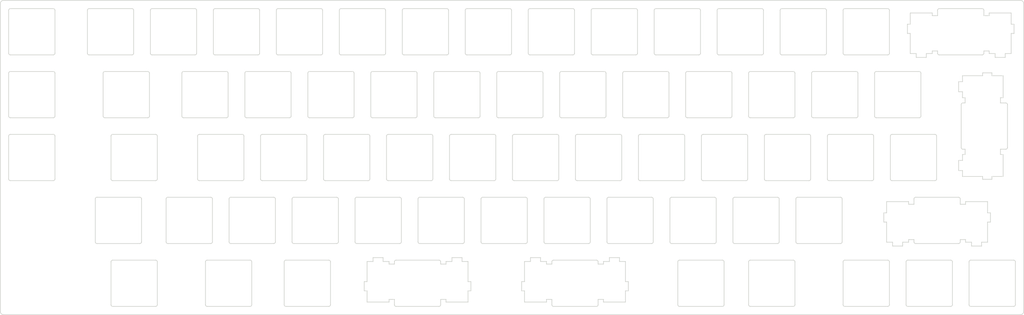
<source format=kicad_pcb>
(kicad_pcb
	(version 20240108)
	(generator "pcbnew")
	(generator_version "8.0")
	(general
		(thickness 1.6)
		(legacy_teardrops no)
	)
	(paper "A3")
	(layers
		(0 "F.Cu" signal)
		(31 "B.Cu" signal)
		(32 "B.Adhes" user "B.Adhesive")
		(33 "F.Adhes" user "F.Adhesive")
		(34 "B.Paste" user)
		(35 "F.Paste" user)
		(36 "B.SilkS" user "B.Silkscreen")
		(37 "F.SilkS" user "F.Silkscreen")
		(38 "B.Mask" user)
		(39 "F.Mask" user)
		(40 "Dwgs.User" user "User.Drawings")
		(41 "Cmts.User" user "User.Comments")
		(42 "Eco1.User" user "User.Eco1")
		(43 "Eco2.User" user "User.Eco2")
		(44 "Edge.Cuts" user)
		(45 "Margin" user)
		(46 "B.CrtYd" user "B.Courtyard")
		(47 "F.CrtYd" user "F.Courtyard")
		(48 "B.Fab" user)
		(49 "F.Fab" user)
		(50 "User.1" user)
		(51 "User.2" user)
		(52 "User.3" user)
		(53 "User.4" user)
		(54 "User.5" user)
		(55 "User.6" user)
		(56 "User.7" user)
		(57 "User.8" user)
		(58 "User.9" user)
	)
	(setup
		(stackup
			(layer "F.SilkS"
				(type "Top Silk Screen")
			)
			(layer "F.Paste"
				(type "Top Solder Paste")
			)
			(layer "F.Mask"
				(type "Top Solder Mask")
				(thickness 0.01)
			)
			(layer "F.Cu"
				(type "copper")
				(thickness 0.035)
			)
			(layer "dielectric 1"
				(type "core")
				(thickness 1.51)
				(material "FR4")
				(epsilon_r 4.5)
				(loss_tangent 0.02)
			)
			(layer "B.Cu"
				(type "copper")
				(thickness 0.035)
			)
			(layer "B.Mask"
				(type "Bottom Solder Mask")
				(thickness 0.01)
			)
			(layer "B.Paste"
				(type "Bottom Solder Paste")
			)
			(layer "B.SilkS"
				(type "Bottom Silk Screen")
			)
			(copper_finish "None")
			(dielectric_constraints no)
		)
		(pad_to_mask_clearance 0)
		(allow_soldermask_bridges_in_footprints no)
		(pcbplotparams
			(layerselection 0x0001020_7ffffffe)
			(plot_on_all_layers_selection 0x0000000_00000000)
			(disableapertmacros no)
			(usegerberextensions no)
			(usegerberattributes yes)
			(usegerberadvancedattributes yes)
			(creategerberjobfile yes)
			(dashed_line_dash_ratio 12.000000)
			(dashed_line_gap_ratio 3.000000)
			(svgprecision 4)
			(plotframeref no)
			(viasonmask no)
			(mode 1)
			(useauxorigin no)
			(hpglpennumber 1)
			(hpglpenspeed 20)
			(hpglpendiameter 15.000000)
			(pdf_front_fp_property_popups yes)
			(pdf_back_fp_property_popups yes)
			(dxfpolygonmode yes)
			(dxfimperialunits yes)
			(dxfusepcbnewfont yes)
			(psnegative no)
			(psa4output no)
			(plotreference yes)
			(plotvalue yes)
			(plotfptext yes)
			(plotinvisibletext no)
			(sketchpadsonfab no)
			(subtractmaskfromsilk no)
			(outputformat 1)
			(mirror no)
			(drillshape 0)
			(scaleselection 1)
			(outputdirectory "gerber/")
		)
	)
	(net 0 "")
	(gr_arc
		(start 228.713896 132.832735)
		(mid 228.860343 132.479182)
		(end 229.213896 132.332735)
		(stroke
			(width 0.2)
			(type default)
		)
		(layer "Edge.Cuts")
		(uuid "001db14e-b7fb-4cb1-b34e-9578f59e8884")
	)
	(gr_arc
		(start 281.601396 184.432735)
		(mid 281.247843 184.286288)
		(end 281.101396 183.932735)
		(stroke
			(width 0.2)
			(type default)
		)
		(layer "Edge.Cuts")
		(uuid "00beafc6-7287-4597-a3b4-aba45ce6cb8d")
	)
	(gr_line
		(start 327.693646 164.986735)
		(end 327.693646 166.155135)
		(stroke
			(width 0.2)
			(type default)
		)
		(layer "Edge.Cuts")
		(uuid "00d727ec-2a83-4e96-95d1-dc2269d079be")
	)
	(gr_arc
		(start 141.107646 184.432735)
		(mid 140.754125 184.286271)
		(end 140.607646 183.932735)
		(stroke
			(width 0.2)
			(type default)
		)
		(layer "Edge.Cuts")
		(uuid "00dcf659-fe4e-4af9-8ec1-5a5e9a255700")
	)
	(gr_arc
		(start 324.463896 146.332735)
		(mid 324.110343 146.186288)
		(end 323.963896 145.832735)
		(stroke
			(width 0.2)
			(type default)
		)
		(layer "Edge.Cuts")
		(uuid "01bf9e4d-1698-4004-92b7-8a13d056d98a")
	)
	(gr_arc
		(start 204.901396 113.782735)
		(mid 205.047843 113.429182)
		(end 205.401396 113.282735)
		(stroke
			(width 0.2)
			(type default)
		)
		(layer "Edge.Cuts")
		(uuid "01c36a0d-c95b-4f54-aef0-72e986c87956")
	)
	(gr_arc
		(start 181.588896 165.382735)
		(mid 181.235343 165.236288)
		(end 181.088896 164.882735)
		(stroke
			(width 0.2)
			(type default)
		)
		(layer "Edge.Cuts")
		(uuid "023c3776-18f6-4e67-8b98-0a2e398a7900")
	)
	(gr_arc
		(start 329.226396 184.432735)
		(mid 328.872843 184.286288)
		(end 328.726396 183.932735)
		(stroke
			(width 0.2)
			(type default)
		)
		(layer "Edge.Cuts")
		(uuid "027dad32-4aa8-488b-b724-70be92ae6f5b")
	)
	(gr_line
		(start 235.570146 171.616135)
		(end 237.180746 171.616135)
		(stroke
			(width 0.2)
			(type default)
		)
		(layer "Edge.Cuts")
		(uuid "028b224c-5a48-4c1c-a46c-d6c5673fb9c9")
	)
	(gr_arc
		(start 180.301396 113.282735)
		(mid 180.654949 113.429182)
		(end 180.801396 113.782735)
		(stroke
			(width 0.2)
			(type default)
		)
		(layer "Edge.Cuts")
		(uuid "02fadff8-fcba-4f86-aa8a-3570bf8b2150")
	)
	(gr_line
		(start 286.363896 146.332735)
		(end 299.363896 146.332735)
		(stroke
			(width 0.2)
			(type default)
		)
		(layer "Edge.Cuts")
		(uuid "02fbc293-bf81-4226-b04f-5a2878b7c502")
	)
	(gr_line
		(start 133.963896 132.332735)
		(end 146.963896 132.332735)
		(stroke
			(width 0.2)
			(type default)
		)
		(layer "Edge.Cuts")
		(uuid "03367081-1cf5-4bb6-baaa-19f66021258b")
	)
	(gr_line
		(start 237.180746 170.828735)
		(end 238.984146 170.828735)
		(stroke
			(width 0.2)
			(type default)
		)
		(layer "Edge.Cuts")
		(uuid "035fc986-85c3-4ae0-80c8-6e835e903ddd")
	)
	(gr_line
		(start 346.578546 121.197135)
		(end 345.791146 121.197135)
		(stroke
			(width 0.2)
			(type default)
		)
		(layer "Edge.Cuts")
		(uuid "03890ae1-af08-4e2e-91ee-d8db5abb3fc4")
	)
	(gr_line
		(start 194.407146 170.828735)
		(end 196.210546 170.828735)
		(stroke
			(width 0.2)
			(type default)
		)
		(layer "Edge.Cuts")
		(uuid "03ada0f4-c220-4905-8ef0-a9965d4db024")
	)
	(gr_line
		(start 359.395146 136.307735)
		(end 359.395146 123.307735)
		(stroke
			(width 0.2)
			(type default)
		)
		(layer "Edge.Cuts")
		(uuid "03dd19fe-e92a-46cd-8413-3a6989acc841")
	)
	(gr_line
		(start 200.638896 165.382735)
		(end 213.638896 165.382735)
		(stroke
			(width 0.2)
			(type default)
		)
		(layer "Edge.Cuts")
		(uuid "03dfd3f0-3dec-47be-9c61-0c304f35c517")
	)
	(gr_line
		(start 138.226396 94.732735)
		(end 138.226396 107.732735)
		(stroke
			(width 0.2)
			(type default)
		)
		(layer "Edge.Cuts")
		(uuid "0459dda1-5683-49f7-9a6d-113eb0f9a335")
	)
	(gr_line
		(start 281.601396 184.432735)
		(end 294.601396 184.432735)
		(stroke
			(width 0.2)
			(type default)
		)
		(layer "Edge.Cuts")
		(uuid "04a63c5a-ee05-400f-8616-131bcd1d495a")
	)
	(gr_line
		(start 102.220146 170.932735)
		(end 102.220146 183.932735)
		(stroke
			(width 0.2)
			(type default)
		)
		(layer "Edge.Cuts")
		(uuid "04bd17ec-0ff4-4bea-acee-cb2da4294a16")
	)
	(gr_line
		(start 262.551396 113.282735)
		(end 275.551396 113.282735)
		(stroke
			(width 0.2)
			(type default)
		)
		(layer "Edge.Cuts")
		(uuid "04f3c0a7-3867-48d7-9964-5d9cad71a418")
	)
	(gr_line
		(start 228.426396 94.732735)
		(end 228.426396 107.732735)
		(stroke
			(width 0.2)
			(type default)
		)
		(layer "Edge.Cuts")
		(uuid "05325c09-952a-4216-aea5-99db26f13aec")
	)
	(gr_arc
		(start 171.276396 107.732735)
		(mid 171.129949 108.086288)
		(end 170.776396 108.232735)
		(stroke
			(width 0.2)
			(type default)
		)
		(layer "Edge.Cuts")
		(uuid "0566c9ff-60d1-416d-b20c-6178cb49e4dd")
	)
	(gr_arc
		(start 116.795146 170.932735)
		(mid 116.94159 170.579164)
		(end 117.295146 170.432735)
		(stroke
			(width 0.2)
			(type default)
		)
		(layer "Edge.Cuts")
		(uuid "057e3f73-35fc-44be-a882-2697c24fb823")
	)
	(gr_arc
		(start 128.413896 145.832735)
		(mid 128.267449 146.186288)
		(end 127.913896 146.332735)
		(stroke
			(width 0.2)
			(type default)
		)
		(layer "Edge.Cuts")
		(uuid "06018ee6-5c3c-4da9-99bc-b37985e79469")
	)
	(gr_line
		(start 281.101396 113.782735)
		(end 281.101396 126.782735)
		(stroke
			(width 0.2)
			(type default)
		)
		(layer "Edge.Cuts")
		(uuid "0686bc5f-2fe2-47b0-95e0-d6748d8bd5ad")
	)
	(gr_line
		(start 266.526396 94.732735)
		(end 266.526396 107.732735)
		(stroke
			(width 0.2)
			(type default)
		)
		(layer "Edge.Cuts")
		(uuid "074581c1-9575-49ee-ac3b-3447cff6c3ff")
	)
	(gr_line
		(start 281.601396 113.282735)
		(end 294.601396 113.282735)
		(stroke
			(width 0.2)
			(type default)
		)
		(layer "Edge.Cuts")
		(uuid "0755f5bf-07b6-4bea-99eb-dd321dcf90b1")
	)
	(gr_line
		(start 358.084746 138.418336)
		(end 357.271946 138.418335)
		(stroke
			(width 0.2)
			(type default)
		)
		(layer "Edge.Cuts")
		(uuid "07985e2a-fb5c-4781-9427-1de2416d96ed")
	)
	(gr_arc
		(start 83.957646 165.382735)
		(mid 83.604125 165.236271)
		(end 83.457646 164.882735)
		(stroke
			(width 0.2)
			(type default)
		)
		(layer "Edge.Cuts")
		(uuid "080fcbab-8118-4e5f-9ab6-39b0f725236c")
	)
	(gr_line
		(start 358.084746 145.073135)
		(end 358.084746 138.418336)
		(stroke
			(width 0.2)
			(type default)
		)
		(layer "Edge.Cuts")
		(uuid "08dfcabf-b06f-49ad-9778-a6dc76a490ae")
	)
	(gr_line
		(start 187.945146 182.309535)
		(end 187.945146 183.932735)
		(stroke
			(width 0.2)
			(type default)
		)
		(layer "Edge.Cuts")
		(uuid "09539a03-d9c2-4736-bd6c-435f1e502cb6")
	)
	(gr_arc
		(start 172.063896 146.332735)
		(mid 171.710343 146.186288)
		(end 171.563896 145.832735)
		(stroke
			(width 0.2)
			(type default)
		)
		(layer "Edge.Cuts")
		(uuid "09db1513-96e4-4208-8d92-8e723ac57ba2")
	)
	(gr_line
		(start 353.373046 156.096735)
		(end 353.373046 152.693135)
		(stroke
			(width 0.2)
			(type default)
		)
		(layer "Edge.Cuts")
		(uuid "09de68af-2c4f-4638-ab2b-7519bbf8147f")
	)
	(gr_arc
		(start 180.801396 126.782735)
		(mid 180.654949 127.136288)
		(end 180.301396 127.282735)
		(stroke
			(width 0.2)
			(type default)
		)
		(layer "Edge.Cuts")
		(uuid "0a15fc58-2aa0-48aa-93cf-108a16a9a34a")
	)
	(gr_arc
		(start 261.263896 132.332735)
		(mid 261.617449 132.479182)
		(end 261.763896 132.832735)
		(stroke
			(width 0.2)
			(type default)
		)
		(layer "Edge.Cuts")
		(uuid "0a9e2836-ed6d-4706-9730-538ed94305b2")
	)
	(gr_line
		(start 276.051396 113.782735)
		(end 276.051396 126.782735)
		(stroke
			(width 0.2)
			(type default)
		)
		(layer "Edge.Cuts")
		(uuid "0aecda2a-b87b-432f-a37f-1cd84cc65235")
	)
	(gr_arc
		(start 114.913896 146.332735)
		(mid 114.560343 146.186288)
		(end 114.413896 145.832735)
		(stroke
			(width 0.2)
			(type default)
		)
		(layer "Edge.Cuts")
		(uuid "0b086d68-cfc5-4618-b175-d2f65ef16c08")
	)
	(gr_line
		(start 212.441146 179.718735)
		(end 213.304746 179.718735)
		(stroke
			(width 0.2)
			(type default)
		)
		(layer "Edge.Cuts")
		(uuid "0b434cfd-92b9-455f-b527-52f88007170c")
	)
	(gr_arc
		(start 156.988896 164.882735)
		(mid 156.842449 165.236288)
		(end 156.488896 165.382735)
		(stroke
			(width 0.2)
			(type default)
		)
		(layer "Edge.Cuts")
		(uuid "0ba912f3-3211-40c5-93f6-8a71ed1b9c32")
	)
	(gr_arc
		(start 342.226396 170.432735)
		(mid 342.579949 170.579182)
		(end 342.726396 170.932735)
		(stroke
			(width 0.2)
			(type default)
		)
		(layer "Edge.Cuts")
		(uuid "0ceacfd3-da92-426f-bcab-63353def1cdf")
	)
	(gr_line
		(start 109.651396 113.782735)
		(end 109.651396 126.782735)
		(stroke
			(width 0.2)
			(type default)
		)
		(layer "Edge.Cuts")
		(uuid "0d03af14-b29a-4b87-8d46-8e9befe1ba19")
	)
	(gr_line
		(start 154.607646 170.932735)
		(end 154.607646 183.932735)
		(stroke
			(width 0.2)
			(type default)
		)
		(layer "Edge.Cuts")
		(uuid "0d50f51b-790c-4e74-8495-07a1e97b55d5")
	)
	(gr_line
		(start 248.263896 146.332735)
		(end 261.263896 146.332735)
		(stroke
			(width 0.2)
			(type default)
		)
		(layer "Edge.Cuts")
		(uuid "0d5e6770-637f-4c20-b154-3e1d7099aa97")
	)
	(gr_arc
		(start 88.720146 184.432735)
		(mid 88.366625 184.286271)
		(end 88.220146 183.932735)
		(stroke
			(width 0.2)
			(type default)
		)
		(layer "Edge.Cuts")
		(uuid "0db06e25-37d9-4669-9a42-4b0b82e2b6a4")
	)
	(gr_line
		(start 336.640796 107.049335)
		(end 336.640796 107.836735)
		(stroke
			(width 0.2)
			(type default)
		)
		(layer "Edge.Cuts")
		(uuid "0ddef379-5a50-4731-80f8-a1d215e5b04b")
	)
	(gr_line
		(start 351.887146 114.542335)
		(end 351.887146 113.678736)
		(stroke
			(width 0.2)
			(type default)
		)
		(layer "Edge.Cuts")
		(uuid "0f3f26a6-f9bd-4ef5-89cd-3bd6f8ec7e2a")
	)
	(gr_arc
		(start 309.388896 164.882735)
		(mid 309.242449 165.236288)
		(end 308.888896 165.382735)
		(stroke
			(width 0.2)
			(type default)
		)
		(layer "Edge.Cuts")
		(uuid "103d2181-f9d7-44a3-b4f9-f3b0fad880c6")
	)
	(gr_arc
		(start 133.176396 107.732735)
		(mid 133.029949 108.086288)
		(end 132.676396 108.232735)
		(stroke
			(width 0.2)
			(type default)
		)
		(layer "Edge.Cuts")
		(uuid "104629ae-0c06-44ad-ba00-65a726f4b1ea")
	)
	(gr_line
		(start 185.851396 113.782735)
		(end 185.851396 126.782735)
		(stroke
			(width 0.2)
			(type default)
		)
		(layer "Edge.Cuts")
		(uuid "10854c07-b98d-4142-a68b-7e4186b5c7db")
	)
	(gr_arc
		(start 267.313896 146.332735)
		(mid 266.960343 146.186288)
		(end 266.813896 145.832735)
		(stroke
			(width 0.2)
			(type default)
		)
		(layer "Edge.Cuts")
		(uuid "108e4874-b9d8-4b1b-8270-8ce865cbebb5")
	)
	(gr_line
		(start 204.901396 113.782735)
		(end 204.901396 126.782735)
		(stroke
			(width 0.2)
			(type default)
		)
		(layer "Edge.Cuts")
		(uuid "108f1099-5158-48ae-ab6a-b35fab066004")
	)
	(gr_line
		(start 358.084746 121.197135)
		(end 357.271946 121.197135)
		(stroke
			(width 0.2)
			(type default)
		)
		(layer "Edge.Cuts")
		(uuid "10a834b7-18e3-4176-92ff-3cb006ee64ba")
	)
	(gr_arc
		(start 289.838896 151.382735)
		(mid 290.192449 151.529182)
		(end 290.338896 151.882735)
		(stroke
			(width 0.2)
			(type default)
		)
		(layer "Edge.Cuts")
		(uuid "10da88e1-32da-4b71-9f15-537cf553d286")
	)
	(gr_line
		(start 114.413896 132.832735)
		(end 114.413896 145.832735)
		(stroke
			(width 0.2)
			(type default)
		)
		(layer "Edge.Cuts")
		(uuid "1152e92a-638a-4f48-9802-f315b76ced43")
	)
	(gr_line
		(start 219.959546 183.122335)
		(end 219.959546 182.309535)
		(stroke
			(width 0.2)
			(type default)
		)
		(layer "Edge.Cuts")
		(uuid "118c8438-6611-47c2-a8d8-8104c12556b7")
	)
	(gr_line
		(start 224.451396 127.282735)
		(end 237.451396 127.282735)
		(stroke
			(width 0.2)
			(type default)
		)
		(layer "Edge.Cuts")
		(uuid "123fa693-02e0-445f-a70c-f62c402a5f37")
	)
	(gr_arc
		(start 157.776396 108.232735)
		(mid 157.422843 108.086288)
		(end 157.276396 107.732735)
		(stroke
			(width 0.2)
			(type default)
		)
		(layer "Edge.Cuts")
		(uuid "1265e4f1-3f92-4ff1-95ee-b8ed5a8869cc")
	)
	(gr_line
		(start 252.526396 94.732735)
		(end 252.526396 107.732735)
		(stroke
			(width 0.2)
			(type default)
		)
		(layer "Edge.Cuts")
		(uuid "12a96fa8-8518-407b-b59f-c04214fc99ef")
	)
	(gr_arc
		(start 257.288896 151.882735)
		(mid 257.435343 151.529182)
		(end 257.788896 151.382735)
		(stroke
			(width 0.2)
			(type default)
		)
		(layer "Edge.Cuts")
		(uuid "13383dd8-8826-47e8-86e6-32a884e5da56")
	)
	(gr_arc
		(start 101.720146 170.432735)
		(mid 102.073667 170.579199)
		(end 102.220146 170.932735)
		(stroke
			(width 0.2)
			(type default)
		)
		(layer "Edge.Cuts")
		(uuid "135397f0-8d7e-49d0-adaa-a7b6a94420c7")
	)
	(gr_arc
		(start 57.763896 146.332735)
		(mid 57.410343 146.186288)
		(end 57.263896 145.832735)
		(stroke
			(width 0.2)
			(type default)
		)
		(layer "Edge.Cuts")
		(uuid "13c14aa5-8097-46c5-b5e7-419820611138")
	)
	(gr_line
		(start 286.363896 132.332735)
		(end 299.363896 132.332735)
		(stroke
			(width 0.2)
			(type default)
		)
		(layer "Edge.Cuts")
		(uuid "149bd248-5e90-4822-b122-3481d24e9608")
	)
	(gr_arc
		(start 114.126396 107.732735)
		(mid 113.979949 108.086288)
		(end 113.626396 108.232735)
		(stroke
			(width 0.2)
			(type default)
		)
		(layer "Edge.Cuts")
		(uuid "14f738d3-aade-4e24-9890-f6a6e43355e3")
	)
	(gr_arc
		(start 154.107646 170.432735)
		(mid 154.461167 170.579199)
		(end 154.607646 170.932735)
		(stroke
			(width 0.2)
			(type default)
		)
		(layer "Edge.Cuts")
		(uuid "152d2c0a-f0d0-49c4-88cc-1179a5e1d536")
	)
	(gr_arc
		(start 199.851396 126.782735)
		(mid 199.704949 127.136288)
		(end 199.351396 127.282735)
		(stroke
			(width 0.2)
			(type default)
		)
		(layer "Edge.Cuts")
		(uuid "1555eb67-d289-4beb-9fc7-812ff6efba12")
	)
	(gr_arc
		(start 166.513896 145.832735)
		(mid 166.367449 146.186288)
		(end 166.013896 146.332735)
		(stroke
			(width 0.2)
			(type default)
		)
		(layer "Edge.Cuts")
		(uuid "15b8770d-6028-4add-969a-9a5bc4a23f4e")
	)
	(gr_line
		(start 124.438896 151.382735)
		(end 137.438896 151.382735)
		(stroke
			(width 0.2)
			(type default)
		)
		(layer "Edge.Cuts")
		(uuid "160926d3-777c-4dfd-9319-b1cd289e42b0")
	)
	(gr_line
		(start 321.978647 158.890735)
		(end 321.978646 156.096735)
		(stroke
			(width 0.2)
			(type default)
		)
		(layer "Edge.Cuts")
		(uuid "161ce6d1-aef7-4f25-aba7-7c11629ecfcd")
	)
	(gr_line
		(start 310.176396 94.232735)
		(end 323.176396 94.232735)
		(stroke
			(width 0.2)
			(type default)
		)
		(layer "Edge.Cuts")
		(uuid "16319442-ad0b-4a0d-93cb-439920f5edc3")
	)
	(gr_line
		(start 352.251795 107.732735)
		(end 352.252199 107.049335)
		(stroke
			(width 0.2)
			(type default)
		)
		(layer "Edge.Cuts")
		(uuid "164cf14f-b609-4a16-9acb-5d328c85b963")
	)
	(gr_arc
		(start 345.107646 164.882735)
		(mid 344.96121 165.236299)
		(end 344.607646 165.382735)
		(stroke
			(width 0.2)
			(type default)
		)
		(layer "Edge.Cuts")
		(uuid "167f63e5-d58b-4528-bea2-60f54eeb5740")
	)
	(gr_arc
		(start 238.238896 151.882735)
		(mid 238.385343 151.529182)
		(end 238.738896 151.382735)
		(stroke
			(width 0.2)
			(type default)
		)
		(layer "Edge.Cuts")
		(uuid "17161d5c-cebb-4e2c-999f-4f80a76093c5")
	)
	(gr_line
		(start 205.401396 113.282735)
		(end 218.401396 113.282735)
		(stroke
			(width 0.2)
			(type default)
		)
		(layer "Edge.Cuts")
		(uuid "1728550a-1988-4b7d-9c06-fc8e3fa25cf1")
	)
	(gr_line
		(start 329.497046 164.199335)
		(end 329.497046 164.986735)
		(stroke
			(width 0.2)
			(type default)
		)
		(layer "Edge.Cuts")
		(uuid "1729e6da-c390-4d99-b9ec-bc1111e55bef")
	)
	(gr_arc
		(start 102.220146 145.832735)
		(mid 102.073702 146.186306)
		(end 101.720146 146.332735)
		(stroke
			(width 0.2)
			(type default)
		)
		(layer "Edge.Cuts")
		(uuid "17862982-0f68-440a-9000-00edf6dde8c9")
	)
	(gr_arc
		(start 55.738896 186.957735)
		(mid 55.031789 186.664842)
		(end 54.738896 185.957735)
		(stroke
			(width 0.2)
			(type default)
		)
		(layer "Edge.Cuts")
		(uuid "17e34da1-7105-4575-a4c2-ab24e2e6abea")
	)
	(gr_arc
		(start 271.576396 94.732735)
		(mid 271.722843 94.379182)
		(end 272.076396 94.232735)
		(stroke
			(width 0.2)
			(type default)
		)
		(layer "Edge.Cuts")
		(uuid "1817cc58-139f-4c9a-87d9-ff04a7a1813b")
	)
	(gr_arc
		(start 119.176396 94.732735)
		(mid 119.322843 94.379182)
		(end 119.676396 94.232735)
		(stroke
			(width 0.2)
			(type default)
		)
		(layer "Edge.Cuts")
		(uuid "18f36835-d254-4dbf-9a36-46bfab2aa290")
	)
	(gr_line
		(start 304.913896 132.832735)
		(end 304.913896 145.832735)
		(stroke
			(width 0.2)
			(type default)
		)
		(layer "Edge.Cuts")
		(uuid "18f50e78-2e68-4905-a0e9-3626a9e9185f")
	)
	(gr_line
		(start 299.863896 132.832735)
		(end 299.863896 145.832735)
		(stroke
			(width 0.2)
			(type default)
		)
		(layer "Edge.Cuts")
		(uuid "19399524-b01d-4d67-b654-146e30fad188")
	)
	(gr_line
		(start 191.359146 170.828735)
		(end 191.359146 169.660335)
		(stroke
			(width 0.2)
			(type default)
		)
		(layer "Edge.Cuts")
		(uuid "1958b2cb-baa1-40c3-b2ae-ff784caac28e")
	)
	(gr_arc
		(start 114.413896 132.832735)
		(mid 114.560343 132.479182)
		(end 114.913896 132.332735)
		(stroke
			(width 0.2)
			(type default)
		)
		(layer "Edge.Cuts")
		(uuid "196fdc52-3c20-4424-95a7-6f66f70215d9")
	)
	(gr_line
		(start 88.720146 132.332735)
		(end 101.720146 132.332735)
		(stroke
			(width 0.2)
			(type default)
		)
		(layer "Edge.Cuts")
		(uuid "19ac340e-ee10-4597-9fd1-8e9c808cb895")
	)
	(gr_arc
		(start 176.826396 108.232735)
		(mid 176.472843 108.086288)
		(end 176.326396 107.732735)
		(stroke
			(width 0.2)
			(type default)
		)
		(layer "Edge.Cuts")
		(uuid "1b7bbd57-0bf3-4411-af7a-587133b46600")
	)
	(gr_line
		(start 165.679746 170.828735)
		(end 165.679746 176.924735)
		(stroke
			(width 0.2)
			(type default)
		)
		(layer "Edge.Cuts")
		(uuid "1b8ce59f-223d-4d4d-aaf8-a673df3bc192")
	)
	(gr_line
		(start 345.791147 138.418335)
		(end 345.791146 140.221735)
		(stroke
			(width 0.2)
			(type default)
		)
		(layer "Edge.Cuts")
		(uuid "1b9c2c24-d50e-4685-969e-0ea2641cc649")
	)
	(gr_line
		(start 267.313896 132.332735)
		(end 280.313896 132.332735)
		(stroke
			(width 0.2)
			(type default)
		)
		(layer "Edge.Cuts")
		(uuid "1ba69b3d-97a2-4084-8093-cfc4e763c2b4")
	)
	(gr_arc
		(start 242.213896 132.332735)
		(mid 242.567449 132.479182)
		(end 242.713896 132.832735)
		(stroke
			(width 0.2)
			(type default)
		)
		(layer "Edge.Cuts")
		(uuid "1d30b597-a809-42b0-99c5-0cccbc02c149")
	)
	(gr_line
		(start 261.763896 132.832735)
		(end 261.763896 145.832735)
		(stroke
			(width 0.2)
			(type default)
		)
		(layer "Edge.Cuts")
		(uuid "1d797818-b0df-4dc7-989e-8e9a0849ed20")
	)
	(gr_arc
		(start 290.338896 164.882735)
		(mid 290.192449 165.236288)
		(end 289.838896 165.382735)
		(stroke
			(width 0.2)
			(type default)
		)
		(layer "Edge.Cuts")
		(uuid "1d90ba59-e371-4300-b59b-ef615b34a5b6")
	)
	(gr_line
		(start 295.888896 165.382735)
		(end 308.888896 165.382735)
		(stroke
			(width 0.2)
			(type default)
		)
		(layer "Edge.Cuts")
		(uuid "1d9330c9-b9e8-4548-a47e-93946e19dd70")
	)
	(gr_line
		(start 348.276396 184.432735)
		(end 361.276396 184.432735)
		(stroke
			(width 0.2)
			(type default)
		)
		(layer "Edge.Cuts")
		(uuid "1db411da-672a-45ea-b5c9-5473b0669d14")
	)
	(gr_arc
		(start 88.220146 132.832735)
		(mid 88.36659 132.479164)
		(end 88.720146 132.332735)
		(stroke
			(width 0.2)
			(type default)
		)
		(layer "Edge.Cuts")
		(uuid "1e5730b3-e719-4fb1-b459-35a8dd032b9e")
	)
	(gr_line
		(start 247.763896 132.832735)
		(end 247.763896 145.832735)
		(stroke
			(width 0.2)
			(type default)
		)
		(layer "Edge.Cuts")
		(uuid "1e7a01df-e960-47a5-816e-f194e0b1a2bc")
	)
	(gr_arc
		(start 260.170146 184.432735)
		(mid 259.816625 184.286271)
		(end 259.670146 183.932735)
		(stroke
			(width 0.2)
			(type default)
		)
		(layer "Edge.Cuts")
		(uuid "1ec3697a-6211-4751-8933-41155f3b521b")
	)
	(gr_arc
		(start 359.395146 136.307735)
		(mid 359.248674 136.661263)
		(end 358.895146 136.807735)
		(stroke
			(width 0.2)
			(type default)
		)
		(layer "Edge.Cuts")
		(uuid "1f11901c-b7dc-456a-a455-887ef5de3c67")
	)
	(gr_line
		(start 57.263896 113.782735)
		(end 57.263896 126.782735)
		(stroke
			(width 0.2)
			(type default)
		)
		(layer "Edge.Cuts")
		(uuid "1f48994f-18dd-4a9a-894a-0166e5347c69")
	)
	(gr_arc
		(start 102.220146 183.932735)
		(mid 102.073702 184.286306)
		(end 101.720146 184.432735)
		(stroke
			(width 0.2)
			(type default)
		)
		(layer "Edge.Cuts")
		(uuid "1fa9fff9-1f7b-4d04-a404-b9a625fb6920")
	)
	(gr_line
		(start 351.751396 94.232735)
		(end 338.751396 94.232735)
		(stroke
			(width 0.2)
			(type default)
		)
		(layer "Edge.Cuts")
		(uuid "1fdb7f73-edd3-44b8-8625-b8e239539a5b")
	)
	(gr_line
		(start 142.988896 151.882735)
		(end 142.988896 164.882735)
		(stroke
			(width 0.2)
			(type default)
		)
		(layer "Edge.Cuts")
		(uuid "208cf9bb-ebad-4596-930e-362238b12265")
	)
	(gr_line
		(start 195.876396 94.232735)
		(end 208.876396 94.232735)
		(stroke
			(width 0.2)
			(type default)
		)
		(layer "Edge.Cuts")
		(uuid "209b8f37-0192-4368-8ce8-8a71119e478f")
	)
	(gr_line
		(start 130.795146 170.932735)
		(end 130.795146 183.932735)
		(stroke
			(width 0.2)
			(type default)
		)
		(layer "Edge.Cuts")
		(uuid "21306a10-e132-44f3-b329-57dcdd3f255c")
	)
	(gr_arc
		(start 275.551396 113.282735)
		(mid 275.904949 113.429182)
		(end 276.051396 113.782735)
		(stroke
			(width 0.2)
			(type default)
		)
		(layer "Edge.Cuts")
		(uuid "215353de-f8fb-4056-b5a1-06da804f9f21")
	)
	(gr_line
		(start 181.588896 151.382735)
		(end 194.588896 151.382735)
		(stroke
			(width 0.2)
			(type default)
		)
		(layer "Edge.Cuts")
		(uuid "21e09ea3-dc91-488d-9adf-da2713b4de99")
	)
	(gr_arc
		(start 170.776396 94.232735)
		(mid 171.129949 94.379182)
		(end 171.276396 94.732735)
		(stroke
			(width 0.2)
			(type default)
		)
		(layer "Edge.Cuts")
		(uuid "2321d97c-72cb-42b2-bff0-43e2e12745c1")
	)
	(gr_line
		(start 233.476396 94.732735)
		(end 233.476396 107.732735)
		(stroke
			(width 0.2)
			(type default)
		)
		(layer "Edge.Cuts")
		(uuid "234bcd64-096f-4030-9152-28e0ba01b757")
	)
	(gr_line
		(start 200.138896 151.882735)
		(end 200.138896 164.882735)
		(stroke
			(width 0.2)
			(type default)
		)
		(layer "Edge.Cuts")
		(uuid "2350a392-e2e7-44ac-bd89-ad8f1fd4b2e2")
	)
	(gr_line
		(start 360.516796 101.740735)
		(end 361.380396 101.740735)
		(stroke
			(width 0.2)
			(type default)
		)
		(layer "Edge.Cuts")
		(uuid "235b191b-0e18-48a4-99ea-cf97f3b7d7e2")
	)
	(gr_line
		(start 164.816146 179.718735)
		(end 165.679746 179.718735)
		(stroke
			(width 0.2)
			(type default)
		)
		(layer "Edge.Cuts")
		(uuid "23b05eab-5b1b-4037-a5cc-8a19dfbb9eb0")
	)
	(gr_line
		(start 191.113896 146.332735)
		(end 204.113896 146.332735)
		(stroke
			(width 0.2)
			(type default)
		)
		(layer "Edge.Cuts")
		(uuid "241abe95-78f7-4145-8c43-f56dd91cd3b8")
	)
	(gr_arc
		(start 314.151396 126.782735)
		(mid 314.004949 127.136288)
		(end 313.651396 127.282735)
		(stroke
			(width 0.2)
			(type default)
		)
		(layer "Edge.Cuts")
		(uuid "246a9302-1b0b-4a87-9d03-6857e0c64665")
	)
	(gr_line
		(start 329.985996 101.740735)
		(end 329.122397 101.740735)
		(stroke
			(width 0.2)
			(type default)
		)
		(layer "Edge.Cuts")
		(uuid "248cdf87-678a-41cf-bad8-9d814a803ce5")
	)
	(gr_arc
		(start 272.076396 108.232735)
		(mid 271.722843 108.086288)
		(end 271.576396 107.732735)
		(stroke
			(width 0.2)
			(type default)
		)
		(layer "Edge.Cuts")
		(uuid "24fc96f0-b7cf-48e1-8baf-7100192a1493")
	)
	(gr_arc
		(start 166.013896 132.332735)
		(mid 166.367449 132.479182)
		(end 166.513896 132.832735)
		(stroke
			(width 0.2)
			(type default)
		)
		(layer "Edge.Cuts")
		(uuid "252dd4b3-5e96-4b76-bf6e-f48fffcf5b2b")
	)
	(gr_line
		(start 346.718246 164.199336)
		(end 346.718246 164.986734)
		(stroke
			(width 0.2)
			(type default)
		)
		(layer "Edge.Cuts")
		(uuid "25733401-2580-44f9-93b0-a9b62ab2678f")
	)
	(gr_line
		(start 331.107645 164.199335)
		(end 329.497046 164.199335)
		(stroke
			(width 0.2)
			(type default)
		)
		(layer "Edge.Cuts")
		(uuid "258dbc53-f01a-40a4-ad44-e6b482f0a519")
	)
	(gr_arc
		(start 123.651396 126.782735)
		(mid 123.504949 127.136288)
		(end 123.151396 127.282735)
		(stroke
			(width 0.2)
			(type default)
		)
		(layer "Edge.Cuts")
		(uuid "2598c613-ac48-477b-81a3-ed551d29c400")
	)
	(gr_arc
		(start 271.288896 164.882735)
		(mid 271.142449 165.236288)
		(end 270.788896 165.382735)
		(stroke
			(width 0.2)
			(type default)
		)
		(layer "Edge.Cuts")
		(uuid "263f2212-811a-45bb-a0ff-16b8d2333e06")
	)
	(gr_line
		(start 357.271946 138.418335)
		(end 357.269191 136.807735)
		(stroke
			(width 0.2)
			(type default)
		)
		(layer "Edge.Cuts")
		(uuid "265eb485-a4b3-415a-9a20-2e83a3d80712")
	)
	(gr_line
		(start 237.180746 183.122335)
		(end 237.180746 182.309535)
		(stroke
			(width 0.2)
			(type default)
		)
		(layer "Edge.Cuts")
		(uuid "26985b8d-eef1-4444-9acd-62bb8e91b6cf")
	)
	(gr_line
		(start 218.156146 170.828735)
		(end 218.156146 169.660335)
		(stroke
			(width 0.2)
			(type default)
		)
		(layer "Edge.Cuts")
		(uuid "26cada4a-6e84-405f-bb7e-e4278598c0f1")
	)
	(gr_line
		(start 295.101396 170.932735)
		(end 295.101396 183.932735)
		(stroke
			(width 0.2)
			(type default)
		)
		(layer "Edge.Cuts")
		(uuid "26fb5790-b6e7-41f1-96ef-6b6391571529")
	)
	(gr_line
		(start 110.151396 113.282735)
		(end 123.151396 113.282735)
		(stroke
			(width 0.2)
			(type default)
		)
		(layer "Edge.Cuts")
		(uuid "276b5799-98fb-4ec5-a2c5-03850e304ca4")
	)
	(gr_arc
		(start 323.963896 132.832735)
		(mid 324.110343 132.479182)
		(end 324.463896 132.332735)
		(stroke
			(width 0.2)
			(type default)
		)
		(layer "Edge.Cuts")
		(uuid "278ae0fe-2226-4d0c-9644-9f41fc411eb1")
	)
	(gr_line
		(start 171.276396 94.732735)
		(end 171.276396 107.732735)
		(stroke
			(width 0.2)
			(type default)
		)
		(layer "Edge.Cuts")
		(uuid "27a8606b-3f6a-47d5-a660-3d321fdb5796")
	)
	(gr_line
		(start 329.122396 98.946735)
		(end 329.985996 98.946736)
		(stroke
			(width 0.2)
			(type default)
		)
		(layer "Edge.Cuts")
		(uuid "285b1d6c-dd96-49e5-934c-ecdfa5871dae")
	)
	(gr_line
		(start 148.251396 127.282735)
		(end 161.251396 127.282735)
		(stroke
			(width 0.2)
			(type default)
		)
		(layer "Edge.Cuts")
		(uuid "299a52b5-1af1-4afa-ab52-1928e773a9d7")
	)
	(gr_arc
		(start 190.326396 107.732735)
		(mid 190.179949 108.086288)
		(end 189.826396 108.232735)
		(stroke
			(width 0.2)
			(type default)
		)
		(layer "Edge.Cuts")
		(uuid "29a3553b-b0d9-480f-8cd3-81f0e2caa940")
	)
	(gr_arc
		(start 285.863896 132.832735)
		(mid 286.010343 132.479182)
		(end 286.363896 132.332735)
		(stroke
			(width 0.2)
			(type default)
		)
		(layer "Edge.Cuts")
		(uuid "2ab35224-f853-43d1-97b5-2d9768163139")
	)
	(gr_line
		(start 162.538896 165.382735)
		(end 175.538896 165.382735)
		(stroke
			(width 0.2)
			(type default)
		)
		(layer "Edge.Cuts")
		(uuid "2abf5492-a1b1-48bc-8dcf-c0d0de5f44c4")
	)
	(gr_line
		(start 310.176396 184.432735)
		(end 323.176396 184.432735)
		(stroke
			(width 0.2)
			(type default)
		)
		(layer "Edge.Cuts")
		(uuid "2b1a49c8-1d5d-4b76-9145-379fbbb93c47")
	)
	(gr_line
		(start 156.988896 151.882735)
		(end 156.988896 164.882735)
		(stroke
			(width 0.2)
			(type default)
		)
		(layer "Edge.Cuts")
		(uuid "2b338b9d-8f72-4a5b-8ba0-9cf0a3047d7c")
	)
	(gr_arc
		(start 161.751396 126.782735)
		(mid 161.604949 127.136288)
		(end 161.251396 127.282735)
		(stroke
			(width 0.2)
			(type default)
		)
		(layer "Edge.Cuts")
		(uuid "2c125e86-201d-42a0-8c93-1d3a2e05239c")
	)
	(gr_arc
		(start 57.763896 127.282735)
		(mid 57.410343 127.136288)
		(end 57.263896 126.782735)
		(stroke
			(width 0.2)
			(type default)
		)
		(layer "Edge.Cuts")
		(uuid "2d563c1b-47af-4428-a95f-3e9f7d02f7c4")
	)
	(gr_line
		(start 221.569747 171.616135)
		(end 219.959546 171.616135)
		(stroke
			(width 0.2)
			(type default)
		)
		(layer "Edge.Cuts")
		(uuid "2d58371b-c78f-4649-b4a3-fc22bf99619b")
	)
	(gr_line
		(start 85.838896 113.782735)
		(end 85.838896 126.782735)
		(stroke
			(width 0.2)
			(type default)
		)
		(layer "Edge.Cuts")
		(uuid "2d6470a2-370a-47c7-aa12-b768a62ba7c4")
	)
	(gr_line
		(start 361.776396 170.932735)
		(end 361.776396 183.932735)
		(stroke
			(width 0.2)
			(type default)
		)
		(layer "Edge.Cuts")
		(uuid "2d8a9f9b-3774-4274-a0ef-37fa005551c2")
	)
	(gr_line
		(start 243.001396 113.782735)
		(end 243.001396 126.782735)
		(stroke
			(width 0.2)
			(type default)
		)
		(layer "Edge.Cuts")
		(uuid "2db28b35-7941-4cb8-91bf-d4b8014dd70e")
	)
	(gr_arc
		(start 186.351396 127.282735)
		(mid 185.997843 127.136288)
		(end 185.851396 126.782735)
		(stroke
			(width 0.2)
			(type default)
		)
		(layer "Edge.Cuts")
		(uuid "2dc743e4-36c3-4a04-993f-ad8374774307")
	)
	(gr_arc
		(start 96.957646 151.382735)
		(mid 97.311167 151.529199)
		(end 97.457646 151.882735)
		(stroke
			(width 0.2)
			(type default)
		)
		(layer "Edge.Cuts")
		(uuid "2de5e01e-7edc-42fa-8d62-c3baa28a6c0f")
	)
	(gr_arc
		(start 129.201396 127.282735)
		(mid 128.847843 127.136288)
		(end 128.701396 126.782735)
		(stroke
			(width 0.2)
			(type default)
		)
		(layer "Edge.Cuts")
		(uuid "2ede16ca-4167-450e-8493-03fd2778a55d")
	)
	(gr_arc
		(start 259.670146 170.932735)
		(mid 259.81659 170.579164)
		(end 260.170146 170.432735)
		(stroke
			(width 0.2)
			(type default)
		)
		(layer "Edge.Cuts")
		(uuid "2eee69e7-c303-411e-b447-42746f927a38")
	)
	(gr_line
		(start 351.887146 145.936735)
		(end 354.681145 145.936735)
		(stroke
			(width 0.2)
			(type default)
		)
		(layer "Edge.Cuts")
		(uuid "2f1f1e71-c48f-4f0a-808d-c78e02a301bf")
	)
	(gr_arc
		(start 176.038896 164.882735)
		(mid 175.892449 165.236288)
		(end 175.538896 165.382735)
		(stroke
			(width 0.2)
			(type default)
		)
		(layer "Edge.Cuts")
		(uuid "2f3a20cf-4a83-4eb3-9ea8-09d15214d796")
	)
	(gr_line
		(start 346.578545 136.808134)
		(end 346.578545 138.418335)
		(stroke
			(width 0.2)
			(type default)
		)
		(layer "Edge.Cuts")
		(uuid "2f9dabee-3326-43a5-adc0-452f8c688703")
	)
	(gr_line
		(start 323.676396 94.732735)
		(end 323.676396 107.732735)
		(stroke
			(width 0.2)
			(type default)
		)
		(layer "Edge.Cuts")
		(uuid "30278464-8414-4ecc-b520-6b420adf0936")
	)
	(gr_line
		(start 167.483146 169.660335)
		(end 167.483146 170.828735)
		(stroke
			(width 0.2)
			(type default)
		)
		(layer "Edge.Cuts")
		(uuid "303f4a77-7191-4e20-bed6-d4e3dfa79b64")
	)
	(gr_line
		(start 189.555746 170.828735)
		(end 191.359146 170.828735)
		(stroke
			(width 0.2)
			(type default)
		)
		(layer "Edge.Cuts")
		(uuid "30b63c53-9b9e-45b5-aa1c-fc472b4c4dc5")
	)
	(gr_line
		(start 100.126396 94.732735)
		(end 100.126396 107.732735)
		(stroke
			(width 0.2)
			(type default)
		)
		(layer "Edge.Cuts")
		(uuid "3126170e-3af1-42c8-b95c-2fbde7ca6606")
	)
	(gr_line
		(start 195.876396 108.232735)
		(end 208.876396 108.232735)
		(stroke
			(width 0.2)
			(type default)
		)
		(layer "Edge.Cuts")
		(uuid "31867191-9a7c-40df-9584-2a79a6309965")
	)
	(gr_line
		(start 204.613896 132.832735)
		(end 204.613896 145.832735)
		(stroke
			(width 0.2)
			(type default)
		)
		(layer "Edge.Cuts")
		(uuid "31a840a6-a66f-4407-8d6d-0ed368c6b47e")
	)
	(gr_line
		(start 346.718246 164.986734)
		(end 348.521646 164.986735)
		(stroke
			(width 0.2)
			(type default)
		)
		(layer "Edge.Cuts")
		(uuid "32866530-ea61-41ee-9ceb-8d3c16ded382")
	)
	(gr_line
		(start 143.488896 151.382735)
		(end 156.488896 151.382735)
		(stroke
			(width 0.2)
			(type default)
		)
		(layer "Edge.Cuts")
		(uuid "328cfcee-6b1a-4a59-9ded-92286dc96760")
	)
	(gr_line
		(start 322.842246 164.986735)
		(end 322.842246 158.890735)
		(stroke
			(width 0.2)
			(type default)
		)
		(layer "Edge.Cuts")
		(uuid "329b06de-39d7-4520-90b8-1aa8cc992c51")
	)
	(gr_line
		(start 102.220146 132.832735)
		(end 102.220146 145.832735)
		(stroke
			(width 0.2)
			(type default)
		)
		(layer "Edge.Cuts")
		(uuid "330f6117-195f-4523-be5e-6359ea88d884")
	)
	(gr_line
		(start 300.651396 113.282735)
		(end 313.651396 113.282735)
		(stroke
			(width 0.2)
			(type default)
		)
		(layer "Edge.Cuts")
		(uuid "3386da59-60ea-4127-960e-ca385d083456")
	)
	(gr_arc
		(start 162.038896 151.882735)
		(mid 162.185343 151.529182)
		(end 162.538896 151.382735)
		(stroke
			(width 0.2)
			(type default)
		)
		(layer "Edge.Cuts")
		(uuid "33aa2504-dd00-42c1-9ecc-ba18fbb67ded")
	)
	(gr_arc
		(start 232.688896 151.382735)
		(mid 233.042449 151.529182)
		(end 233.188896 151.882735)
		(stroke
			(width 0.2)
			(type default)
		)
		(layer "Edge.Cuts")
		(uuid "33c4cd73-efd0-455a-857b-66e87961e69d")
	)
	(gr_line
		(start 162.038896 151.882735)
		(end 162.038896 164.882735)
		(stroke
			(width 0.2)
			(type default)
		)
		(layer "Edge.Cuts")
		(uuid "34e1b09b-d789-4606-8393-87ca54db143d")
	)
	(gr_line
		(start 137.938896 151.882735)
		(end 137.938896 164.882735)
		(stroke
			(width 0.2)
			(type default)
		)
		(layer "Edge.Cuts")
		(uuid "35527dd1-a844-4e78-9af1-c8438095db98")
	)
	(gr_line
		(start 337.963896 132.832735)
		(end 337.963896 145.832735)
		(stroke
			(width 0.2)
			(type default)
		)
		(layer "Edge.Cuts")
		(uuid "35c1bc7f-f551-4ad7-b2f3-cc38ad9cac4a")
	)
	(gr_line
		(start 153.013896 132.332735)
		(end 166.013896 132.332735)
		(stroke
			(width 0.2)
			(type default)
		)
		(layer "Edge.Cuts")
		(uuid "36137e06-d4bc-4c79-a423-300c79414d94")
	)
	(gr_line
		(start 272.076396 108.232735)
		(end 285.076396 108.232735)
		(stroke
			(width 0.2)
			(type default)
		)
		(layer "Edge.Cuts")
		(uuid "3734bb1d-b2c7-45a0-ba03-b0d17960ee55")
	)
	(gr_arc
		(start 229.213896 146.332735)
		(mid 228.860343 146.186288)
		(end 228.713896 145.832735)
		(stroke
			(width 0.2)
			(type default)
		)
		(layer "Edge.Cuts")
		(uuid "377bd157-9841-478f-b077-d4a81c416f62")
	)
	(gr_arc
		(start 70.763896 132.332735)
		(mid 71.117449 132.479182)
		(end 71.263896 132.832735)
		(stroke
			(width 0.2)
			(type default)
		)
		(layer "Edge.Cuts")
		(uuid "37d81d3c-7bbe-4f17-bce4-c3540fb89a36")
	)
	(gr_line
		(start 88.220146 170.932735)
		(end 88.220146 183.932735)
		(stroke
			(width 0.2)
			(type default)
		)
		(layer "Edge.Cuts")
		(uuid "3807eec3-6232-45f9-886b-3a25ef4e105c")
	)
	(gr_line
		(start 329.122397 101.740735)
		(end 329.122396 98.946735)
		(stroke
			(width 0.2)
			(type default)
		)
		(layer "Edge.Cuts")
		(uuid "385d5b03-c81a-467f-882a-56ffaefeba76")
	)
	(gr_line
		(start 300.151396 113.782735)
		(end 300.151396 126.782735)
		(stroke
			(width 0.2)
			(type default)
		)
		(layer "Edge.Cuts")
		(uuid "386151b7-8c7e-4bd6-a87e-104c5e0894ca")
	)
	(gr_line
		(start 238.238896 151.882735)
		(end 238.238896 164.882735)
		(stroke
			(width 0.2)
			(type default)
		)
		(layer "Edge.Cuts")
		(uuid "38731648-646e-431f-81be-94fa56ab092a")
	)
	(gr_arc
		(start 338.251396 94.732735)
		(mid 338.397832 94.379171)
		(end 338.751396 94.232735)
		(stroke
			(width 0.2)
			(type default)
		)
		(layer "Edge.Cuts")
		(uuid "3903c181-cf28-447a-81a8-fcea9b0b2814")
	)
	(gr_line
		(start 348.276396 170.432735)
		(end 361.276396 170.432735)
		(stroke
			(width 0.2)
			(type default)
		)
		(layer "Edge.Cuts")
		(uuid "3a30a408-6fe0-403b-8e14-6b6e64c22c9a")
	)
	(gr_line
		(start 57.263896 94.732735)
		(end 57.263896 107.732735)
		(stroke
			(width 0.2)
			(type default)
		)
		(layer "Edge.Cuts")
		(uuid "3a376194-f34f-4f28-9168-708f5f95ab4d")
	)
	(gr_arc
		(start 105.388896 165.382735)
		(mid 105.035343 165.236288)
		(end 104.888896 164.882735)
		(stroke
			(width 0.2)
			(type default)
		)
		(layer "Edge.Cuts")
		(uuid "3a8e67e2-d6dc-4af5-97a6-a545bcdf858c")
	)
	(gr_line
		(start 276.338896 151.882735)
		(end 276.338896 164.882735)
		(stroke
			(width 0.2)
			(type default)
		)
		(layer "Edge.Cuts")
		(uuid "3b8f99e6-e8cc-4397-ace2-d0c2c22de00a")
	)
	(gr_line
		(start 153.013896 146.332735)
		(end 166.013896 146.332735)
		(stroke
			(width 0.2)
			(type default)
		)
		(layer "Edge.Cuts")
		(uuid "3bf88b64-df71-45d3-bfcb-dcd6750b3075")
	)
	(gr_line
		(start 346.718246 153.505935)
		(end 345.107646 153.50869)
		(stroke
			(width 0.2)
			(type default)
		)
		(layer "Edge.Cuts")
		(uuid "3c0e41b3-5024-4c9c-8028-3a88f97a73ea")
	)
	(gr_arc
		(start 286.363896 146.332735)
		(mid 286.010343 146.186288)
		(end 285.863896 145.832735)
		(stroke
			(width 0.2)
			(type default)
		)
		(layer "Edge.Cuts")
		(uuid "3c481903-03de-4b66-9633-28b8779bdda5")
	)
	(gr_line
		(start 186.351396 127.282735)
		(end 199.351396 127.282735)
		(stroke
			(width 0.2)
			(type default)
		)
		(layer "Edge.Cuts")
		(uuid "3cb7211c-9a94-4242-ab5f-1fa3b6ca20ca")
	)
	(gr_line
		(start 157.276396 94.732735)
		(end 157.276396 107.732735)
		(stroke
			(width 0.2)
			(type default)
		)
		(layer "Edge.Cuts")
		(uuid "3d1a8ce1-98ba-4bc6-96f4-571b047ddc4f")
	)
	(gr_arc
		(start 143.488896 165.382735)
		(mid 143.135343 165.236288)
		(end 142.988896 164.882735)
		(stroke
			(width 0.2)
			(type default)
		)
		(layer "Edge.Cuts")
		(uuid "3d6754f7-d584-4344-a9ad-e24caaeedd50")
	)
	(gr_arc
		(start 110.151396 127.282735)
		(mid 109.797843 127.136288)
		(end 109.651396 126.782735)
		(stroke
			(width 0.2)
			(type default)
		)
		(layer "Edge.Cuts")
		(uuid "3d8b9c37-b72f-4fa5-accc-2795be78cf17")
	)
	(gr_line
		(start 229.213896 132.332735)
		(end 242.213896 132.332735)
		(stroke
			(width 0.2)
			(type default)
		)
		(layer "Edge.Cuts")
		(uuid "3da08c28-6605-42e1-ab8e-38594fd7a4d0")
	)
	(gr_arc
		(start 88.220146 170.932735)
		(mid 88.36659 170.579164)
		(end 88.720146 170.432735)
		(stroke
			(width 0.2)
			(type default)
		)
		(layer "Edge.Cuts")
		(uuid "3e0bf252-fe1e-41ba-96b3-fff78139be87")
	)
	(gr_line
		(start 57.763896 146.332735)
		(end 70.763896 146.332735)
		(stroke
			(width 0.2)
			(type default)
		)
		(layer "Edge.Cuts")
		(uuid "3e1713eb-bdd0-42d1-840b-28ce53a2f4be")
	)
	(gr_arc
		(start 309.676396 170.932735)
		(mid 309.822843 170.579182)
		(end 310.176396 170.432735)
		(stroke
			(width 0.2)
			(type default)
		)
		(layer "Edge.Cuts")
		(uuid "3edc004d-c47e-465f-a649-dad23cbe1d08")
	)
	(gr_line
		(start 165.679746 176.924735)
		(end 164.816146 176.924735)
		(stroke
			(width 0.2)
			(type default)
		)
		(layer "Edge.Cuts")
		(uuid "3f1b00d6-910b-448e-9d2d-def273b96e22")
	)
	(gr_line
		(start 267.313896 146.332735)
		(end 280.313896 146.332735)
		(stroke
			(width 0.2)
			(type default)
		)
		(layer "Edge.Cuts")
		(uuid "403fb85a-1422-47a3-b86c-50e3210981bc")
	)
	(gr_line
		(start 57.763896 132.332735)
		(end 70.763896 132.332735)
		(stroke
			(width 0.2)
			(type default)
		)
		(layer "Edge.Cuts")
		(uuid "40b4765f-25ec-4280-9146-b0e8ca69f12d")
	)
	(gr_line
		(start 212.441146 176.924735)
		(end 212.441146 179.718735)
		(stroke
			(width 0.2)
			(type default)
		)
		(layer "Edge.Cuts")
		(uuid "40d5ead4-903b-4af9-8aaa-8d3192114b2b")
	)
	(gr_arc
		(start 137.438896 151.382735)
		(mid 137.792449 151.529182)
		(end 137.938896 151.882735)
		(stroke
			(width 0.2)
			(type default)
		)
		(layer "Edge.Cuts")
		(uuid "40e57431-4fe6-4841-bbaa-122ed392aaa7")
	)
	(gr_line
		(start 305.413896 146.332735)
		(end 318.413896 146.332735)
		(stroke
			(width 0.2)
			(type default)
		)
		(layer "Edge.Cuts")
		(uuid "4144c390-f9cd-4011-9242-da123f2708ab")
	)
	(gr_line
		(start 243.835546 170.828735)
		(end 243.835546 176.924735)
		(stroke
			(width 0.2)
			(type default)
		)
		(layer "Edge.Cuts")
		(uuid "417d78f9-06b3-40b1-b15c-b896642d07d4")
	)
	(gr_line
		(start 272.076396 94.232735)
		(end 285.076396 94.232735)
		(stroke
			(width 0.2)
			(type default)
		)
		(layer "Edge.Cuts")
		(uuid "41ce71f3-a8e1-4c26-b5c4-740e5bd587aa")
	)
	(gr_arc
		(start 304.626396 107.732735)
		(mid 304.479949 108.086288)
		(end 304.126396 108.232735)
		(stroke
			(width 0.2)
			(type default)
		)
		(layer "Edge.Cuts")
		(uuid "424f1f7a-33f8-43f2-be8a-4c23203eae5f")
	)
	(gr_arc
		(start 88.720146 146.332735)
		(mid 88.366625 146.186271)
		(end 88.220146 145.832735)
		(stroke
			(width 0.2)
			(type default)
		)
		(layer "Edge.Cuts")
		(uuid "42e6c5ee-c9ba-4956-8763-94b311c6ddd9")
	)
	(gr_line
		(start 167.301396 113.282735)
		(end 180.301396 113.282735)
		(stroke
			(width 0.2)
			(type default)
		)
		(layer "Edge.Cuts")
		(uuid "43049f63-3024-47e4-8029-d5971be467ff")
	)
	(gr_arc
		(start 156.488896 151.382735)
		(mid 156.842449 151.529182)
		(end 156.988896 151.882735)
		(stroke
			(width 0.2)
			(type default)
		)
		(layer "Edge.Cuts")
		(uuid "4391879e-5d2b-4dee-8483-6a1faff9fffb")
	)
	(gr_line
		(start 181.088896 151.882735)
		(end 181.088896 164.882735)
		(stroke
			(width 0.2)
			(type default)
		)
		(layer "Edge.Cuts")
		(uuid "43fe832f-3d90-4f6d-82d4-f22b95ab2413")
	)
	(gr_arc
		(start 291.126396 108.232735)
		(mid 290.772843 108.086288)
		(end 290.626396 107.732735)
		(stroke
			(width 0.2)
			(type default)
		)
		(layer "Edge.Cuts")
		(uuid "45084125-1167-4a42-83c8-56eae91a977e")
	)
	(gr_arc
		(start 109.651396 113.782735)
		(mid 109.797843 113.429182)
		(end 110.151396 113.282735)
		(stroke
			(width 0.2)
			(type default)
		)
		(layer "Edge.Cuts")
		(uuid "45263b73-786f-4862-b379-76f8eb1a57ea")
	)
	(gr_line
		(start 124.438896 165.382735)
		(end 137.438896 165.382735)
		(stroke
			(width 0.2)
			(type default)
		)
		(layer "Edge.Cuts")
		(uuid "452e1625-3e7c-4432-ac51-86fe85495e6f")
	)
	(gr_arc
		(start 256.501396 113.282735)
		(mid 256.854949 113.429182)
		(end 257.001396 113.782735)
		(stroke
			(width 0.2)
			(type default)
		)
		(layer "Edge.Cuts")
		(uuid "458956f6-c24e-4eb8-9a01-322487ebc228")
	)
	(gr_arc
		(start 228.426396 107.732735)
		(mid 228.279949 108.086288)
		(end 227.926396 108.232735)
		(stroke
			(width 0.2)
			(type default)
		)
		(layer "Edge.Cuts")
		(uuid "461a9228-289d-4304-8ca7-ca4bacc6f6fd")
	)
	(gr_line
		(start 336.640796 107.836735)
		(end 334.837396 107.836735)
		(stroke
			(width 0.2)
			(type default)
		)
		(layer "Edge.Cuts")
		(uuid "461c99dc-cd3c-4133-95ef-fe21643ddb07")
	)
	(gr_line
		(start 114.913896 132.332735)
		(end 127.913896 132.332735)
		(stroke
			(width 0.2)
			(type default)
		)
		(layer "Edge.Cuts")
		(uuid "46b4fc45-75f9-4cc7-bb64-9d2d3a685de7")
	)
	(gr_line
		(start 119.176396 94.732735)
		(end 119.176396 107.732735)
		(stroke
			(width 0.2)
			(type default)
		)
		(layer "Edge.Cuts")
		(uuid "46e3165d-62c2-4e10-a06d-c09538c81dc4")
	)
	(gr_arc
		(start 187.945146 183.932735)
		(mid 187.798702 184.286306)
		(end 187.445146 184.432735)
		(stroke
			(width 0.2)
			(type default)
		)
		(layer "Edge.Cuts")
		(uuid "4724727c-8dee-46fe-858e-19b9e28d9d48")
	)
	(gr_arc
		(start 101.720146 132.332735)
		(mid 102.073667 132.479199)
		(end 102.220146 132.832735)
		(stroke
			(width 0.2)
			(type default)
		)
		(layer "Edge.Cuts")
		(uuid "48159dd3-8854-45f6-8a08-974b735a215c")
	)
	(gr_line
		(start 214.138896 151.882735)
		(end 214.138896 164.882735)
		(stroke
			(width 0.2)
			(type default)
		)
		(layer "Edge.Cuts")
		(uuid "481bf9b9-9ab1-4c8c-809d-22d4bccdb186")
	)
	(gr_line
		(start 319.701396 127.282735)
		(end 332.701396 127.282735)
		(stroke
			(width 0.2)
			(type default)
		)
		(layer "Edge.Cuts")
		(uuid "4842b1b8-caaa-482d-8b2f-737c044e5187")
	)
	(gr_line
		(start 173.944747 171.616135)
		(end 172.334546 171.616135)
		(stroke
			(width 0.2)
			(type default)
		)
		(layer "Edge.Cuts")
		(uuid "484fea7d-4f7f-4067-b81e-fc1967f9ba2d")
	)
	(gr_line
		(start 238.738896 151.382735)
		(end 251.738896 151.382735)
		(stroke
			(width 0.2)
			(type default)
		)
		(layer "Edge.Cuts")
		(uuid "4886f2d0-6895-4697-912f-4ab27e4429b4")
	)
	(gr_arc
		(start 310.176396 184.432735)
		(mid 309.822843 184.286288)
		(end 309.676396 183.932735)
		(stroke
			(width 0.2)
			(type default)
		)
		(layer "Edge.Cuts")
		(uuid "491ea524-529e-448b-a49e-d92b90cdb692")
	)
	(gr_line
		(start 345.791146 116.345734)
		(end 345.791146 114.542335)
		(stroke
			(width 0.2)
			(type default)
		)
		(layer "Edge.Cuts")
		(uuid "4953fd06-68f4-4b2a-a400-b1788516b319")
	)
	(gr_line
		(start 176.326396 94.732735)
		(end 176.326396 107.732735)
		(stroke
			(width 0.2)
			(type default)
		)
		(layer "Edge.Cuts")
		(uuid "495cead3-c9ea-4e53-a6a9-ab3d7dbb441f")
	)
	(gr_line
		(start 71.263896 113.782735)
		(end 71.263896 126.782735)
		(stroke
			(width 0.2)
			(type default)
		)
		(layer "Edge.Cuts")
		(uuid "49aff248-5acf-40b0-bdb5-7805634e360f")
	)
	(gr_line
		(start 310.176396 108.232735)
		(end 323.176396 108.232735)
		(stroke
			(width 0.2)
			(type default)
		)
		(layer "Edge.Cuts")
		(uuid "49bd9600-68e5-45bc-87f2-70d58746a6d0")
	)
	(gr_arc
		(start 333.201396 126.782735)
		(mid 333.054949 127.136288)
		(end 332.701396 127.282735)
		(stroke
			(width 0.2)
			(type default)
		)
		(layer "Edge.Cuts")
		(uuid "4a2f13c4-8109-4906-a395-6699241b7c54")
	)
	(gr_line
		(start 189.555746 171.616135)
		(end 189.555746 170.828735)
		(stroke
			(width 0.2)
			(type default)
		)
		(layer "Edge.Cuts")
		(uuid "4a3c72a3-a86c-4030-b75d-5c60f6d1260e")
	)
	(gr_arc
		(start 146.963896 132.332735)
		(mid 147.317449 132.479182)
		(end 147.463896 132.832735)
		(stroke
			(width 0.2)
			(type default)
		)
		(layer "Edge.Cuts")
		(uuid "4aff1c00-b979-46ac-ad27-f4e7b2c96031")
	)
	(gr_arc
		(start 295.888896 165.382735)
		(mid 295.535343 165.236288)
		(end 295.388896 164.882735)
		(stroke
			(width 0.2)
			(type default)
		)
		(layer "Edge.Cuts")
		(uuid "4b56dfff-da88-456c-8878-7de495b0dddb")
	)
	(gr_arc
		(start 223.663896 145.832735)
		(mid 223.517449 146.186288)
		(end 223.163896 146.332735)
		(stroke
			(width 0.2)
			(type default)
		)
		(layer "Edge.Cuts")
		(uuid "4b66b303-e087-4a8e-8c52-114650d6aaec")
	)
	(gr_line
		(start 209.663896 132.832735)
		(end 209.663896 145.832735)
		(stroke
			(width 0.2)
			(type default)
		)
		(layer "Edge.Cuts")
		(uuid "4b757da7-f33e-4900-ae07-760523bb801f")
	)
	(gr_line
		(start 354.681145 145.936735)
		(end 354.681146 145.073135)
		(stroke
			(width 0.2)
			(type default)
		)
		(layer "Edge.Cuts")
		(uuid "4b98a93c-c18c-4203-a0cb-26a2fd8c3439")
	)
	(gr_arc
		(start 337.963896 145.832735)
		(mid 337.817449 146.186288)
		(end 337.463896 146.332735)
		(stroke
			(width 0.2)
			(type default)
		)
		(layer "Edge.Cuts")
		(uuid "4bc8f623-1297-4724-adaf-490488f8c182")
	)
	(gr_arc
		(start 361.276396 170.432735)
		(mid 361.629949 170.579182)
		(end 361.776396 170.932735)
		(stroke
			(width 0.2)
			(type default)
		)
		(layer "Edge.Cuts")
		(uuid "4bef3d11-5df5-4794-9a0e-00b75488e25f")
	)
	(gr_arc
		(start 345.395146 123.307735)
		(mid 345.541618 122.954207)
		(end 345.895146 122.807735)
		(stroke
			(width 0.2)
			(type default)
		)
		(layer "Edge.Cuts")
		(uuid "4cb6d5b2-5f30-4bd9-990b-b131c7aac611")
	)
	(gr_arc
		(start 214.926396 108.232735)
		(mid 214.572843 108.086288)
		(end 214.426396 107.732735)
		(stroke
			(width 0.2)
			(type default)
		)
		(layer "Edge.Cuts")
		(uuid "4ce0c00c-f681-43d5-abfd-1526b6190801")
	)
	(gr_line
		(start 338.251396 107.732735)
		(end 338.251395 107.049335)
		(stroke
			(width 0.2)
			(type default)
		)
		(layer "Edge.Cuts")
		(uuid "4d6a30d2-285b-4220-bcb6-563349feba5a")
	)
	(gr_line
		(start 118.888896 151.882735)
		(end 118.888896 164.882735)
		(stroke
			(width 0.2)
			(type default)
		)
		(layer "Edge.Cuts")
		(uuid "4db8d186-050a-4c6e-ba18-47faa16afd73")
	)
	(gr_arc
		(start 361.776396 183.932735)
		(mid 361.629949 184.286288)
		(end 361.276396 184.432735)
		(stroke
			(width 0.2)
			(type default)
		)
		(layer "Edge.Cuts")
		(uuid "4ddf3695-c8bc-42ee-b113-2c9f7f05af3f")
	)
	(gr_line
		(start 257.001396 113.782735)
		(end 257.001396 126.782735)
		(stroke
			(width 0.2)
			(type default)
		)
		(layer "Edge.Cuts")
		(uuid "4e1e789d-c8f1-4ce1-bb3e-a5b07e949965")
	)
	(gr_arc
		(start 248.263896 146.332735)
		(mid 247.910343 146.186288)
		(end 247.763896 145.832735)
		(stroke
			(width 0.2)
			(type default)
		)
		(layer "Edge.Cuts")
		(uuid "4e3e316b-dc8c-4396-bce9-ffd33ffe3d67")
	)
	(gr_line
		(start 189.555746 183.122335)
		(end 189.555746 182.309535)
		(stroke
			(width 0.2)
			(type default)
		)
		(layer "Edge.Cuts")
		(uuid "4e99fdf6-849a-47ef-ae5b-5937ffad5d7e")
	)
	(gr_line
		(start 138.726396 94.232735)
		(end 151.726396 94.232735)
		(stroke
			(width 0.2)
			(type default)
		)
		(layer "Edge.Cuts")
		(uuid "4f296dcf-34c1-473b-bd98-69b773b2efb2")
	)
	(gr_line
		(start 253.026396 94.232735)
		(end 266.026396 94.232735)
		(stroke
			(width 0.2)
			(type default)
		)
		(layer "Edge.Cuts")
		(uuid "4f509e44-1bf2-4947-859c-39f293e9570e")
	)
	(gr_arc
		(start 124.438896 165.382735)
		(mid 124.085343 165.236288)
		(end 123.938896 164.882735)
		(stroke
			(width 0.2)
			(type default)
		)
		(layer "Edge.Cuts")
		(uuid "4f731cb8-7076-4ef6-85c4-eb3e030fef00")
	)
	(gr_arc
		(start 204.113896 132.332735)
		(mid 204.467449 132.479182)
		(end 204.613896 132.832735)
		(stroke
			(width 0.2)
			(type default)
		)
		(layer "Edge.Cuts")
		(uuid "4f7924e1-f55f-4f46-b936-1cb218efe33d")
	)
	(gr_arc
		(start 233.976396 108.232735)
		(mid 233.622843 108.086288)
		(end 233.476396 107.732735)
		(stroke
			(width 0.2)
			(type default)
		)
		(layer "Edge.Cuts")
		(uuid "50ecdfcd-61cd-47ec-9cff-0bc4af903acc")
	)
	(gr_line
		(start 176.038896 151.882735)
		(end 176.038896 164.882735)
		(stroke
			(width 0.2)
			(type default)
		)
		(layer "Edge.Cuts")
		(uuid "50ff1391-370c-4208-95ab-d85de8beed9f")
	)
	(gr_line
		(start 329.226396 184.432735)
		(end 342.226396 184.432735)
		(stroke
			(width 0.2)
			(type default)
		)
		(layer "Edge.Cuts")
		(uuid "5174aa16-5716-420b-9de8-66e651f0d12f")
	)
	(gr_line
		(start 242.032146 170.828735)
		(end 243.835546 170.828735)
		(stroke
			(width 0.2)
			(type default)
		)
		(layer "Edge.Cuts")
		(uuid "5211b6e9-8425-4970-8dd6-ccff5411ea56")
	)
	(gr_arc
		(start 246.976396 94.232735)
		(mid 247.329949 94.379182)
		(end 247.476396 94.732735)
		(stroke
			(width 0.2)
			(type default)
		)
		(layer "Edge.Cuts")
		(uuid "53137784-bf49-4c5a-bc52-dfd9c51277b0")
	)
	(gr_line
		(start 345.895146 122.807735)
		(end 346.578546 122.807734)
		(stroke
			(width 0.2)
			(type default)
		)
		(layer "Edge.Cuts")
		(uuid "534f3ce3-722b-4da9-8bbd-b3b310c28172")
	)
	(gr_arc
		(start 273.670146 183.932735)
		(mid 273.523702 184.286306)
		(end 273.170146 184.432735)
		(stroke
			(width 0.2)
			(type default)
		)
		(layer "Edge.Cuts")
		(uuid "546bcaae-2d6b-480d-bfe0-5b6c2476175c")
	)
	(gr_line
		(start 83.957646 151.382735)
		(end 96.957646 151.382735)
		(stroke
			(width 0.2)
			(type default)
		)
		(layer "Edge.Cuts")
		(uuid "54a5298e-ecd9-4644-9abb-72629ef6b185")
	)
	(gr_line
		(start 180.801396 113.782735)
		(end 180.801396 126.782735)
		(stroke
			(width 0.2)
			(type default)
		)
		(layer "Edge.Cuts")
		(uuid "55131cfe-6f03-432e-8544-82d2165e44ae")
	)
	(gr_line
		(start 181.588896 165.382735)
		(end 194.588896 165.382735)
		(stroke
			(width 0.2)
			(type default)
		)
		(layer "Edge.Cuts")
		(uuid "551457a8-dccd-46a8-ad36-185e294e4db3")
	)
	(gr_line
		(start 345.791146 145.073135)
		(end 351.887146 145.073135)
		(stroke
			(width 0.2)
			(type default)
		)
		(layer "Edge.Cuts")
		(uuid "5515419f-7712-4e08-8ade-731bd7238606")
	)
	(gr_line
		(start 167.483146 170.828735)
		(end 165.679746 170.828735)
		(stroke
			(width 0.2)
			(type default)
		)
		(layer "Edge.Cuts")
		(uuid "55e43e9b-8f05-448d-8e18-4072d4179080")
	)
	(gr_arc
		(start 338.751396 108.232735)
		(mid 338.397868 108.086263)
		(end 338.251396 107.732735)
		(stroke
			(width 0.2)
			(type default)
		)
		(layer "Edge.Cuts")
		(uuid "560b7ae5-2514-4786-b4d4-2e4881f4229f")
	)
	(gr_arc
		(start 221.570146 170.932735)
		(mid 221.716582 170.579171)
		(end 222.070146 170.432735)
		(stroke
			(width 0.2)
			(type default)
		)
		(layer "Edge.Cuts")
		(uuid "56c8f162-feff-44be-a01b-b61e6df998bb")
	)
	(gr_arc
		(start 152.513896 132.832735)
		(mid 152.660343 132.479182)
		(end 153.013896 132.332735)
		(stroke
			(width 0.2)
			(type default)
		)
		(layer "Edge.Cuts")
		(uuid "56cad9b2-7033-4b3f-8020-5431bfa6fd35")
	)
	(gr_arc
		(start 294.601396 113.282735)
		(mid 294.954949 113.429182)
		(end 295.101396 113.782735)
		(stroke
			(width 0.2)
			(type default)
		)
		(layer "Edge.Cuts")
		(uuid "577a8eb8-cec3-4420-8d1c-1b5f1a69b94c")
	)
	(gr_line
		(start 174.445146 170.432735)
		(end 187.445146 170.432735)
		(stroke
			(width 0.2)
			(type default)
		)
		(layer "Edge.Cuts")
		(uuid "57a7692b-02fb-465a-85b2-8c1ce8fe5ebc")
	)
	(gr_arc
		(start 261.763896 145.832735)
		(mid 261.617449 146.186288)
		(end 261.263896 146.332735)
		(stroke
			(width 0.2)
			(type default)
		)
		(layer "Edge.Cuts")
		(uuid "57d40d36-ba9d-4b01-b8df-757dec90b818")
	)
	(gr_line
		(start 334.837396 109.005135)
		(end 331.789396 109.005135)
		(stroke
			(width 0.2)
			(type default)
		)
		(layer "Edge.Cuts")
		(uuid "58d0f73e-0784-43e3-aba0-5b743f9eb7f7")
	)
	(gr_line
		(start 338.251396 96.355935)
		(end 338.251396 94.732735)
		(stroke
			(width 0.2)
			(type default)
		)
		(layer "Edge.Cuts")
		(uuid "58f58884-7376-41b1-a815-6b18f5f271a5")
	)
	(gr_line
		(start 244.699146 179.718735)
		(end 243.835546 179.718735)
		(stroke
			(width 0.2)
			(type default)
		)
		(layer "Edge.Cuts")
		(uuid "59231b6a-ad7e-423a-be1e-66e4d5718ae0")
	)
	(gr_arc
		(start 209.663896 132.832735)
		(mid 209.810343 132.479182)
		(end 210.163896 132.332735)
		(stroke
			(width 0.2)
			(type default)
		)
		(layer "Edge.Cuts")
		(uuid "59bb1fb1-d6ab-44f7-980f-5ab6e48d34fd")
	)
	(gr_line
		(start 114.913896 146.332735)
		(end 127.913896 146.332735)
		(stroke
			(width 0.2)
			(type default)
		)
		(layer "Edge.Cuts")
		(uuid "5a38fa0e-3dac-4b95-be43-a37fc8e841ec")
	)
	(gr_line
		(start 243.501396 127.282735)
		(end 256.501396 127.282735)
		(stroke
			(width 0.2)
			(type default)
		)
		(layer "Edge.Cuts")
		(uuid "5a5b22cc-9d7f-4f49-9f9e-7cfcae7bf579")
	)
	(gr_line
		(start 237.180746 182.309535)
		(end 235.570146 182.309535)
		(stroke
			(width 0.2)
			(type default)
		)
		(layer "Edge.Cuts")
		(uuid "5a8f6821-460b-49ff-b9d9-28d123af10ca")
	)
	(gr_line
		(start 295.388896 151.882735)
		(end 295.388896 164.882735)
		(stroke
			(width 0.2)
			(type default)
		)
		(layer "Edge.Cuts")
		(uuid "5ac5d824-5f74-4352-8f20-6d12ac9f3baf")
	)
	(gr_line
		(start 271.288896 151.882735)
		(end 271.288896 164.882735)
		(stroke
			(width 0.2)
			(type default)
		)
		(layer "Edge.Cuts")
		(uuid "5b82f28a-0858-4782-a761-b2e7a8a97d6e")
	)
	(gr_line
		(start 199.851396 113.782735)
		(end 199.851396 126.782735)
		(stroke
			(width 0.2)
			(type default)
		)
		(layer "Edge.Cuts")
		(uuid "5b9ef23a-0ce3-4c3f-a650-fb4456eea53f")
	)
	(gr_line
		(start 300.651396 127.282735)
		(end 313.651396 127.282735)
		(stroke
			(width 0.2)
			(type default)
		)
		(layer "Edge.Cuts")
		(uuid "5cf14bea-d50a-422f-9380-c390b6aee491")
	)
	(gr_line
		(start 329.985996 98.946735)
		(end 329.985996 95.543135)
		(stroke
			(width 0.2)
			(type default)
		)
		(layer "Edge.Cuts")
		(uuid "5d91ed26-d649-4c6e-9889-b48e578993c5")
	)
	(gr_line
		(start 55.738896 91.707735)
		(end 363.301396 91.707735)
		(stroke
			(width 0.2)
			(type default)
		)
		(layer "Edge.Cuts")
		(uuid "5da24eef-3e3b-4f53-814e-79d5bc036d49")
	)
	(gr_arc
		(start 123.938896 151.882735)
		(mid 124.085343 151.529182)
		(end 124.438896 151.382735)
		(stroke
			(width 0.2)
			(type default)
		)
		(layer "Edge.Cuts")
		(uuid "5ea9a463-b952-4ca7-8ea0-87613f22bfc4")
	)
	(gr_line
		(start 266.813896 132.832735)
		(end 266.813896 145.832735)
		(stroke
			(width 0.2)
			(type default)
		)
		(layer "Edge.Cuts")
		(uuid "5f00ef54-705d-47be-af20-65ef35fbf0a9")
	)
	(gr_arc
		(start 305.413896 146.332735)
		(mid 305.060343 146.186288)
		(end 304.913896 145.832735)
		(stroke
			(width 0.2)
			(type default)
		)
		(layer "Edge.Cuts")
		(uuid "6038aba9-3858-4769-8fb7-14b679976c26")
	)
	(gr_line
		(start 186.351396 113.282735)
		(end 199.351396 113.282735)
		(stroke
			(width 0.2)
			(type default)
		)
		(layer "Edge.Cuts")
		(uuid "610a6bcd-aeb8-48b0-941d-1f0d38ea0091")
	)
	(gr_arc
		(start 299.363896 132.332735)
		(mid 299.717449 132.479182)
		(end 299.863896 132.832735)
		(stroke
			(width 0.2)
			(type default)
		)
		(layer "Edge.Cuts")
		(uuid "62776215-4afc-457b-ab03-cfb91365dfc1")
	)
	(gr_arc
		(start 95.076396 107.732735)
		(mid 94.929949 108.086288)
		(end 94.576396 108.232735)
		(stroke
			(width 0.2)
			(type default)
		)
		(layer "Edge.Cuts")
		(uuid "643ff9a1-bd70-4bf0-a87c-6f9bc6ddead5")
	)
	(gr_line
		(start 351.887146 113.678736)
		(end 354.681146 113.678735)
		(stroke
			(width 0.2)
			(type default)
		)
		(layer "Edge.Cuts")
		(uuid "64c5a517-343c-405d-9202-af0b754d93a4")
	)
	(gr_line
		(start 305.413896 132.332735)
		(end 318.413896 132.332735)
		(stroke
			(width 0.2)
			(type default)
		)
		(layer "Edge.Cuts")
		(uuid "6526ec2e-70a8-4349-854a-c95c931cbaea")
	)
	(gr_arc
		(start 209.376396 107.732735)
		(mid 209.229949 108.086288)
		(end 208.876396 108.232735)
		(stroke
			(width 0.2)
			(type default)
		)
		(layer "Edge.Cuts")
		(uuid "65407c90-0f66-431d-811d-436cdafffbac")
	)
	(gr_line
		(start 348.521646 164.986735)
		(end 348.521645 166.155135)
		(stroke
			(width 0.2)
			(type default)
		)
		(layer "Edge.Cuts")
		(uuid "65dc9e48-4f9a-44db-8de8-d8d81352a645")
	)
	(gr_line
		(start 323.963896 132.832735)
		(end 323.963896 145.832735)
		(stroke
			(width 0.2)
			(type default)
		)
		(layer "Edge.Cuts")
		(uuid "665f42f8-c662-4a50-ba6a-968a21264eca")
	)
	(gr_line
		(start 243.835546 183.122335)
		(end 237.180746 183.122335)
		(stroke
			(width 0.2)
			(type default)
		)
		(layer "Edge.Cuts")
		(uuid "66c21417-0376-4a9b-bf86-9e8ec7af22e3")
	)
	(gr_arc
		(start 300.651396 127.282735)
		(mid 300.297843 127.136288)
		(end 300.151396 126.782735)
		(stroke
			(width 0.2)
			(type default)
		)
		(layer "Edge.Cuts")
		(uuid "6761e9f8-9147-45a0-b273-5061b81e43d3")
	)
	(gr_line
		(start 195.088896 151.882735)
		(end 195.088896 164.882735)
		(stroke
			(width 0.2)
			(type default)
		)
		(layer "Edge.Cuts")
		(uuid "680d15c4-5d58-408c-ad58-04caf5ea8bce")
	)
	(gr_arc
		(start 309.676396 94.732735)
		(mid 309.822843 94.379182)
		(end 310.176396 94.232735)
		(stroke
			(width 0.2)
			(type default)
		)
		(layer "Edge.Cuts")
		(uuid "68365d8d-5b41-460c-b931-09fcb886ed3c")
	)
	(gr_line
		(start 329.226396 170.432735)
		(end 342.226396 170.432735)
		(stroke
			(width 0.2)
			(type default)
		)
		(layer "Edge.Cuts")
		(uuid "683daebe-d41a-49f1-93cc-f70bd1487d07")
	)
	(gr_arc
		(start 281.101396 113.782735)
		(mid 281.247843 113.429182)
		(end 281.601396 113.282735)
		(stroke
			(width 0.2)
			(type default)
		)
		(layer "Edge.Cuts")
		(uuid "69d01d5a-c1ec-48db-8f6a-ef47f1014cd2")
	)
	(gr_line
		(start 57.763896 127.282735)
		(end 70.763896 127.282735)
		(stroke
			(width 0.2)
			(type default)
		)
		(layer "Edge.Cuts")
		(uuid "6a19ed46-b871-4dd0-b9d8-d50cd5e4191a")
	)
	(gr_line
		(start 133.963896 146.332735)
		(end 146.963896 146.332735)
		(stroke
			(width 0.2)
			(type default)
		)
		(layer "Edge.Cuts")
		(uuid "6a4cc93a-c5e2-48a3-8e10-850418cce96c")
	)
	(gr_line
		(start 147.463896 132.832735)
		(end 147.463896 145.832735)
		(stroke
			(width 0.2)
			(type default)
		)
		(layer "Edge.Cuts")
		(uuid "6a993e3c-9a6c-49de-a039-53e0b3e3aafc")
	)
	(gr_line
		(start 187.945146 171.616135)
		(end 189.555746 171.616135)
		(stroke
			(width 0.2)
			(type default)
		)
		(layer "Edge.Cuts")
		(uuid "6abf4803-c5ea-4aa2-8e13-696e4d059a0a")
	)
	(gr_arc
		(start 189.826396 94.232735)
		(mid 190.179949 94.379182)
		(end 190.326396 94.732735)
		(stroke
			(width 0.2)
			(type default)
		)
		(layer "Edge.Cuts")
		(uuid "6ad8f8ab-6d7a-4cd9-b1e7-8a6981ea8e7e")
	)
	(gr_line
		(start 353.373046 164.986735)
		(end 353.373046 158.890735)
		(stroke
			(width 0.2)
			(type default)
		)
		(layer "Edge.Cuts")
		(uuid "6b0c3a80-72f8-4525-92aa-890927504cad")
	)
	(gr_arc
		(start 133.963896 146.332735)
		(mid 133.610343 146.186288)
		(end 133.463896 145.832735)
		(stroke
			(width 0.2)
			(type default)
		)
		(layer "Edge.Cuts")
		(uuid "6b323765-fa09-4f49-abda-237e06429619")
	)
	(gr_line
		(start 259.670146 170.932735)
		(end 259.670146 183.932735)
		(stroke
			(width 0.2)
			(type default)
		)
		(layer "Edge.Cuts")
		(uuid "6b54ff78-c9ba-4d9d-b730-41e4c9eb2f5d")
	)
	(gr_line
		(start 215.108146 169.660335)
		(end 215.108146 170.828735)
		(stroke
			(width 0.2)
			(type default)
		)
		(layer "Edge.Cuts")
		(uuid "6b890ebd-3423-4f7e-ad66-ffb1ca96c045")
	)
	(gr_arc
		(start 71.263896 107.732735)
		(mid 71.117449 108.086288)
		(end 70.763896 108.232735)
		(stroke
			(width 0.2)
			(type default)
		)
		(layer "Edge.Cuts")
		(uuid "6c26d0eb-ca0c-4be5-af3f-e76d00bfb399")
	)
	(gr_arc
		(start 319.701396 127.282735)
		(mid 319.347843 127.136288)
		(end 319.201396 126.782735)
		(stroke
			(width 0.2)
			(type default)
		)
		(layer "Edge.Cuts")
		(uuid "6d412395-3745-42f1-8ba1-275a0d123cfb")
	)
	(gr_line
		(start 191.359146 169.660335)
		(end 194.407146 169.660335)
		(stroke
			(width 0.2)
			(type default)
		)
		(layer "Edge.Cuts")
		(uuid "6d794291-5a93-4bdb-89bf-a38a57bd1c70")
	)
	(gr_line
		(start 243.835546 179.718735)
		(end 243.835546 183.122335)
		(stroke
			(width 0.2)
			(type default)
		)
		(layer "Edge.Cuts")
		(uuid "6dbadb90-6263-49ab-b9f3-ea09b676e6d3")
	)
	(gr_line
		(start 55.738896 186.957735)
		(end 363.301396 186.957735)
		(stroke
			(width 0.2)
			(type default)
		)
		(layer "Edge.Cuts")
		(uuid "6e1da8e9-0745-431e-bba0-40da4fa65070")
	)
	(gr_line
		(start 290.626396 94.732735)
		(end 290.626396 107.732735)
		(stroke
			(width 0.2)
			(type default)
		)
		(layer "Edge.Cuts")
		(uuid "6e5bd605-2ae6-4352-8215-37f831a267fc")
	)
	(gr_line
		(start 235.570146 182.309535)
		(end 235.570146 183.932735)
		(stroke
			(width 0.2)
			(type default)
		)
		(layer "Edge.Cuts")
		(uuid "6f69ba4e-ca96-4941-baf7-7b4817b39938")
	)
	(gr_line
		(start 344.607646 151.382735)
		(end 331.607646 151.382735)
		(stroke
			(width 0.2)
			(type default)
		)
		(layer "Edge.Cuts")
		(uuid "6fa6a106-bae3-4d15-99b3-f4b55dfdbaaa")
	)
	(gr_line
		(start 336.640796 95.543135)
		(end 336.640796 96.355935)
		(stroke
			(width 0.2)
			(type default)
		)
		(layer "Edge.Cuts")
		(uuid "700a7efb-4ce2-4196-a2dc-5b7d09908435")
	)
	(gr_arc
		(start 142.988896 151.882735)
		(mid 143.135343 151.529182)
		(end 143.488896 151.382735)
		(stroke
			(width 0.2)
			(type default)
		)
		(layer "Edge.Cuts")
		(uuid "70beb1b1-b624-4fb6-ad83-1f85cfd3b95c")
	)
	(gr_line
		(start 213.304746 176.924735)
		(end 212.441146 176.924735)
		(stroke
			(width 0.2)
			(type default)
		)
		(layer "Edge.Cuts")
		(uuid "70ecfd4e-6a8f-4599-bc1c-4f347524cc8d")
	)
	(gr_line
		(start 247.476396 94.732735)
		(end 247.476396 107.732735)
		(stroke
			(width 0.2)
			(type default)
		)
		(layer "Edge.Cuts")
		(uuid "70f9d0b3-88d6-4617-b8c9-ebceb3ff4e8b")
	)
	(gr_arc
		(start 142.701396 126.782735)
		(mid 142.554949 127.136288)
		(end 142.201396 127.282735)
		(stroke
			(width 0.2)
			(type default)
		)
		(layer "Edge.Cuts")
		(uuid "71895d7e-824b-481c-9f81-002eae88c295")
	)
	(gr_line
		(start 190.613896 132.832735)
		(end 190.613896 145.832735)
		(stroke
			(width 0.2)
			(type default)
		)
		(layer "Edge.Cuts")
		(uuid "71ff2a37-f905-4e05-93ae-d6a23f7a2a4e")
	)
	(gr_arc
		(start 304.913896 132.832735)
		(mid 305.060343 132.479182)
		(end 305.413896 132.332735)
		(stroke
			(width 0.2)
			(type default)
		)
		(layer "Edge.Cuts")
		(uuid "7218b227-8bbc-4053-8bcf-9c4a3a1de94c")
	)
	(gr_arc
		(start 218.901396 126.782735)
		(mid 218.754949 127.136288)
		(end 218.401396 127.282735)
		(stroke
			(width 0.2)
			(type default)
		)
		(layer "Edge.Cuts")
		(uuid "7308e505-7c29-44e5-a0f6-0185fe5193f1")
	)
	(gr_line
		(start 219.959546 171.616135)
		(end 219.959546 170.828735)
		(stroke
			(width 0.2)
			(type default)
		)
		(layer "Edge.Cuts")
		(uuid "730d65cf-b5bf-4383-b00a-435742df5ec6")
	)
	(gr_line
		(start 354.681146 145.073135)
		(end 358.084746 145.073135)
		(stroke
			(width 0.2)
			(type default)
		)
		(layer "Edge.Cuts")
		(uuid "7359c50b-5065-4300-a6e5-ee589537e65a")
	)
	(gr_arc
		(start 208.876396 94.232735)
		(mid 209.229949 94.379182)
		(end 209.376396 94.732735)
		(stroke
			(width 0.2)
			(type default)
		)
		(layer "Edge.Cuts")
		(uuid "73b5522c-da62-4af8-85e4-d8bf422e2dba")
	)
	(gr_line
		(start 221.570146 182.30678)
		(end 221.570146 183.932735)
		(stroke
			(width 0.2)
			(type default)
		)
		(layer "Edge.Cuts")
		(uuid "74ab2e3f-e0f6-4537-8431-95084b82f061")
	)
	(gr_line
		(start 346.578545 138.418335)
		(end 345.791147 138.418335)
		(stroke
			(width 0.2)
			(type default)
		)
		(layer "Edge.Cuts")
		(uuid "752731d4-d4a8-4180-8bca-4dab0eabf21f")
	)
	(gr_line
		(start 345.791146 140.221735)
		(end 344.622746 140.221734)
		(stroke
			(width 0.2)
			(type default)
		)
		(layer "Edge.Cuts")
		(uuid "752c3ffa-99fb-4f25-a4f4-645c0563a139")
	)
	(gr_line
		(start 172.063896 146.332735)
		(end 185.063896 146.332735)
		(stroke
			(width 0.2)
			(type default)
		)
		(layer "Edge.Cuts")
		(uuid "752ed8b0-cf4d-4aed-8cb8-69c6e656cf86")
	)
	(gr_arc
		(start 310.176396 108.232735)
		(mid 309.822843 108.086288)
		(end 309.676396 107.732735)
		(stroke
			(width 0.2)
			(type default)
		)
		(layer "Edge.Cuts")
		(uuid "754f3896-78d8-40ba-9e56-92e5f1bebff5")
	)
	(gr_arc
		(start 127.913896 132.332735)
		(mid 128.267449 132.479182)
		(end 128.413896 132.832735)
		(stroke
			(width 0.2)
			(type default)
		)
		(layer "Edge.Cuts")
		(uuid "7644842a-c924-4aec-aabb-81b9687fad65")
	)
	(gr_arc
		(start 153.013896 146.332735)
		(mid 152.660343 146.186288)
		(end 152.513896 145.832735)
		(stroke
			(width 0.2)
			(type default)
		)
		(layer "Edge.Cuts")
		(uuid "767b3cbe-dee5-4658-ad12-f9b67dab26f7")
	)
	(gr_arc
		(start 294.601396 170.432735)
		(mid 294.954949 170.579182)
		(end 295.101396 170.932735)
		(stroke
			(width 0.2)
			(type default)
		)
		(layer "Edge.Cuts")
		(uuid "767fa4a7-7af9-49e7-ac0a-7450a15efca9")
	)
	(gr_line
		(start 329.985996 107.836735)
		(end 329.985996 101.740735)
		(stroke
			(width 0.2)
			(type default)
		)
		(layer "Edge.Cuts")
		(uuid "76962106-6a5d-45ea-8304-43180cbb955f")
	)
	(gr_arc
		(start 344.607646 151.382735)
		(mid 344.961174 151.529207)
		(end 345.107646 151.882735)
		(stroke
			(width 0.2)
			(type default)
		)
		(layer "Edge.Cuts")
		(uuid "76d1eaa5-3aab-466a-b029-fb78ac2a319e")
	)
	(gr_line
		(start 86.338896 127.282735)
		(end 99.338896 127.282735)
		(stroke
			(width 0.2)
			(type default)
		)
		(layer "Edge.Cuts")
		(uuid "7702d79b-8cd6-47af-92d7-fffba7666f39")
	)
	(gr_line
		(start 242.713896 132.832735)
		(end 242.713896 145.832735)
		(stroke
			(width 0.2)
			(type default)
		)
		(layer "Edge.Cuts")
		(uuid "770309e9-74d7-4efd-bbe5-21481e0b1e57")
	)
	(gr_line
		(start 117.295146 184.432735)
		(end 130.295146 184.432735)
		(stroke
			(width 0.2)
			(type default)
		)
		(layer "Edge.Cuts")
		(uuid "77316cda-ac96-455e-9a10-5b27373e0901")
	)
	(gr_arc
		(start 147.751396 113.782735)
		(mid 147.897843 113.429182)
		(end 148.251396 113.282735)
		(stroke
			(width 0.2)
			(type default)
		)
		(layer "Edge.Cuts")
		(uuid "7754321f-d52e-42d9-91a5-5e5c9b42e3c4")
	)
	(gr_arc
		(start 235.070146 170.432735)
		(mid 235.423674 170.579207)
		(end 235.570146 170.932735)
		(stroke
			(width 0.2)
			(type default)
		)
		(layer "Edge.Cuts")
		(uuid "78736de8-6c11-459c-a647-66dbf3ea14d0")
	)
	(gr_line
		(start 81.576396 108.232735)
		(end 94.576396 108.232735)
		(stroke
			(width 0.2)
			(type default)
		)
		(layer "Edge.Cuts")
		(uuid "7878c421-bb56-4c56-8d80-b036711f918c")
	)
	(gr_line
		(start 329.985996 95.543135)
		(end 336.640796 95.543135)
		(stroke
			(width 0.2)
			(type default)
		)
		(layer "Edge.Cuts")
		(uuid "7a98966d-c6e9-497c-89f5-cf731056ef97")
	)
	(gr_arc
		(start 331.107646 151.882735)
		(mid 331.254082 151.529171)
		(end 331.607646 151.382735)
		(stroke
			(width 0.2)
			(type default)
		)
		(layer "Edge.Cuts")
		(uuid "7ada15ab-9d34-405d-aecf-d4c6a955dd91")
	)
	(gr_arc
		(start 123.151396 113.282735)
		(mid 123.504949 113.429182)
		(end 123.651396 113.782735)
		(stroke
			(width 0.2)
			(type default)
		)
		(layer "Edge.Cuts")
		(uuid "7b43352b-e5e5-4b0c-b3b0-3b4480e11170")
	)
	(gr_line
		(start 358.084746 114.542335)
		(end 358.084746 121.197135)
		(stroke
			(width 0.2)
			(type default)
		)
		(layer "Edge.Cuts")
		(uuid "7bfd2bd8-81b1-4950-a2e7-918720a358f7")
	)
	(gr_arc
		(start 94.576396 94.232735)
		(mid 94.929949 94.379182)
		(end 95.076396 94.732735)
		(stroke
			(width 0.2)
			(type default)
		)
		(layer "Edge.Cuts")
		(uuid "7c6c8060-d60d-4722-9f80-9663f3dd24ab")
	)
	(gr_line
		(start 110.151396 127.282735)
		(end 123.151396 127.282735)
		(stroke
			(width 0.2)
			(type default)
		)
		(layer "Edge.Cuts")
		(uuid "7d90cd48-907b-45d7-a4b0-a449cead00d5")
	)
	(gr_line
		(start 191.113896 132.332735)
		(end 204.113896 132.332735)
		(stroke
			(width 0.2)
			(type default)
		)
		(layer "Edge.Cuts")
		(uuid "7e009fd5-51be-4d22-9aa8-9ce5038798fc")
	)
	(gr_line
		(start 353.861996 107.836734)
		(end 355.665396 107.836735)
		(stroke
			(width 0.2)
			(type default)
		)
		(layer "Edge.Cuts")
		(uuid "7fe88ede-c01a-496d-9bad-7437d0080648")
	)
	(gr_line
		(start 161.751396 113.782735)
		(end 161.751396 126.782735)
		(stroke
			(width 0.2)
			(type default)
		)
		(layer "Edge.Cuts")
		(uuid "8070d677-2e43-481b-b567-3f817df0985a")
	)
	(gr_line
		(start 324.463896 146.332735)
		(end 337.463896 146.332735)
		(stroke
			(width 0.2)
			(type default)
		)
		(layer "Edge.Cuts")
		(uuid "80af5d38-812e-4160-908a-62e847952952")
	)
	(gr_line
		(start 71.263896 132.832735)
		(end 71.263896 145.832735)
		(stroke
			(width 0.2)
			(type default)
		)
		(layer "Edge.Cuts")
		(uuid "80b069a7-2fc2-4fe4-a598-1b208a8b5aed")
	)
	(gr_line
		(start 342.726396 170.932735)
		(end 342.726396 183.932735)
		(stroke
			(width 0.2)
			(type default)
		)
		(layer "Edge.Cuts")
		(uuid "80da826d-db2d-486e-9013-8211655d5484")
	)
	(gr_arc
		(start 142.201396 113.282735)
		(mid 142.554949 113.429182)
		(end 142.701396 113.782735)
		(stroke
			(width 0.2)
			(type default)
		)
		(layer "Edge.Cuts")
		(uuid "811148bb-37ff-4fba-94da-1e96d271cd74")
	)
	(gr_line
		(start 214.926396 94.232735)
		(end 227.926396 94.232735)
		(stroke
			(width 0.2)
			(type default)
		)
		(layer "Edge.Cuts")
		(uuid "81718bae-bab6-4115-9970-a0e5f357bfdc")
	)
	(gr_line
		(start 228.713896 132.832735)
		(end 228.713896 145.832735)
		(stroke
			(width 0.2)
			(type default)
		)
		(layer "Edge.Cuts")
		(uuid "81ad741b-1b1e-440a-a8a9-ea90097c70d4")
	)
	(gr_line
		(start 295.101396 113.782735)
		(end 295.101396 126.782735)
		(stroke
			(width 0.2)
			(type default)
		)
		(layer "Edge.Cuts")
		(uuid "82168740-a6cb-4f97-830c-16708c872ffc")
	)
	(gr_line
		(start 128.701396 113.782735)
		(end 128.701396 126.782735)
		(stroke
			(width 0.2)
			(type default)
		)
		(layer "Edge.Cuts")
		(uuid "821dc65d-d190-4667-962f-4be382280e7f")
	)
	(gr_arc
		(start 133.463896 132.832735)
		(mid 133.610343 132.479182)
		(end 133.963896 132.332735)
		(stroke
			(width 0.2)
			(type default)
		)
		(layer "Edge.Cuts")
		(uuid "83522dc1-c6fe-4e35-8ed9-1953d92700b2")
	)
	(gr_line
		(start 262.551396 127.282735)
		(end 275.551396 127.282735)
		(stroke
			(width 0.2)
			(type default)
		)
		(layer "Edge.Cuts")
		(uuid "84589663-4ef6-4181-9ed9-a2b7a3b7a810")
	)
	(gr_line
		(start 214.926396 108.232735)
		(end 227.926396 108.232735)
		(stroke
			(width 0.2)
			(type default)
		)
		(layer "Edge.Cuts")
		(uuid "847b21cf-73ee-4df6-ad5f-399acea994cd")
	)
	(gr_line
		(start 210.163896 132.332735)
		(end 223.163896 132.332735)
		(stroke
			(width 0.2)
			(type default)
		)
		(layer "Edge.Cuts")
		(uuid "847e39ba-2c8b-4366-94d6-a103712b5930")
	)
	(gr_arc
		(start 190.613896 132.832735)
		(mid 190.760343 132.479182)
		(end 191.113896 132.332735)
		(stroke
			(width 0.2)
			(type default)
		)
		(layer "Edge.Cuts")
		(uuid "84d6fdb9-b561-41cf-b82c-578d17cd3b79")
	)
	(gr_line
		(start 219.959546 182.309535)
		(end 221.570146 182.30678)
		(stroke
			(width 0.2)
			(type default)
		)
		(layer "Edge.Cuts")
		(uuid "8587a6c7-c49b-4837-9916-41c01b9e7a24")
	)
	(gr_line
		(start 189.555746 182.309535)
		(end 187.945146 182.309535)
		(stroke
			(width 0.2)
			(type default)
		)
		(layer "Edge.Cuts")
		(uuid "85c96a7e-4f37-4379-af9f-13c968295ed7")
	)
	(gr_line
		(start 81.576396 94.232735)
		(end 94.576396 94.232735)
		(stroke
			(width 0.2)
			(type default)
		)
		(layer "Edge.Cuts")
		(uuid "85dd022f-02df-4444-9e2f-37276dbe2e23")
	)
	(gr_line
		(start 219.688896 165.382735)
		(end 232.688896 165.382735)
		(stroke
			(width 0.2)
			(type default)
		)
		(layer "Edge.Cuts")
		(uuid "85f70cef-2bf9-4d2c-b608-e717ef3cd080")
	)
	(gr_line
		(start 257.288896 151.882735)
		(end 257.288896 164.882735)
		(stroke
			(width 0.2)
			(type default)
		)
		(layer "Edge.Cuts")
		(uuid "865b0bdb-6f12-488d-9abd-c28209dc0375")
	)
	(gr_arc
		(start 223.951396 113.782735)
		(mid 224.097843 113.429182)
		(end 224.451396 113.282735)
		(stroke
			(width 0.2)
			(type default)
		)
		(layer "Edge.Cuts")
		(uuid "8670eb11-72b5-41b5-82da-156318fb0625")
	)
	(gr_arc
		(start 358.895146 122.807735)
		(mid 359.24871 122.954171)
		(end 359.395146 123.307735)
		(stroke
			(width 0.2)
			(type default)
		)
		(layer "Edge.Cuts")
		(uuid "86bbc343-9e50-4046-9fa8-978f49fcf7ad")
	)
	(gr_line
		(start 176.826396 108.232735)
		(end 189.826396 108.232735)
		(stroke
			(width 0.2)
			(type default)
		)
		(layer "Edge.Cuts")
		(uuid "86d68b9a-95b8-4477-a911-db304ef96715")
	)
	(gr_line
		(start 187.945146 170.932735)
		(end 187.945146 171.616135)
		(stroke
			(width 0.2)
			(type default)
		)
		(layer "Edge.Cuts")
		(uuid "86f99f41-d990-40fc-b92c-e3f9920b8daf")
	)
	(gr_line
		(start 345.108045 164.199336)
		(end 346.718246 164.199336)
		(stroke
			(width 0.2)
			(type default)
		)
		(layer "Edge.Cuts")
		(uuid "872b86b1-76cd-4ba5-a763-e51ceec2d9e6")
	)
	(gr_line
		(start 100.626396 108.232735)
		(end 113.626396 108.232735)
		(stroke
			(width 0.2)
			(type default)
		)
		(layer "Edge.Cuts")
		(uuid "87562521-1dba-49bc-adf2-c17484cdf1ae")
	)
	(gr_arc
		(start 262.051396 113.782735)
		(mid 262.197843 113.429182)
		(end 262.551396 113.282735)
		(stroke
			(width 0.2)
			(type default)
		)
		(layer "Edge.Cuts")
		(uuid "8773983a-44a3-4335-bdbc-a7a47731c688")
	)
	(gr_line
		(start 354.681146 114.542335)
		(end 358.084746 114.542335)
		(stroke
			(width 0.2)
			(type default)
		)
		(layer "Edge.Cuts")
		(uuid "87cb6a6f-a945-4140-a270-ae71e5c479aa")
	)
	(gr_line
		(start 222.070146 170.432735)
		(end 235.070146 170.432735)
		(stroke
			(width 0.2)
			(type default)
		)
		(layer "Edge.Cuts")
		(uuid "88957af6-723f-45bb-b1ec-0cdba1b69378")
	)
	(gr_line
		(start 309.676396 94.732735)
		(end 309.676396 107.732735)
		(stroke
			(width 0.2)
			(type default)
		)
		(layer "Edge.Cuts")
		(uuid "8914c988-6bc2-4880-9efe-835111acbf74")
	)
	(gr_line
		(start 205.401396 127.282735)
		(end 218.401396 127.282735)
		(stroke
			(width 0.2)
			(type default)
		)
		(layer "Edge.Cuts")
		(uuid "898e95b6-91e8-4509-829b-908fedbc9fb8")
	)
	(gr_line
		(start 196.210546 179.718735)
		(end 196.210546 183.122335)
		(stroke
			(width 0.2)
			(type default)
		)
		(layer "Edge.Cuts")
		(uuid "8997bb86-31e2-40df-a919-3bab926217d7")
	)
	(gr_line
		(start 357.271946 122.807735)
		(end 358.895146 122.807735)
		(stroke
			(width 0.2)
			(type default)
		)
		(layer "Edge.Cuts")
		(uuid "89c17391-49a5-4526-a2fe-ab052786b5c4")
	)
	(gr_arc
		(start 295.388896 151.882735)
		(mid 295.535343 151.529182)
		(end 295.888896 151.382735)
		(stroke
			(width 0.2)
			(type default)
		)
		(layer "Edge.Cuts")
		(uuid "89f38c59-9b9c-4bd7-a5f6-926a97cf202f")
	)
	(gr_arc
		(start 213.638896 151.382735)
		(mid 213.992449 151.529182)
		(end 214.138896 151.882735)
		(stroke
			(width 0.2)
			(type default)
		)
		(layer "Edge.Cuts")
		(uuid "89feaf41-b369-40dd-b335-9ffae6822473")
	)
	(gr_line
		(start 164.816146 176.924735)
		(end 164.816146 179.718735)
		(stroke
			(width 0.2)
			(type default)
		)
		(layer "Edge.Cuts")
		(uuid "8b205db2-77ee-4ed7-a99c-a45e2af2d854")
	)
	(gr_line
		(start 354.681146 113.678735)
		(end 354.681145 114.542335)
		(stroke
			(width 0.2)
			(type default)
		)
		(layer "Edge.Cuts")
		(uuid "8ba2adbc-a8bd-4edb-9d34-ae4e048beba5")
	)
	(gr_arc
		(start 185.851396 113.782735)
		(mid 185.997843 113.429182)
		(end 186.351396 113.282735)
		(stroke
			(width 0.2)
			(type default)
		)
		(layer "Edge.Cuts")
		(uuid "8bbc3988-aed5-489f-b312-5f9f72ea6e19")
	)
	(gr_line
		(start 324.463896 132.332735)
		(end 337.463896 132.332735)
		(stroke
			(width 0.2)
			(type default)
		)
		(layer "Edge.Cuts")
		(uuid "8c082b4c-9b5a-4b05-a1bf-e841b94ac9d4")
	)
	(gr_line
		(start 309.388896 151.882735)
		(end 309.388896 164.882735)
		(stroke
			(width 0.2)
			(type default)
		)
		(layer "Edge.Cuts")
		(uuid "8c1e13a9-5f38-40a4-9538-4e6166eadf6b")
	)
	(gr_line
		(start 190.326396 94.732735)
		(end 190.326396 107.732735)
		(stroke
			(width 0.2)
			(type default)
		)
		(layer "Edge.Cuts")
		(uuid "8c5b0340-2914-4d06-b0d9-610d7940ed23")
	)
	(gr_line
		(start 354.236646 156.096736)
		(end 353.373046 156.096735)
		(stroke
			(width 0.2)
			(type default)
		)
		(layer "Edge.Cuts")
		(uuid "8d632d7e-0680-4c79-90f0-b340c9736342")
	)
	(gr_line
		(start 242.032146 169.660335)
		(end 242.032146 170.828735)
		(stroke
			(width 0.2)
			(type default)
		)
		(layer "Edge.Cuts")
		(uuid "8e035994-39c5-4390-a662-07bb4fb56c17")
	)
	(gr_line
		(start 257.788896 151.382735)
		(end 270.788896 151.382735)
		(stroke
			(width 0.2)
			(type default)
		)
		(layer "Edge.Cuts")
		(uuid "8e2ffe1e-adce-454e-8d45-18e9b90b03e2")
	)
	(gr_line
		(start 329.497046 152.693135)
		(end 329.497046 153.505935)
		(stroke
			(width 0.2)
			(type default)
		)
		(layer "Edge.Cuts")
		(uuid "8e6fb6be-6ce5-4d5b-ae46-88baa1664f89")
	)
	(gr_line
		(start 88.720146 146.332735)
		(end 101.720146 146.332735)
		(stroke
			(width 0.2)
			(type default)
		)
		(layer "Edge.Cuts")
		(uuid "8e8b2a61-30e9-4b17-b149-3bb3a410e8dd")
	)
	(gr_line
		(start 344.622746 143.269735)
		(end 345.791146 143.269735)
		(stroke
			(width 0.2)
			(type default)
		)
		(layer "Edge.Cuts")
		(uuid "8e8e867e-efe1-42d6-a8bb-75c612fd7fd9")
	)
	(gr_line
		(start 238.984146 169.660335)
		(end 242.032146 169.660335)
		(stroke
			(width 0.2)
			(type default)
		)
		(layer "Edge.Cuts")
		(uuid "8f4bf018-616e-4c7f-b33a-0f7c16fa83b8")
	)
	(gr_line
		(start 353.373046 158.890735)
		(end 354.236646 158.890735)
		(stroke
			(width 0.2)
			(type default)
		)
		(layer "Edge.Cuts")
		(uuid "8f8a07af-1a2a-479e-ba96-0b378562b50b")
	)
	(gr_arc
		(start 323.176396 94.232735)
		(mid 323.529949 94.379182)
		(end 323.676396 94.732735)
		(stroke
			(width 0.2)
			(type default)
		)
		(layer "Edge.Cuts")
		(uuid "9004e90c-3fdb-4ef8-a40c-542b4c8b56f8")
	)
	(gr_arc
		(start 70.763896 94.232735)
		(mid 71.117449 94.379182)
		(end 71.263896 94.732735)
		(stroke
			(width 0.2)
			(type default)
		)
		(layer "Edge.Cuts")
		(uuid "9009ed93-35f9-43e4-b555-29d16b063c6d")
	)
	(gr_arc
		(start 224.451396 127.282735)
		(mid 224.097843 127.136288)
		(end 223.951396 126.782735)
		(stroke
			(width 0.2)
			(type default)
		)
		(layer "Edge.Cuts")
		(uuid "901c8fa1-7a83-4ce9-8af1-5e4398d4b117")
	)
	(gr_arc
		(start 57.263896 132.832735)
		(mid 57.410343 132.479182)
		(end 57.763896 132.332735)
		(stroke
			(width 0.2)
			(type default)
		)
		(layer "Edge.Cuts")
		(uuid "90383ad6-1694-4bfc-a9c9-e03f8bc61dcf")
	)
	(gr_arc
		(start 113.626396 94.232735)
		(mid 113.979949 94.379182)
		(end 114.126396 94.732735)
		(stroke
			(width 0.2)
			(type default)
		)
		(layer "Edge.Cuts")
		(uuid "905cfc34-9d64-4d02-b0f7-95426873cf3a")
	)
	(gr_arc
		(start 262.551396 127.282735)
		(mid 262.197843 127.136288)
		(end 262.051396 126.782735)
		(stroke
			(width 0.2)
			(type default)
		)
		(layer "Edge.Cuts")
		(uuid "909994d3-26ed-45de-a5b6-1dbbad258bb7")
	)
	(gr_arc
		(start 117.295146 184.432735)
		(mid 116.941625 184.286271)
		(end 116.795146 183.932735)
		(stroke
			(width 0.2)
			(type default)
		)
		(layer "Edge.Cuts")
		(uuid "91381530-f4c4-4b4b-a620-c9bd34a07016")
	)
	(gr_arc
		(start 185.563896 145.832735)
		(mid 185.417449 146.186288)
		(end 185.063896 146.332735)
		(stroke
			(width 0.2)
			(type default)
		)
		(layer "Edge.Cuts")
		(uuid "913adf11-bdd2-4184-85cb-1fabfb695349")
	)
	(gr_arc
		(start 243.001396 113.782735)
		(mid 243.147843 113.429182)
		(end 243.501396 113.282735)
		(stroke
			(width 0.2)
			(type default)
		)
		(layer "Edge.Cuts")
		(uuid "93d8cfae-0060-4936-8ce8-ad5cd411baef")
	)
	(gr_line
		(start 244.699146 176.924735)
		(end 244.699146 179.718735)
		(stroke
			(width 0.2)
			(type default)
		)
		(layer "Edge.Cuts")
		(uuid "94cfaa13-6813-412a-8f18-b2baa0e710a3")
	)
	(gr_arc
		(start 147.463896 145.832735)
		(mid 147.317449 146.186288)
		(end 146.963896 146.332735)
		(stroke
			(width 0.2)
			(type default)
		)
		(layer "Edge.Cuts")
		(uuid "94e782ff-36cb-4410-90c3-11998505fb73")
	)
	(gr_line
		(start 271.576396 94.732735)
		(end 271.576396 107.732735)
		(stroke
			(width 0.2)
			(type default)
		)
		(layer "Edge.Cuts")
		(uuid "951f2582-31ce-429a-9f4c-09c357350743")
	)
	(gr_line
		(start 229.213896 146.332735)
		(end 242.213896 146.332735)
		(stroke
			(width 0.2)
			(type default)
		)
		(layer "Edge.Cuts")
		(uuid "95303e7b-495a-41a8-bcaa-73b2b7fc7bee")
	)
	(gr_line
		(start 348.521645 166.155135)
		(end 351.569646 166.155135)
		(stroke
			(width 0.2)
			(type default)
		)
		(layer "Edge.Cuts")
		(uuid "9595e4eb-8df9-4492-ae70-d10f072da203")
	)
	(gr_arc
		(start 200.138896 151.882735)
		(mid 200.285343 151.529182)
		(end 200.638896 151.382735)
		(stroke
			(width 0.2)
			(type default)
		)
		(layer "Edge.Cuts")
		(uuid "959bc523-927d-414c-b99f-23f02a4b7b4c")
	)
	(gr_line
		(start 116.795146 170.932735)
		(end 116.795146 183.932735)
		(stroke
			(width 0.2)
			(type default)
		)
		(layer "Edge.Cuts")
		(uuid "95ccaa03-5062-454d-849f-db07a784855f")
	)
	(gr_arc
		(start 218.401396 113.282735)
		(mid 218.754949 113.429182)
		(end 218.901396 113.782735)
		(stroke
			(width 0.2)
			(type default)
		)
		(layer "Edge.Cuts")
		(uuid "9676f4ff-85d1-4b49-9cbf-9e5ed286bec8")
	)
	(gr_arc
		(start 328.726396 170.932735)
		(mid 328.872843 170.579182)
		(end 329.226396 170.432735)
		(stroke
			(width 0.2)
			(type default)
		)
		(layer "Edge.Cuts")
		(uuid "970013d2-3e24-4c7e-8180-2bdea056504c")
	)
	(gr_line
		(start 238.984146 170.828735)
		(end 238.984146 169.660335)
		(stroke
			(width 0.2)
			(type default)
		)
		(layer "Edge.Cuts")
		(uuid "972e5c15-a579-4b1a-9a74-2ba3dc9878ac")
	)
	(gr_line
		(start 129.201396 113.282735)
		(end 142.201396 113.282735)
		(stroke
			(width 0.2)
			(type default)
		)
		(layer "Edge.Cuts")
		(uuid "975145b7-069e-436f-ac10-feef69c4bf18")
	)
	(gr_line
		(start 355.665395 109.005135)
		(end 358.713396 109.005135)
		(stroke
			(width 0.2)
			(type default)
		)
		(layer "Edge.Cuts")
		(uuid "98843d8c-b7ad-47e5-af9d-32d26816df87")
	)
	(gr_line
		(start 353.861996 96.355935)
		(end 352.251396 96.35869)
		(stroke
			(width 0.2)
			(type default)
		)
		(layer "Edge.Cuts")
		(uuid "98e7d361-1831-458d-ad5d-35db22bde774")
	)
	(gr_arc
		(start 167.301396 127.282735)
		(mid 166.947843 127.136288)
		(end 166.801396 126.782735)
		(stroke
			(width 0.2)
			(type default)
		)
		(layer "Edge.Cuts")
		(uuid "9933da5f-81c9-4eac-9ba6-576e0d28d83e")
	)
	(gr_line
		(start 83.957646 165.382735)
		(end 96.957646 165.382735)
		(stroke
			(width 0.2)
			(type default)
		)
		(layer "Edge.Cuts")
		(uuid "998dec8d-7de2-47d5-8ef9-ff3561abd885")
	)
	(gr_arc
		(start 295.101396 183.932735)
		(mid 294.954949 184.286288)
		(end 294.601396 184.432735)
		(stroke
			(width 0.2)
			(type default)
		)
		(layer "Edge.Cuts")
		(uuid "9996b6e4-ada4-4e63-9e37-68a9a9338acc")
	)
	(gr_arc
		(start 252.526396 94.732735)
		(mid 252.672843 94.379182)
		(end 253.026396 94.232735)
		(stroke
			(width 0.2)
			(type default)
		)
		(layer "Edge.Cuts")
		(uuid "9a0861a2-8c4b-4819-b8be-dbc40ff253b7")
	)
	(gr_line
		(start 344.622746 119.393735)
		(end 344.622746 116.345735)
		(stroke
			(width 0.2)
			(type default)
		)
		(layer "Edge.Cuts")
		(uuid "9ac92ea3-877b-4a1a-a5ab-ccea8dc016de")
	)
	(gr_line
		(start 345.108045 164.882735)
		(end 345.108449 164.199335)
		(stroke
			(width 0.2)
			(type default)
		)
		(layer "Edge.Cuts")
		(uuid "9b3c9bac-3c5f-436b-a168-d6fe31c0a9cb")
	)
	(gr_line
		(start 200.638896 151.382735)
		(end 213.638896 151.382735)
		(stroke
			(width 0.2)
			(type default)
		)
		(layer "Edge.Cuts")
		(uuid "9bf1d967-6c3f-49d0-a2e0-74fdda9511a7")
	)
	(gr_arc
		(start 132.676396 94.232735)
		(mid 133.029949 94.379182)
		(end 133.176396 94.732735)
		(stroke
			(width 0.2)
			(type default)
		)
		(layer "Edge.Cuts")
		(uuid "9c5d100c-07ab-437d-ba21-b20f253eaece")
	)
	(gr_arc
		(start 280.313896 132.332735)
		(mid 280.667449 132.479182)
		(end 280.813896 132.832735)
		(stroke
			(width 0.2)
			(type default)
		)
		(layer "Edge.Cuts")
		(uuid "9cb4c59b-0fce-4f5b-b3f8-8012e5466cf2")
	)
	(gr_line
		(start 322.842246 156.096735)
		(end 322.842246 152.693135)
		(stroke
			(width 0.2)
			(type default)
		)
		(layer "Edge.Cuts")
		(uuid "9ce2d6c1-2aaf-415a-af1e-2d9d394c19b6")
	)
	(gr_line
		(start 237.951396 113.782735)
		(end 237.951396 126.782735)
		(stroke
			(width 0.2)
			(type default)
		)
		(layer "Edge.Cuts")
		(uuid "9ce69f59-dfcc-4222-8d9b-994737f0449e")
	)
	(gr_arc
		(start 219.188896 151.882735)
		(mid 219.335343 151.529182)
		(end 219.688896 151.382735)
		(stroke
			(width 0.2)
			(type default)
		)
		(layer "Edge.Cuts")
		(uuid "9d277e8d-5a54-48d7-a1f9-0c40e6026a34")
	)
	(gr_line
		(start 197.074146 179.718735)
		(end 196.210546 179.718735)
		(stroke
			(width 0.2)
			(type default)
		)
		(layer "Edge.Cuts")
		(uuid "9dda919b-7912-4e3d-bb20-8c0344de626a")
	)
	(gr_line
		(start 345.107646 153.50869)
		(end 345.107646 151.882735)
		(stroke
			(width 0.2)
			(type default)
		)
		(layer "Edge.Cuts")
		(uuid "9e5c6b6d-5dfd-4a76-88e8-d07db9ae8ef1")
	)
	(gr_arc
		(start 238.738896 165.382735)
		(mid 238.385343 165.236288)
		(end 238.238896 164.882735)
		(stroke
			(width 0.2)
			(type default)
		)
		(layer "Edge.Cuts")
		(uuid "9e97a80a-d7f0-482e-b94f-b67ccd335689")
	)
	(gr_line
		(start 99.838896 113.782735)
		(end 99.838896 126.782735)
		(stroke
			(width 0.2)
			(type default)
		)
		(layer "Edge.Cuts")
		(uuid "9fee73b8-14d8-45f4-b95c-e72dbf265e5c")
	)
	(gr_line
		(start 331.107646 164.882735)
		(end 331.107645 164.199335)
		(stroke
			(width 0.2)
			(type default)
		)
		(layer "Edge.Cuts")
		(uuid "9ff37aeb-a598-4f32-ba39-87afd598c3a6")
	)
	(gr_line
		(start 157.776396 94.232735)
		(end 170.776396 94.232735)
		(stroke
			(width 0.2)
			(type default)
		)
		(layer "Edge.Cuts")
		(uuid "a096c547-6818-4160-967a-0338429c0dcf")
	)
	(gr_line
		(start 148.251396 113.282735)
		(end 161.251396 113.282735)
		(stroke
			(width 0.2)
			(type default)
		)
		(layer "Edge.Cuts")
		(uuid "a0f38e1b-0968-4fd4-ae13-17b535b2377d")
	)
	(gr_arc
		(start 99.338896 113.282735)
		(mid 99.692449 113.429182)
		(end 99.838896 113.782735)
		(stroke
			(width 0.2)
			(type default)
		)
		(layer "Edge.Cuts")
		(uuid "a12a31d8-f664-4da4-97ca-5aeef4853bd3")
	)
	(gr_line
		(start 276.838896 165.382735)
		(end 289.838896 165.382735)
		(stroke
			(width 0.2)
			(type default)
		)
		(layer "Edge.Cuts")
		(uuid "a193a89d-365e-4de9-b87e-62940b92ae42")
	)
	(gr_line
		(start 353.861996 107.049336)
		(end 353.861996 107.836734)
		(stroke
			(width 0.2)
			(type default)
		)
		(layer "Edge.Cuts")
		(uuid "a23b39da-3601-45ea-994e-9b83b2891107")
	)
	(gr_line
		(start 322.842246 158.890735)
		(end 321.978647 158.890735)
		(stroke
			(width 0.2)
			(type default)
		)
		(layer "Edge.Cuts")
		(uuid "a343e370-e5f8-4825-a813-91cdf50209c0")
	)
	(gr_line
		(start 345.895146 136.808134)
		(end 346.578546 136.808538)
		(stroke
			(width 0.2)
			(type default)
		)
		(layer "Edge.Cuts")
		(uuid "a374ed88-076e-4451-b321-c4f92eeb9a2a")
	)
	(gr_arc
		(start 162.538896 165.382735)
		(mid 162.185343 165.236288)
		(end 162.038896 164.882735)
		(stroke
			(width 0.2)
			(type default)
		)
		(layer "Edge.Cuts")
		(uuid "a37e6294-132f-49d6-8776-37c5aa2a255f")
	)
	(gr_line
		(start 174.445146 184.432735)
		(end 187.445146 184.432735)
		(stroke
			(width 0.2)
			(type default)
		)
		(layer "Edge.Cuts")
		(uuid "a3812080-b264-4637-ad87-be960ef9071c")
	)
	(gr_line
		(start 333.201396 113.782735)
		(end 333.201396 126.782735)
		(stroke
			(width 0.2)
			(type default)
		)
		(layer "Edge.Cuts")
		(uuid "a3fa4937-5a78-43e5-9568-100abe424fde")
	)
	(gr_line
		(start 157.776396 108.232735)
		(end 170.776396 108.232735)
		(stroke
			(width 0.2)
			(type default)
		)
		(layer "Edge.Cuts")
		(uuid "a419c698-0151-4d84-a0ce-d9e69daf1c14")
	)
	(gr_line
		(start 328.726396 170.932735)
		(end 328.726396 183.932735)
		(stroke
			(width 0.2)
			(type default)
		)
		(layer "Edge.Cuts")
		(uuid "a45abe86-3e0a-4082-9498-efa3f79ef9dd")
	)
	(gr_line
		(start 223.663896 132.832735)
		(end 223.663896 145.832735)
		(stroke
			(width 0.2)
			(type default)
		)
		(layer "Edge.Cuts")
		(uuid "a4a58b99-0c1c-46c9-a2d2-191513b678a1")
	)
	(gr_arc
		(start 318.413896 132.332735)
		(mid 318.767449 132.479182)
		(end 318.913896 132.832735)
		(stroke
			(width 0.2)
			(type default)
		)
		(layer "Edge.Cuts")
		(uuid "a4b0f10d-a342-4602-a72a-c0d58416adb5")
	)
	(gr_arc
		(start 313.651396 113.282735)
		(mid 314.004949 113.429182)
		(end 314.151396 113.782735)
		(stroke
			(width 0.2)
			(type default)
		)
		(layer "Edge.Cuts")
		(uuid "a52b9634-2485-4eeb-a6cd-55471e2ed9d9")
	)
	(gr_arc
		(start 214.426396 94.732735)
		(mid 214.572843 94.379182)
		(end 214.926396 94.232735)
		(stroke
			(width 0.2)
			(type default)
		)
		(layer "Edge.Cuts")
		(uuid "a6873eca-a0ce-435b-89f9-fb66d26d51d8")
	)
	(gr_line
		(start 310.176396 170.432735)
		(end 323.176396 170.432735)
		(stroke
			(width 0.2)
			(type default)
		)
		(layer "Edge.Cuts")
		(uuid "a6bb02b5-7c7d-4fcd-96ce-c99e44bb57b9")
	)
	(gr_line
		(start 235.570146 170.932735)
		(end 235.570146 171.616135)
		(stroke
			(width 0.2)
			(type default)
		)
		(layer "Edge.Cuts")
		(uuid "a7a04e2d-c620-4eb8-841c-8e54f4a3ab24")
	)
	(gr_arc
		(start 266.526396 107.732735)
		(mid 266.379949 108.086288)
		(end 266.026396 108.232735)
		(stroke
			(width 0.2)
			(type default)
		)
		(layer "Edge.Cuts")
		(uuid "a7b15494-98a9-4768-a841-630437299cc3")
	)
	(gr_line
		(start 243.835546 176.924735)
		(end 244.699146 176.924735)
		(stroke
			(width 0.2)
			(type default)
		)
		(layer "Edge.Cuts")
		(uuid "a80396c0-0c5f-4228-bc82-eb0dc542703c")
	)
	(gr_line
		(start 346.718247 152.693135)
		(end 346.718246 153.505935)
		(stroke
			(width 0.2)
			(type default)
		)
		(layer "Edge.Cuts")
		(uuid "a89755bb-1ce7-486e-9e0c-8f50f6844ef9")
	)
	(gr_line
		(start 176.826396 94.232735)
		(end 189.826396 94.232735)
		(stroke
			(width 0.2)
			(type default)
		)
		(layer "Edge.Cuts")
		(uuid "a9452f38-6990-4813-931a-a186177bfc14")
	)
	(gr_arc
		(start 181.088896 151.882735)
		(mid 181.235343 151.529182)
		(end 181.588896 151.382735)
		(stroke
			(width 0.2)
			(type default)
		)
		(layer "Edge.Cuts")
		(uuid "aa1a0c49-ef59-45b0-a0ce-0ae752c2c5e6")
	)
	(gr_line
		(start 344.607646 165.382735)
		(end 331.607646 165.382735)
		(stroke
			(width 0.2)
			(type default)
		)
		(layer "Edge.Cuts")
		(uuid "aa47ee20-7a4a-4bf8-a845-3c380536fb75")
	)
	(gr_line
		(start 233.976396 108.232735)
		(end 246.976396 108.232735)
		(stroke
			(width 0.2)
			(type default)
		)
		(layer "Edge.Cuts")
		(uuid "aa794281-5fd7-42d3-9231-b8c9c7762494")
	)
	(gr_line
		(start 290.338896 151.882735)
		(end 290.338896 164.882735)
		(stroke
			(width 0.2)
			(type default)
		)
		(layer "Edge.Cuts")
		(uuid "aae1b68b-5d4a-4d98-88e2-52dc58981ccf")
	)
	(gr_arc
		(start 118.388896 151.382735)
		(mid 118.742449 151.529182)
		(end 118.888896 151.882735)
		(stroke
			(width 0.2)
			(type default)
		)
		(layer "Edge.Cuts")
		(uuid "ac21eb20-95f7-4783-a8cd-f7bb099d0644")
	)
	(gr_arc
		(start 280.813896 145.832735)
		(mid 280.667449 146.186288)
		(end 280.313896 146.332735)
		(stroke
			(width 0.2)
			(type default)
		)
		(layer "Edge.Cuts")
		(uuid "ac3cc477-fb70-489d-9756-c22cf8b1270f")
	)
	(gr_arc
		(start 270.788896 151.382735)
		(mid 271.142449 151.529182)
		(end 271.288896 151.882735)
		(stroke
			(width 0.2)
			(type default)
		)
		(layer "Edge.Cuts")
		(uuid "ac400912-5d1a-4ce1-acc0-a48741a483bb")
	)
	(gr_line
		(start 129.201396 127.282735)
		(end 142.201396 127.282735)
		(stroke
			(width 0.2)
			(type default)
		)
		(layer "Edge.Cuts")
		(uuid "ac565a95-ef8a-4ec5-a6c8-d7cf2c050044")
	)
	(gr_arc
		(start 54.738896 92.707735)
		(mid 55.031777 92.000604)
		(end 55.738896 91.707735)
		(stroke
			(width 0.2)
			(type default)
		)
		(layer "Edge.Cuts")
		(uuid "ac5ef95a-7c8e-4756-92bd-f636f9c7251c")
	)
	(gr_line
		(start 196.210546 183.122335)
		(end 189.555746 183.122335)
		(stroke
			(width 0.2)
			(type default)
		)
		(layer "Edge.Cuts")
		(uuid "acc56cb2-03a1-4d48-bf43-33f7a936e009")
	)
	(gr_line
		(start 260.170146 170.432735)
		(end 273.170146 170.432735)
		(stroke
			(width 0.2)
			(type default)
		)
		(layer "Edge.Cuts")
		(uuid "ae25af3d-c991-47f7-9ae7-2c11e8342e1c")
	)
	(gr_arc
		(start 352.251396 107.732735)
		(mid 352.10496 108.086299)
		(end 351.751396 108.232735)
		(stroke
			(width 0.2)
			(type default)
		)
		(layer "Edge.Cuts")
		(uuid "ae59cb34-c8ec-4fe8-b74b-1459cc965712")
	)
	(gr_arc
		(start 71.263896 126.782735)
		(mid 71.117449 127.136288)
		(end 70.763896 127.282735)
		(stroke
			(width 0.2)
			(type default)
		)
		(layer "Edge.Cuts")
		(uuid "ae9004a8-4d58-4cdf-8e81-bb0c1a75ba22")
	)
	(gr_line
		(start 257.788896 165.382735)
		(end 270.788896 165.382735)
		(stroke
			(width 0.2)
			(type default)
		)
		(layer "Edge.Cuts")
		(uuid "ae96a412-661b-45ea-a1bd-b257ae1fd1c7")
	)
	(gr_line
		(start 345.791146 119.393735)
		(end 344.622746 119.393735)
		(stroke
			(width 0.2)
			(type default)
		)
		(layer "Edge.Cuts")
		(uuid "aee02158-46ce-4350-9f01-af7244da28eb")
	)
	(gr_arc
		(start 308.888896 151.382735)
		(mid 309.242449 151.529182)
		(end 309.388896 151.882735)
		(stroke
			(width 0.2)
			(type default)
		)
		(layer "Edge.Cuts")
		(uuid "aee837b8-15ba-4196-93cb-224ec4ac7576")
	)
	(gr_arc
		(start 257.001396 126.782735)
		(mid 256.854949 127.136288)
		(end 256.501396 127.282735)
		(stroke
			(width 0.2)
			(type default)
		)
		(layer "Edge.Cuts")
		(uuid "af225361-466d-41b4-abe3-234d9fd22bd8")
	)
	(gr_line
		(start 140.607646 170.932735)
		(end 140.607646 183.932735)
		(stroke
			(width 0.2)
			(type default)
		)
		(layer "Edge.Cuts")
		(uuid "af3f97dd-d055-40d9-9755-664f09a1ac14")
	)
	(gr_line
		(start 224.451396 113.282735)
		(end 237.451396 113.282735)
		(stroke
			(width 0.2)
			(type default)
		)
		(layer "Edge.Cuts")
		(uuid "aff0ed4b-2af4-4ea4-8157-99febad753bd")
	)
	(gr_arc
		(start 187.445146 170.432735)
		(mid 187.798667 170.579199)
		(end 187.945146 170.932735)
		(stroke
			(width 0.2)
			(type default)
		)
		(layer "Edge.Cuts")
		(uuid "b00a5b1c-64b0-4a4f-8897-41604b8bc5de")
	)
	(gr_line
		(start 295.888896 151.382735)
		(end 308.888896 151.382735)
		(stroke
			(width 0.2)
			(type default)
		)
		(layer "Edge.Cuts")
		(uuid "b031693c-060d-4142-8ba6-d41e453d75cb")
	)
	(gr_arc
		(start 285.076396 94.232735)
		(mid 285.429949 94.379182)
		(end 285.576396 94.732735)
		(stroke
			(width 0.2)
			(type default)
		)
		(layer "Edge.Cuts")
		(uuid "b0378128-b6e6-4834-a53c-e2ae4233dff9")
	)
	(gr_arc
		(start 194.588896 151.382735)
		(mid 194.942449 151.529182)
		(end 195.088896 151.882735)
		(stroke
			(width 0.2)
			(type default)
		)
		(layer "Edge.Cuts")
		(uuid "b0d8cd7b-3522-4cdf-abe4-57023243c3c2")
	)
	(gr_line
		(start 262.051396 113.782735)
		(end 262.051396 126.782735)
		(stroke
			(width 0.2)
			(type default)
		)
		(layer "Edge.Cuts")
		(uuid "b115ea02-0863-41df-b9e1-edc1f76aabf7")
	)
	(gr_arc
		(start 118.888896 164.882735)
		(mid 118.742449 165.236288)
		(end 118.388896 165.382735)
		(stroke
			(width 0.2)
			(type default)
		)
		(layer "Edge.Cuts")
		(uuid "b182e480-8b1b-402c-8a86-dce3e4180e5a")
	)
	(gr_arc
		(start 195.876396 108.232735)
		(mid 195.522843 108.086288)
		(end 195.376396 107.732735)
		(stroke
			(width 0.2)
			(type default)
		)
		(layer "Edge.Cuts")
		(uuid "b1a9ea99-2c1e-46df-aef1-a0987eb6ce64")
	)
	(gr_arc
		(start 86.338896 127.282735)
		(mid 85.985343 127.136288)
		(end 85.838896 126.782735)
		(stroke
			(width 0.2)
			(type default)
		)
		(layer "Edge.Cuts")
		(uuid "b294a596-e394-44ce-a644-d0c69429bf93")
	)
	(gr_line
		(start 152.226396 94.732735)
		(end 152.226396 107.732735)
		(stroke
			(width 0.2)
			(type default)
		)
		(layer "Edge.Cuts")
		(uuid "b2e1a391-a55f-445a-96a4-e8ae36e059f2")
	)
	(gr_arc
		(start 266.026396 94.232735)
		(mid 266.379949 94.379182)
		(end 266.526396 94.732735)
		(stroke
			(width 0.2)
			(type default)
		)
		(layer "Edge.Cuts")
		(uuid "b3085cc4-6af1-4cf2-94cb-2ddf07fbf5eb")
	)
	(gr_arc
		(start 253.026396 108.232735)
		(mid 252.672843 108.086288)
		(end 252.526396 107.732735)
		(stroke
			(width 0.2)
			(type default)
		)
		(layer "Edge.Cuts")
		(uuid "b329124d-3456-4e05-a370-ec275632258a")
	)
	(gr_arc
		(start 97.457646 164.882735)
		(mid 97.311202 165.236306)
		(end 96.957646 165.382735)
		(stroke
			(width 0.2)
			(type default)
		)
		(layer "Edge.Cuts")
		(uuid "b35f03e5-7e3b-4486-9a40-d2b9db4e23bb")
	)
	(gr_arc
		(start 81.576396 108.232735)
		(mid 81.222843 108.086288)
		(end 81.076396 107.732735)
		(stroke
			(width 0.2)
			(type default)
		)
		(layer "Edge.Cuts")
		(uuid "b36ee240-6900-47eb-800d-16282c7f5b6a")
	)
	(gr_line
		(start 331.789396 109.005135)
		(end 331.789395 107.836735)
		(stroke
			(width 0.2)
			(type default)
		)
		(layer "Edge.Cuts")
		(uuid "b40804c4-04b5-4e67-8e63-1abd4f958e2e")
	)
	(gr_line
		(start 147.751396 113.782735)
		(end 147.751396 126.782735)
		(stroke
			(width 0.2)
			(type default)
		)
		(layer "Edge.Cuts")
		(uuid "b4265f9b-3025-4f44-b52e-5e2f93a3a0bd")
	)
	(gr_line
		(start 361.380396 98.946736)
		(end 360.516796 98.946735)
		(stroke
			(width 0.2)
			(type default)
		)
		(layer "Edge.Cuts")
		(uuid "b4324c16-35dd-48f7-ba86-44c8317f0238")
	)
	(gr_line
		(start 291.126396 94.232735)
		(end 304.126396 94.232735)
		(stroke
			(width 0.2)
			(type default)
		)
		(layer "Edge.Cuts")
		(uuid "b50c7238-cef5-40d0-8c7c-cf5672cc47d3")
	)
	(gr_arc
		(start 318.913896 145.832735)
		(mid 318.767449 146.186288)
		(end 318.413896 146.332735)
		(stroke
			(width 0.2)
			(type default)
		)
		(layer "Edge.Cuts")
		(uuid "b556d102-fa6d-4764-b3a0-c267697ec32a")
	)
	(gr_arc
		(start 100.126396 94.732735)
		(mid 100.272843 94.379182)
		(end 100.626396 94.232735)
		(stroke
			(width 0.2)
			(type default)
		)
		(layer "Edge.Cuts")
		(uuid "b57352da-0d3b-49fb-a43f-3948bd03d7bc")
	)
	(gr_line
		(start 344.622746 140.221734)
		(end 344.622746 143.269735)
		(stroke
			(width 0.2)
			(type default)
		)
		(layer "Edge.Cuts")
		(uuid "b6e07acc-06b2-4266-b84e-2c1b2e34069e")
	)
	(gr_arc
		(start 148.251396 127.282735)
		(mid 147.897843 127.136288)
		(end 147.751396 126.782735)
		(stroke
			(width 0.2)
			(type default)
		)
		(layer "Edge.Cuts")
		(uuid "b71a5ec8-9520-4200-80f5-b3892bbf6d33")
	)
	(gr_arc
		(start 295.101396 126.782735)
		(mid 294.954949 127.136288)
		(end 294.601396 127.282735)
		(stroke
			(width 0.2)
			(type default)
		)
		(layer "Edge.Cuts")
		(uuid "b7664085-4eb9-4681-8d2f-d5ce4918d490")
	)
	(gr_line
		(start 166.513896 132.832735)
		(end 166.513896 145.832735)
		(stroke
			(width 0.2)
			(type default)
		)
		(layer "Edge.Cuts")
		(uuid "b7e22445-2e55-4f1e-9c58-c0f835243b06")
	)
	(gr_line
		(start 360.516796 95.543135)
		(end 353.861997 95.543135)
		(stroke
			(width 0.2)
			(type default)
		)
		(layer "Edge.Cuts")
		(uuid "b800a75a-374d-4cda-9253-75b43ebc1ece")
	)
	(gr_line
		(start 281.101396 170.932735)
		(end 281.101396 183.932735)
		(stroke
			(width 0.2)
			(type default)
		)
		(layer "Edge.Cuts")
		(uuid "b8b32744-4390-4a2e-a010-68177bab0f3a")
	)
	(gr_line
		(start 360.516796 98.946735)
		(end 360.516796 95.543135)
		(stroke
			(width 0.2)
			(type default)
		)
		(layer "Edge.Cuts")
		(uuid "b95708b2-2f1a-49a1-8172-e45b67d0a0a1")
	)
	(gr_arc
		(start 57.263896 113.782735)
		(mid 57.410343 113.429182)
		(end 57.763896 113.282735)
		(stroke
			(width 0.2)
			(type default)
		)
		(layer "Edge.Cuts")
		(uuid "b9a75b10-9219-4bb1-a359-1853ad78c836")
	)
	(gr_line
		(start 165.679746 179.718735)
		(end 165.679746 183.122335)
		(stroke
			(width 0.2)
			(type default)
		)
		(layer "Edge.Cuts")
		(uuid "ba393049-dc54-4c85-be29-ab9733209b6b")
	)
	(gr_arc
		(start 157.276396 94.732735)
		(mid 157.422843 94.379182)
		(end 157.776396 94.232735)
		(stroke
			(width 0.2)
			(type default)
		)
		(layer "Edge.Cuts")
		(uuid "bac7a532-ab92-4280-b6a1-e7d848a41806")
	)
	(gr_line
		(start 95.076396 94.732735)
		(end 95.076396 107.732735)
		(stroke
			(width 0.2)
			(type default)
		)
		(layer "Edge.Cuts")
		(uuid "bb03da1b-916d-4038-98a0-572abcbc2338")
	)
	(gr_line
		(start 214.426396 94.732735)
		(end 214.426396 107.732735)
		(stroke
			(width 0.2)
			(type default)
		)
		(layer "Edge.Cuts")
		(uuid "bb32631f-5970-459f-83af-d01481a7182a")
	)
	(gr_line
		(start 57.763896 108.232735)
		(end 70.763896 108.232735)
		(stroke
			(width 0.2)
			(type default)
		)
		(layer "Edge.Cuts")
		(uuid "bb5eac3e-78d0-42ca-a73c-e402d7017551")
	)
	(gr_arc
		(start 81.076396 94.732735)
		(mid 81.222843 94.379182)
		(end 81.576396 94.232735)
		(stroke
			(width 0.2)
			(type default)
		)
		(layer "Edge.Cuts")
		(uuid "bbbbda24-aab9-4eb3-8612-83272423aa3d")
	)
	(gr_line
		(start 114.126396 94.732735)
		(end 114.126396 107.732735)
		(stroke
			(width 0.2)
			(type default)
		)
		(layer "Edge.Cuts")
		(uuid "bbeeba3f-290e-4e19-b707-b755e47ed1aa")
	)
	(gr_arc
		(start 152.226396 107.732735)
		(mid 152.079949 108.086288)
		(end 151.726396 108.232735)
		(stroke
			(width 0.2)
			(type default)
		)
		(layer "Edge.Cuts")
		(uuid "bc8b5d20-1bfe-451a-8e67-64dd0c78f1ac")
	)
	(gr_line
		(start 357.271946 121.197135)
		(end 357.271946 122.807735)
		(stroke
			(width 0.2)
			(type default)
		)
		(layer "Edge.Cuts")
		(uuid "bcba6cfe-5688-4b0d-8662-2d1c0162549b")
	)
	(gr_line
		(start 329.497046 153.505935)
		(end 331.107646 153.505935)
		(stroke
			(width 0.2)
			(type default)
		)
		(layer "Edge.Cuts")
		(uuid "bce87db4-c26c-4bc3-bf06-f4813f7fce55")
	)
	(gr_line
		(start 252.238896 151.882735)
		(end 252.238896 164.882735)
		(stroke
			(width 0.2)
			(type default)
		)
		(layer "Edge.Cuts")
		(uuid "bcf65832-f028-4923-a603-eaf0db9134db")
	)
	(gr_line
		(start 88.220146 132.832735)
		(end 88.220146 145.832735)
		(stroke
			(width 0.2)
			(type default)
		)
		(layer "Edge.Cuts")
		(uuid "bcff57fe-ac6b-47cb-a7b4-67d1f19ef3b8")
	)
	(gr_line
		(start 321.978646 156.096735)
		(end 322.842246 156.096736)
		(stroke
			(width 0.2)
			(type default)
		)
		(layer "Edge.Cuts")
		(uuid "bd5beb24-8659-4b91-927e-3c51e5290320")
	)
	(gr_line
		(start 172.334546 182.309535)
		(end 173.945146 182.30678)
		(stroke
			(width 0.2)
			(type default)
		)
		(layer "Edge.Cuts")
		(uuid "bdff9b4d-6528-4033-9202-60d6c5b48a3a")
	)
	(gr_line
		(start 336.640796 96.355935)
		(end 338.251396 96.355935)
		(stroke
			(width 0.2)
			(type default)
		)
		(layer "Edge.Cuts")
		(uuid "be862004-22dc-44d2-9927-3da0b0d499c9")
	)
	(gr_line
		(start 353.861997 95.543135)
		(end 353.861996 96.355935)
		(stroke
			(width 0.2)
			(type default)
		)
		(layer "Edge.Cuts")
		(uuid "be997abe-1bf3-40b6-9957-d5b23b36e2f6")
	)
	(gr_line
		(start 345.791146 114.542335)
		(end 351.887146 114.542335)
		(stroke
			(width 0.2)
			(type default)
		)
		(layer "Edge.Cuts")
		(uuid "beca7ade-70f0-420e-99d8-be6c5c98e659")
	)
	(gr_line
		(start 233.976396 94.232735)
		(end 246.976396 94.232735)
		(stroke
			(width 0.2)
			(type default)
		)
		(layer "Edge.Cuts")
		(uuid "bfa9b86e-a549-47b3-b140-f7a5a6e78753")
	)
	(gr_arc
		(start 233.476396 94.732735)
		(mid 233.622843 94.379182)
		(end 233.976396 94.232735)
		(stroke
			(width 0.2)
			(type default)
		)
		(layer "Edge.Cuts")
		(uuid "c020d0c2-564d-43ac-8d07-800338819185")
	)
	(gr_arc
		(start 173.945146 170.932735)
		(mid 174.09159 170.579164)
		(end 174.445146 170.432735)
		(stroke
			(width 0.2)
			(type default)
		)
		(layer "Edge.Cuts")
		(uuid "c05f397c-1053-43c2-8ef9-5322181f085a")
	)
	(gr_line
		(start 347.776396 170.932735)
		(end 347.776396 183.932735)
		(stroke
			(width 0.2)
			(type default)
		)
		(layer "Edge.Cuts")
		(uuid "c1cdd2af-de60-4a5f-a538-ab7ff5346b4f")
	)
	(gr_arc
		(start 285.576396 107.732735)
		(mid 285.429949 108.086288)
		(end 285.076396 108.232735)
		(stroke
			(width 0.2)
			(type default)
		)
		(layer "Edge.Cuts")
		(uuid "c2011fb2-47d9-4621-8cdd-4ab3634aaa25")
	)
	(gr_line
		(start 123.938896 151.882735)
		(end 123.938896 164.882735)
		(stroke
			(width 0.2)
			(type default)
		)
		(layer "Edge.Cuts")
		(uuid "c26fe22b-d98e-47b1-8f3c-751a3e6b0658")
	)
	(gr_line
		(start 165.679746 183.122335)
		(end 172.334546 183.122335)
		(stroke
			(width 0.2)
			(type default)
		)
		(layer "Edge.Cuts")
		(uuid "c2cbfc60-5a85-44e9-96af-520c04017441")
	)
	(gr_arc
		(start 276.338896 151.882735)
		(mid 276.485343 151.529182)
		(end 276.838896 151.382735)
		(stroke
			(width 0.2)
			(type default)
		)
		(layer "Edge.Cuts")
		(uuid "c35c536c-0850-4fee-9cb9-5ef31e8f8db3")
	)
	(gr_arc
		(start 237.451396 113.282735)
		(mid 237.804949 113.429182)
		(end 237.951396 113.782735)
		(stroke
			(width 0.2)
			(type default)
		)
		(layer "Edge.Cuts")
		(uuid "c35e11c6-f97d-426d-9129-74cf51bfb698")
	)
	(gr_line
		(start 215.108146 170.828735)
		(end 213.304746 170.828735)
		(stroke
			(width 0.2)
			(type default)
		)
		(layer "Edge.Cuts")
		(uuid "c3658fad-dc85-483b-a6c2-086400bd50a3")
	)
	(gr_line
		(start 54.738896 185.957735)
		(end 54.738896 92.707735)
		(stroke
			(width 0.2)
			(type default)
		)
		(layer "Edge.Cuts")
		(uuid "c38eff0c-5adc-45c6-8e0f-97a6b85d9bc9")
	)
	(gr_line
		(start 173.945146 182.30678)
		(end 173.945146 183.932735)
		(stroke
			(width 0.2)
			(type default)
		)
		(layer "Edge.Cuts")
		(uuid "c3983af1-d076-488a-a406-db954a9aedf9")
	)
	(gr_arc
		(start 119.676396 108.232735)
		(mid 119.322843 108.086288)
		(end 119.176396 107.732735)
		(stroke
			(width 0.2)
			(type default)
		)
		(layer "Edge.Cuts")
		(uuid "c40cf7b0-02a5-4490-adfa-40e953aa173c")
	)
	(gr_line
		(start 304.626396 94.732735)
		(end 304.626396 107.732735)
		(stroke
			(width 0.2)
			(type default)
		)
		(layer "Edge.Cuts")
		(uuid "c4c48f87-1312-4fee-8030-b9f158561d06")
	)
	(gr_line
		(start 281.601396 170.432735)
		(end 294.601396 170.432735)
		(stroke
			(width 0.2)
			(type default)
		)
		(layer "Edge.Cuts")
		(uuid "c4e7c426-5805-4563-acd0-721b56eff6dd")
	)
	(gr_line
		(start 57.263896 132.832735)
		(end 57.263896 145.832735)
		(stroke
			(width 0.2)
			(type default)
		)
		(layer "Edge.Cuts")
		(uuid "c5948cb7-92bd-49c1-9f0c-561b2c56ca1d")
	)
	(gr_line
		(start 219.959546 170.828735)
		(end 218.156146 170.828735)
		(stroke
			(width 0.2)
			(type default)
		)
		(layer "Edge.Cuts")
		(uuid "c595d722-daaf-4ae3-b044-0ff224908fbe")
	)
	(gr_line
		(start 276.838896 151.382735)
		(end 289.838896 151.382735)
		(stroke
			(width 0.2)
			(type default)
		)
		(layer "Edge.Cuts")
		(uuid "c5a0ea67-98ab-4f31-b9f1-75616fc52a18")
	)
	(gr_arc
		(start 128.701396 113.782735)
		(mid 128.847843 113.429182)
		(end 129.201396 113.282735)
		(stroke
			(width 0.2)
			(type default)
		)
		(layer "Edge.Cuts")
		(uuid "c65966f3-d660-42f2-a067-c8445fdab446")
	)
	(gr_arc
		(start 345.895146 136.807735)
		(mid 345.541582 136.661299)
		(end 345.395146 136.307735)
		(stroke
			(width 0.2)
			(type default)
		)
		(layer "Edge.Cuts")
		(uuid "c663a6e2-89d0-40f3-a80f-f66583224353")
	)
	(gr_line
		(start 194.407146 169.660335)
		(end 194.407146 170.828735)
		(stroke
			(width 0.2)
			(type default)
		)
		(layer "Edge.Cuts")
		(uuid "c6819a02-bde0-4530-8b40-ee61fc98a7d3")
	)
	(gr_line
		(start 352.251795 107.049336)
		(end 353.861996 107.049336)
		(stroke
			(width 0.2)
			(type default)
		)
		(layer "Edge.Cuts")
		(uuid "c7359aef-ade7-4117-8598-a0c36fe99b9a")
	)
	(gr_line
		(start 197.074146 176.924735)
		(end 197.074146 179.718735)
		(stroke
			(width 0.2)
			(type default)
		)
		(layer "Edge.Cuts")
		(uuid "c76cccad-6c0a-4f23-ac2e-a823ce3a7ac2")
	)
	(gr_line
		(start 273.670146 170.932735)
		(end 273.670146 183.932735)
		(stroke
			(width 0.2)
			(type default)
		)
		(layer "Edge.Cuts")
		(uuid "c7b6bdc0-3189-4faa-9dfd-4f59dc2fbd88")
	)
	(gr_arc
		(start 299.863896 145.832735)
		(mid 299.717449 146.186288)
		(end 299.363896 146.332735)
		(stroke
			(width 0.2)
			(type default)
		)
		(layer "Edge.Cuts")
		(uuid "c814b9e8-b324-4fea-b644-619bd48da198")
	)
	(gr_line
		(start 213.304746 170.828735)
		(end 213.304746 176.924735)
		(stroke
			(width 0.2)
			(type default)
		)
		(layer "Edge.Cuts")
		(uuid "c8a6553a-f40d-48ad-87fd-bbf7073f6a04")
	)
	(gr_line
		(start 329.497046 164.986735)
		(end 327.693646 164.986735)
		(stroke
			(width 0.2)
			(type default)
		)
		(layer "Edge.Cuts")
		(uuid "c8a836c8-3454-404e-8cab-baccd682bada")
	)
	(gr_line
		(start 237.180746 171.616135)
		(end 237.180746 170.828735)
		(stroke
			(width 0.2)
			(type default)
		)
		(layer "Edge.Cuts")
		(uuid "c8ee135d-6c07-467f-bdaf-4b49eaa12e6b")
	)
	(gr_line
		(start 196.210546 170.828735)
		(end 196.210546 176.924735)
		(stroke
			(width 0.2)
			(type default)
		)
		(layer "Edge.Cuts")
		(uuid "c910c81c-c83f-4683-8421-a56f0bdfd8bc")
	)
	(gr_arc
		(start 247.476396 107.732735)
		(mid 247.329949 108.086288)
		(end 246.976396 108.232735)
		(stroke
			(width 0.2)
			(type default)
		)
		(layer "Edge.Cuts")
		(uuid "c914e887-6c62-474e-9847-d8b83e018566")
	)
	(gr_line
		(start 172.334546 170.828735)
		(end 170.531146 170.828735)
		(stroke
			(width 0.2)
			(type default)
		)
		(layer "Edge.Cuts")
		(uuid "c9624841-c967-4dfd-82a2-0e51b4ce3fba")
	)
	(gr_arc
		(start 219.688896 165.382735)
		(mid 219.335343 165.236288)
		(end 219.188896 164.882735)
		(stroke
			(width 0.2)
			(type default)
		)
		(layer "Edge.Cuts")
		(uuid "c9c0f8ad-cf6e-44b4-bf0d-81afc414ecc9")
	)
	(gr_arc
		(start 140.607646 170.932735)
		(mid 140.75409 170.579164)
		(end 141.107646 170.432735)
		(stroke
			(width 0.2)
			(type default)
		)
		(layer "Edge.Cuts")
		(uuid "ca2806fe-bd43-4630-aff1-6c6f6dabd5f8")
	)
	(gr_line
		(start 353.373046 152.693135)
		(end 346.718247 152.693135)
		(stroke
			(width 0.2)
			(type default)
		)
		(layer "Edge.Cuts")
		(uuid "ca440d37-9504-4d28-9bcc-dfb05030e867")
	)
	(gr_arc
		(start 251.738896 151.382735)
		(mid 252.092449 151.529182)
		(end 252.238896 151.882735)
		(stroke
			(width 0.2)
			(type default)
		)
		(layer "Edge.Cuts")
		(uuid "cae2f527-5801-4bfc-bdee-f983d641652b")
	)
	(gr_line
		(start 280.813896 132.832735)
		(end 280.813896 145.832735)
		(stroke
			(width 0.2)
			(type default)
		)
		(layer "Edge.Cuts")
		(uuid "cb7765c4-aa5d-40b0-85f4-f57beab7d22c")
	)
	(gr_arc
		(start 83.457646 151.882735)
		(mid 83.60409 151.529164)
		(end 83.957646 151.382735)
		(stroke
			(width 0.2)
			(type default)
		)
		(layer "Edge.Cuts")
		(uuid "cba5336e-bfb7-4d39-898a-94ca22f44aa3")
	)
	(gr_line
		(start 138.726396 108.232735)
		(end 151.726396 108.232735)
		(stroke
			(width 0.2)
			(type default)
		)
		(layer "Edge.Cuts")
		(uuid "cbaad198-7e6d-4f8e-a980-81217f86e020")
	)
	(gr_line
		(start 166.801396 113.782735)
		(end 166.801396 126.782735)
		(stroke
			(width 0.2)
			(type default)
		)
		(layer "Edge.Cuts")
		(uuid "cbc8e223-a959-4bb1-b590-0424c127c81f")
	)
	(gr_arc
		(start 175.538896 151.382735)
		(mid 175.892449 151.529182)
		(end 176.038896 151.882735)
		(stroke
			(width 0.2)
			(type default)
		)
		(layer "Edge.Cuts")
		(uuid "cbcc3c20-26a6-42d4-a5f6-e73e54c94092")
	)
	(gr_line
		(start 360.516796 107.836735)
		(end 360.516796 101.740735)
		(stroke
			(width 0.2)
			(type default)
		)
		(layer "Edge.Cuts")
		(uuid "cd0e6e42-0516-42e6-8a46-27e2c877acec")
	)
	(gr_arc
		(start 227.926396 94.232735)
		(mid 228.279949 94.379182)
		(end 228.426396 94.732735)
		(stroke
			(width 0.2)
			(type default)
		)
		(layer "Edge.Cuts")
		(uuid "cd37a2d1-3859-47b5-a064-e97980a19964")
	)
	(gr_line
		(start 117.295146 170.432735)
		(end 130.295146 170.432735)
		(stroke
			(width 0.2)
			(type default)
		)
		(layer "Edge.Cuts")
		(uuid "cde1eb7d-cb94-4e4b-b93a-3d3bd3a15307")
	)
	(gr_line
		(start 233.188896 151.882735)
		(end 233.188896 164.882735)
		(stroke
			(width 0.2)
			(type default)
		)
		(layer "Edge.Cuts")
		(uuid "ce41e0ff-cf9f-47aa-8abd-6f963a55699c")
	)
	(gr_line
		(start 338.251395 107.049335)
		(end 336.640796 107.049335)
		(stroke
			(width 0.2)
			(type default)
		)
		(layer "Edge.Cuts")
		(uuid "cec8819a-b592-478f-bd3e-2e2625f38094")
	)
	(gr_arc
		(start 281.101396 170.932735)
		(mid 281.247843 170.579182)
		(end 281.601396 170.432735)
		(stroke
			(width 0.2)
			(type default)
		)
		(layer "Edge.Cuts")
		(uuid "cedd90e5-b68d-48c5-b351-eeb511b59822")
	)
	(gr_arc
		(start 348.276396 184.432735)
		(mid 347.922843 184.286288)
		(end 347.776396 183.932735)
		(stroke
			(width 0.2)
			(type default)
		)
		(layer "Edge.Cuts")
		(uuid "cf41c8f2-12cc-4336-99b6-6b2a8ce92821")
	)
	(gr_line
		(start 327.693646 166.155135)
		(end 324.645646 166.155135)
		(stroke
			(width 0.2)
			(type default)
		)
		(layer "Edge.Cuts")
		(uuid "d050f8c2-4cf8-41ef-9c3b-ade4fc9d62c1")
	)
	(gr_arc
		(start 214.138896 164.882735)
		(mid 213.992449 165.236288)
		(end 213.638896 165.382735)
		(stroke
			(width 0.2)
			(type default)
		)
		(layer "Edge.Cuts")
		(uuid "d06003ac-99dc-4f9e-8eb5-3dd61dae089f")
	)
	(gr_arc
		(start 243.501396 127.282735)
		(mid 243.147843 127.136288)
		(end 243.001396 126.782735)
		(stroke
			(width 0.2)
			(type default)
		)
		(layer "Edge.Cuts")
		(uuid "d105d122-ed4b-4b7f-85a5-ac143d0e4c37")
	)
	(gr_arc
		(start 85.838896 113.782735)
		(mid 85.985343 113.429182)
		(end 86.338896 113.282735)
		(stroke
			(width 0.2)
			(type default)
		)
		(layer "Edge.Cuts")
		(uuid "d10cf315-1a52-4781-9c0f-e0af5ed98043")
	)
	(gr_line
		(start 57.763896 113.282735)
		(end 70.763896 113.282735)
		(stroke
			(width 0.2)
			(type default)
		)
		(layer "Edge.Cuts")
		(uuid "d176feb1-4050-4e50-87d2-38a1c8d49bf6")
	)
	(gr_line
		(start 104.888896 151.882735)
		(end 104.888896 164.882735)
		(stroke
			(width 0.2)
			(type default)
		)
		(layer "Edge.Cuts")
		(uuid "d17e7a7d-465d-4f36-bf20-1ae566312a20")
	)
	(gr_line
		(start 100.626396 94.232735)
		(end 113.626396 94.232735)
		(stroke
			(width 0.2)
			(type default)
		)
		(layer "Edge.Cuts")
		(uuid "d1fd084d-1f78-418d-aa55-cb93254c3bc0")
	)
	(gr_line
		(start 83.457646 151.882735)
		(end 83.457646 164.882735)
		(stroke
			(width 0.2)
			(type default)
		)
		(layer "Edge.Cuts")
		(uuid "d2285d96-d35f-49f4-8a2a-864fdd570f32")
	)
	(gr_arc
		(start 337.463896 132.332735)
		(mid 337.817449 132.479182)
		(end 337.963896 132.832735)
		(stroke
			(width 0.2)
			(type default)
		)
		(layer "Edge.Cuts")
		(uuid "d255a70e-a2f6-4598-82ff-0e3d86d5577e")
	)
	(gr_arc
		(start 351.751396 94.232735)
		(mid 352.104924 94.379207)
		(end 352.251396 94.732735)
		(stroke
			(width 0.2)
			(type default)
		)
		(layer "Edge.Cuts")
		(uuid "d28c5dd0-b8ed-45d6-b6c9-c64904ead8a1")
	)
	(gr_line
		(start 281.601396 127.282735)
		(end 294.601396 127.282735)
		(stroke
			(width 0.2)
			(type default)
		)
		(layer "Edge.Cuts")
		(uuid "d2dacc34-de05-4718-85e6-ae5c18c3b5c6")
	)
	(gr_line
		(start 334.837396 107.836735)
		(end 334.837396 109.005135)
		(stroke
			(width 0.2)
			(type default)
		)
		(layer "Edge.Cuts")
		(uuid "d30d98c2-4f8d-4fec-a4a2-6c811a6a65cf")
	)
	(gr_arc
		(start 130.795146 183.932735)
		(mid 130.648702 184.286306)
		(end 130.295146 184.432735)
		(stroke
			(width 0.2)
			(type default)
		)
		(layer "Edge.Cuts")
		(uuid "d31462be-e97e-447f-b44a-357d4468545a")
	)
	(gr_line
		(start 358.713396 109.005135)
		(end 358.713396 107.836735)
		(stroke
			(width 0.2)
			(type default)
		)
		(layer "Edge.Cuts")
		(uuid "d33f080f-bd29-4515-a0b3-8641c8c13e06")
	)
	(gr_arc
		(start 161.251396 113.282735)
		(mid 161.604949 113.429182)
		(end 161.751396 113.782735)
		(stroke
			(width 0.2)
			(type default)
		)
		(layer "Edge.Cuts")
		(uuid "d36683d6-04fc-4fae-b5ff-06854574da1c")
	)
	(gr_arc
		(start 171.563896 132.832735)
		(mid 171.710343 132.479182)
		(end 172.063896 132.332735)
		(stroke
			(width 0.2)
			(type default)
		)
		(layer "Edge.Cuts")
		(uuid "d393a7ca-7f95-412f-8412-cd9cc02ea5ca")
	)
	(gr_arc
		(start 276.838896 165.382735)
		(mid 276.485343 165.236288)
		(end 276.338896 164.882735)
		(stroke
			(width 0.2)
			(type default)
		)
		(layer "Edge.Cuts")
		(uuid "d3bb70ce-a2f4-4d47-87ac-c8caf42cb564")
	)
	(gr_arc
		(start 319.201396 113.782735)
		(mid 319.347843 113.429182)
		(end 319.701396 113.282735)
		(stroke
			(width 0.2)
			(type default)
		)
		(layer "Edge.Cuts")
		(uuid "d445ce1d-94fb-4a0e-8029-676c0660871c")
	)
	(gr_line
		(start 97.457646 151.882735)
		(end 97.457646 164.882735)
		(stroke
			(width 0.2)
			(type default)
		)
		(layer "Edge.Cuts")
		(uuid "d44da304-5b9d-4c04-ae88-11ec1cf104f3")
	)
	(gr_arc
		(start 247.763896 132.832735)
		(mid 247.910343 132.479182)
		(end 248.263896 132.332735)
		(stroke
			(width 0.2)
			(type default)
		)
		(layer "Edge.Cuts")
		(uuid "d492daa6-459e-4239-a7f0-2be567a904e1")
	)
	(gr_line
		(start 218.901396 113.782735)
		(end 218.901396 126.782735)
		(stroke
			(width 0.2)
			(type default)
		)
		(layer "Edge.Cuts")
		(uuid "d63e81da-2a9d-4d87-9927-cbed4d0f0be1")
	)
	(gr_line
		(start 170.531146 169.660335)
		(end 167.483146 169.660335)
		(stroke
			(width 0.2)
			(type default)
		)
		(layer "Edge.Cuts")
		(uuid "d6643cc2-b930-4bfb-8ccc-5dfe262819a7")
	)
	(gr_line
		(start 221.569747 170.932735)
		(end 221.569343 171.616135)
		(stroke
			(width 0.2)
			(type default)
		)
		(layer "Edge.Cuts")
		(uuid "d6e8f834-074c-4793-b139-e5ed36725eaf")
	)
	(gr_line
		(start 223.951396 113.782735)
		(end 223.951396 126.782735)
		(stroke
			(width 0.2)
			(type default)
		)
		(layer "Edge.Cuts")
		(uuid "d7521d20-db08-45aa-a49a-3abfc6d8359f")
	)
	(gr_arc
		(start 57.763896 108.232735)
		(mid 57.410343 108.086288)
		(end 57.263896 107.732735)
		(stroke
			(width 0.2)
			(type default)
		)
		(layer "Edge.Cuts")
		(uuid "d7a5327d-7560-41bd-b647-db36dabf71eb")
	)
	(gr_arc
		(start 176.326396 94.732735)
		(mid 176.472843 94.379182)
		(end 176.826396 94.232735)
		(stroke
			(width 0.2)
			(type default)
		)
		(layer "Edge.Cuts")
		(uuid "d7c6cc29-ebae-4132-85d1-2224edf0117f")
	)
	(gr_arc
		(start 237.951396 126.782735)
		(mid 237.804949 127.136288)
		(end 237.451396 127.282735)
		(stroke
			(width 0.2)
			(type default)
		)
		(layer "Edge.Cuts")
		(uuid "d83c6a09-c073-499e-8d8b-a85a471ddf02")
	)
	(gr_arc
		(start 100.626396 108.232735)
		(mid 100.272843 108.086288)
		(end 100.126396 107.732735)
		(stroke
			(width 0.2)
			(type default)
		)
		(layer "Edge.Cuts")
		(uuid "d9529374-d1cf-4941-8e94-18395110795e")
	)
	(gr_arc
		(start 222.070146 184.432735)
		(mid 221.716618 184.286263)
		(end 221.570146 183.932735)
		(stroke
			(width 0.2)
			(type default)
		)
		(layer "Edge.Cuts")
		(uuid "d9667fa6-d6b5-4654-9093-d84b1ee7db95")
	)
	(gr_line
		(start 238.738896 165.382735)
		(end 251.738896 165.382735)
		(stroke
			(width 0.2)
			(type default)
		)
		(layer "Edge.Cuts")
		(uuid "d9ab2e87-b265-448f-888c-0f8bd99c902a")
	)
	(gr_arc
		(start 166.801396 113.782735)
		(mid 166.947843 113.429182)
		(end 167.301396 113.282735)
		(stroke
			(width 0.2)
			(type default)
		)
		(layer "Edge.Cuts")
		(uuid "d9f17c47-fa22-4d91-91a2-d641194f9f1c")
	)
	(gr_line
		(start 331.107646 153.505935)
		(end 331.107646 151.882735)
		(stroke
			(width 0.2)
			(type default)
		)
		(layer "Edge.Cuts")
		(uuid "d9f6674e-2a2d-414a-a955-0cb314e7ba28")
	)
	(gr_line
		(start 243.501396 113.282735)
		(end 256.501396 113.282735)
		(stroke
			(width 0.2)
			(type default)
		)
		(layer "Edge.Cuts")
		(uuid "da0d5b99-f59b-4a52-a3b3-de819a982230")
	)
	(gr_line
		(start 318.913896 132.832735)
		(end 318.913896 145.832735)
		(stroke
			(width 0.2)
			(type default)
		)
		(layer "Edge.Cuts")
		(uuid "da352ab5-7dbb-44b2-8452-7292de609f2d")
	)
	(gr_arc
		(start 205.401396 127.282735)
		(mid 205.047843 127.136288)
		(end 204.901396 126.782735)
		(stroke
			(width 0.2)
			(type default)
		)
		(layer "Edge.Cuts")
		(uuid "da35f8be-8f8b-4348-9536-854ab988b5c0")
	)
	(gr_arc
		(start 57.263896 94.732735)
		(mid 57.410343 94.379182)
		(end 57.763896 94.232735)
		(stroke
			(width 0.2)
			(type default)
		)
		(layer "Edge.Cuts")
		(uuid "dab6eb78-2b21-492f-9734-ce7df1a1e927")
	)
	(gr_arc
		(start 342.726396 183.932735)
		(mid 342.579949 184.286288)
		(end 342.226396 184.432735)
		(stroke
			(width 0.2)
			(type default)
		)
		(layer "Edge.Cuts")
		(uuid "db580ae6-c049-42b8-9b6e-3f6ab2c23aa6")
	)
	(gr_line
		(start 210.163896 146.332735)
		(end 223.163896 146.332735)
		(stroke
			(width 0.2)
			(type default)
		)
		(layer "Edge.Cuts")
		(uuid "db6f5960-49b5-4177-b4c9-765a95379304")
	)
	(gr_line
		(start 81.076396 94.732735)
		(end 81.076396 107.732735)
		(stroke
			(width 0.2)
			(type default)
		)
		(layer "Edge.Cuts")
		(uuid "dbb5caa6-b939-41ee-84ef-28fb6a3274ae")
	)
	(gr_arc
		(start 104.888896 151.882735)
		(mid 105.035343 151.529182)
		(end 105.388896 151.382735)
		(stroke
			(width 0.2)
			(type default)
		)
		(layer "Edge.Cuts")
		(uuid "dbc4d301-5f65-404b-85ec-f04e81936aad")
	)
	(gr_line
		(start 248.263896 132.332735)
		(end 261.263896 132.332735)
		(stroke
			(width 0.2)
			(type default)
		)
		(layer "Edge.Cuts")
		(uuid "dc1a00b6-dae3-4abf-8d4e-10f9fd6be7a9")
	)
	(gr_line
		(start 357.269191 136.807735)
		(end 358.895146 136.807735)
		(stroke
			(width 0.2)
			(type default)
		)
		(layer "Edge.Cuts")
		(uuid "dc2cdb58-97dd-4d9e-939e-c1c961b819dd")
	)
	(gr_line
		(start 324.645645 164.986735)
		(end 322.842246 164.986735)
		(stroke
			(width 0.2)
			(type default)
		)
		(layer "Edge.Cuts")
		(uuid "dcd53943-a348-4716-a441-2d1befab3a70")
	)
	(gr_line
		(start 351.569646 164.986735)
		(end 353.373046 164.986735)
		(stroke
			(width 0.2)
			(type default)
		)
		(layer "Edge.Cuts")
		(uuid "dcd6c0c5-dc08-41a9-9475-3e759b23bcad")
	)
	(gr_arc
		(start 273.170146 170.432735)
		(mid 273.523667 170.579199)
		(end 273.670146 170.932735)
		(stroke
			(width 0.2)
			(type default)
		)
		(layer "Edge.Cuts")
		(uuid "ddaaeff0-5584-4f78-832e-f1794dd0d07f")
	)
	(gr_arc
		(start 191.113896 146.332735)
		(mid 190.760343 146.186288)
		(end 190.613896 145.832735)
		(stroke
			(width 0.2)
			(type default)
		)
		(layer "Edge.Cuts")
		(uuid "de110d7f-c620-4c33-8220-6b4e0a8b50ce")
	)
	(gr_line
		(start 162.538896 151.382735)
		(end 175.538896 151.382735)
		(stroke
			(width 0.2)
			(type default)
		)
		(layer "Edge.Cuts")
		(uuid "de4227e0-80b7-4aa4-b362-773eeccbd074")
	)
	(gr_arc
		(start 300.151396 113.782735)
		(mid 300.297843 113.429182)
		(end 300.651396 113.282735)
		(stroke
			(width 0.2)
			(type default)
		)
		(layer "Edge.Cuts")
		(uuid "deca49d7-1111-4a5b-9559-f178de08e83c")
	)
	(gr_arc
		(start 323.676396 107.732735)
		(mid 323.529949 108.086288)
		(end 323.176396 108.232735)
		(stroke
			(width 0.2)
			(type default)
		)
		(layer "Edge.Cuts")
		(uuid "df187b34-b72c-4d75-8f88-c68b819c07b9")
	)
	(gr_arc
		(start 204.613896 145.832735)
		(mid 204.467449 146.186288)
		(end 204.113896 146.332735)
		(stroke
			(width 0.2)
			(type default)
		)
		(layer "Edge.Cuts")
		(uuid "dfb6a8a4-8765-4cb0-893c-287da2945cef")
	)
	(gr_arc
		(start 363.301396 91.707735)
		(mid 364.008503 92.000628)
		(end 364.301396 92.707735)
		(stroke
			(width 0.2)
			(type default)
		)
		(layer "Edge.Cuts")
		(uuid "dfd2b577-6158-4947-ba0d-c8bc5eee8b95")
	)
	(gr_arc
		(start 266.813896 132.832735)
		(mid 266.960343 132.479182)
		(end 267.313896 132.332735)
		(stroke
			(width 0.2)
			(type default)
		)
		(layer "Edge.Cuts")
		(uuid "dfd56820-989f-4bc8-b186-7d8badff6273")
	)
	(gr_arc
		(start 130.295146 170.432735)
		(mid 130.648667 170.579199)
		(end 130.795146 170.932735)
		(stroke
			(width 0.2)
			(type default)
		)
		(layer "Edge.Cuts")
		(uuid "dfef0da2-66e5-49a0-9bea-719536e7f5fe")
	)
	(gr_line
		(start 345.791146 121.197135)
		(end 345.791146 119.393735)
		(stroke
			(width 0.2)
			(type default)
		)
		(layer "Edge.Cuts")
		(uuid "dff5a8ff-9ad3-476b-a194-d4f9e4eee493")
	)
	(gr_line
		(start 222.070146 184.432735)
		(end 235.070146 184.432735)
		(stroke
			(width 0.2)
			(type default)
		)
		(layer "Edge.Cuts")
		(uuid "e023a04d-1ba5-44c7-82e8-11c970cf0d62")
	)
	(gr_arc
		(start 257.788896 165.382735)
		(mid 257.435343 165.236288)
		(end 257.288896 164.882735)
		(stroke
			(width 0.2)
			(type default)
		)
		(layer "Edge.Cuts")
		(uuid "e037f6ec-3fea-442f-9f7d-3ce4ebac5482")
	)
	(gr_arc
		(start 347.776396 170.932735)
		(mid 347.922843 170.579182)
		(end 348.276396 170.432735)
		(stroke
			(width 0.2)
			(type default)
		)
		(layer "Edge.Cuts")
		(uuid "e0f7838c-14fb-4c76-9e4c-3f98460d6258")
	)
	(gr_line
		(start 119.676396 108.232735)
		(end 132.676396 108.232735)
		(stroke
			(width 0.2)
			(type default)
		)
		(layer "Edge.Cuts")
		(uuid "e23efa8b-ae72-43cc-beb9-28363ec5cb48")
	)
	(gr_line
		(start 344.622746 116.345735)
		(end 345.791146 116.345734)
		(stroke
			(width 0.2)
			(type default)
		)
		(layer "Edge.Cuts")
		(uuid "e3974e36-61f6-4b8a-9f1b-dc5220d39fb1")
	)
	(gr_line
		(start 219.688896 151.382735)
		(end 232.688896 151.382735)
		(stroke
			(width 0.2)
			(type default)
		)
		(layer "Edge.Cuts")
		(uuid "e3a72e7d-989a-48d0-bfb7-96772a698edb")
	)
	(gr_line
		(start 331.789395 107.836735)
		(end 329.985996 107.836735)
		(stroke
			(width 0.2)
			(type default)
		)
		(layer "Edge.Cuts")
		(uuid "e3b3b7d9-46be-42a5-9c1b-b811490ad3f5")
	)
	(gr_line
		(start 319.701396 113.282735)
		(end 332.701396 113.282735)
		(stroke
			(width 0.2)
			(type default)
		)
		(layer "Edge.Cuts")
		(uuid "e3bb27f3-a6f3-4f3d-a62d-32415574d20d")
	)
	(gr_line
		(start 213.304746 179.718735)
		(end 213.304746 183.122335)
		(stroke
			(width 0.2)
			(type default)
		)
		(layer "Edge.Cuts")
		(uuid "e4d6926c-4689-46ea-92b5-fde52a42e114")
	)
	(gr_arc
		(start 210.163896 146.332735)
		(mid 209.810343 146.186288)
		(end 209.663896 145.832735)
		(stroke
			(width 0.2)
			(type default)
		)
		(layer "Edge.Cuts")
		(uuid "e4de4839-c492-4526-98d6-16d1df552194")
	)
	(gr_line
		(start 209.376396 94.732735)
		(end 209.376396 107.732735)
		(stroke
			(width 0.2)
			(type default)
		)
		(layer "Edge.Cuts")
		(uuid "e4f74300-9f79-4a6e-8edc-c34d22303154")
	)
	(gr_arc
		(start 276.051396 126.782735)
		(mid 275.904949 127.136288)
		(end 275.551396 127.282735)
		(stroke
			(width 0.2)
			(type default)
		)
		(layer "Edge.Cuts")
		(uuid "e527b569-f719-4a31-8249-59781411da98")
	)
	(gr_arc
		(start 331.607646 165.382735)
		(mid 331.254118 165.236263)
		(end 331.107646 164.882735)
		(stroke
			(width 0.2)
			(type default)
		)
		(layer "Edge.Cuts")
		(uuid "e53272f4-0b2a-49c9-929e-51b53eb714cb")
	)
	(gr_arc
		(start 290.626396 94.732735)
		(mid 290.772843 94.379182)
		(end 291.126396 94.232735)
		(stroke
			(width 0.2)
			(type default)
		)
		(layer "Edge.Cuts")
		(uuid "e545b568-dd17-47f1-afaa-6ead7b487982")
	)
	(gr_arc
		(start 281.601396 127.282735)
		(mid 281.247843 127.136288)
		(end 281.101396 126.782735)
		(stroke
			(width 0.2)
			(type default)
		)
		(layer "Edge.Cuts")
		(uuid "e571488f-cdeb-44b8-99da-5faae72688db")
	)
	(gr_arc
		(start 151.726396 94.232735)
		(mid 152.079949 94.379182)
		(end 152.226396 94.732735)
		(stroke
			(width 0.2)
			(type default)
		)
		(layer "Edge.Cuts")
		(uuid "e5898325-5871-46a3-92bd-b141e1b3ef1a")
	)
	(gr_arc
		(start 235.570146 183.932735)
		(mid 235.42371 184.286299)
		(end 235.070146 184.432735)
		(stroke
			(width 0.2)
			(type default)
		)
		(layer "Edge.Cuts")
		(uuid "e5c0b771-45be-4cae-950e-4c8bb1db258f")
	)
	(gr_arc
		(start 323.676396 183.932735)
		(mid 323.529949 184.286288)
		(end 323.176396 184.432735)
		(stroke
			(width 0.2)
			(type default)
		)
		(layer "Edge.Cuts")
		(uuid "e611a5ad-c36c-4c21-86e9-e3a862e12e49")
	)
	(gr_line
		(start 170.531146 170.828735)
		(end 170.531146 169.660335)
		(stroke
			(width 0.2)
			(type default)
		)
		(layer "Edge.Cuts")
		(uuid "e7749074-a541-4515-b17b-faa3a1197beb")
	)
	(gr_line
		(start 171.563896 132.832735)
		(end 171.563896 145.832735)
		(stroke
			(width 0.2)
			(type default)
		)
		(layer "Edge.Cuts")
		(uuid "e7eeca9e-6a3e-475b-8f5f-4bf72037ae93")
	)
	(gr_line
		(start 219.188896 151.882735)
		(end 219.188896 164.882735)
		(stroke
			(width 0.2)
			(type default)
		)
		(layer "Edge.Cuts")
		(uuid "e8943bf3-f575-40ac-998b-d0d4dac8444e")
	)
	(gr_line
		(start 57.763896 94.232735)
		(end 70.763896 94.232735)
		(stroke
			(width 0.2)
			(type default)
		)
		(layer "Edge.Cuts")
		(uuid "e8f877dc-f6bf-485d-b99c-2cf1a3910957")
	)
	(gr_line
		(start 346.578546 122.807734)
		(end 346.578546 121.197135)
		(stroke
			(width 0.2)
			(type default)
		)
		(layer "Edge.Cuts")
		(uuid "ea0be272-e17f-4ca5-842a-cd71f13bbc75")
	)
	(gr_line
		(start 172.063896 132.332735)
		(end 185.063896 132.332735)
		(stroke
			(width 0.2)
			(type default)
		)
		(layer "Edge.Cuts")
		(uuid "ea9a19dd-3a85-478c-a804-5dc44a6c918a")
	)
	(gr_line
		(start 309.676396 170.932735)
		(end 309.676396 183.932735)
		(stroke
			(width 0.2)
			(type default)
		)
		(layer "Edge.Cuts")
		(uuid "eaa65495-66e8-4d21-9ba8-b25cf8b6308d")
	)
	(gr_arc
		(start 233.188896 164.882735)
		(mid 233.042449 165.236288)
		(end 232.688896 165.382735)
		(stroke
			(width 0.2)
			(type default)
		)
		(layer "Edge.Cuts")
		(uuid "eac0f9ca-c156-4f38-b9fd-10368bf59949")
	)
	(gr_line
		(start 218.156146 169.660335)
		(end 215.108146 169.660335)
		(stroke
			(width 0.2)
			(type default)
		)
		(layer "Edge.Cuts")
		(uuid "eb089a37-ad26-4ba4-982c-087e3db2b4dc")
	)
	(gr_line
		(start 195.376396 94.732735)
		(end 195.376396 107.732735)
		(stroke
			(width 0.2)
			(type default)
		)
		(layer "Edge.Cuts")
		(uuid "eb474cec-fba1-42ec-ba84-82ca398a3740")
	)
	(gr_line
		(start 86.338896 113.282735)
		(end 99.338896 113.282735)
		(stroke
			(width 0.2)
			(type default)
		)
		(layer "Edge.Cuts")
		(uuid "eb6cff4b-bd08-422c-b8a4-d533e6d7af2d")
	)
	(gr_arc
		(start 199.351396 113.282735)
		(mid 199.704949 113.429182)
		(end 199.851396 113.782735)
		(stroke
			(width 0.2)
			(type default)
		)
		(layer "Edge.Cuts")
		(uuid "ec759c7e-0052-499e-8a31-962ea0ea1af9")
	)
	(gr_line
		(start 351.569646 166.155135)
		(end 351.569646 164.986735)
		(stroke
			(width 0.2)
			(type default)
		)
		(layer "Edge.Cuts")
		(uuid "ec86c18e-809e-4cf1-af6d-48008d5814f7")
	)
	(gr_arc
		(start 99.838896 126.782735)
		(mid 99.692449 127.136288)
		(end 99.338896 127.282735)
		(stroke
			(width 0.2)
			(type default)
		)
		(layer "Edge.Cuts")
		(uuid "ecd1b6b9-1302-43c8-853d-b27f7faaa13b")
	)
	(gr_line
		(start 196.210546 176.924735)
		(end 197.074146 176.924735)
		(stroke
			(width 0.2)
			(type default)
		)
		(layer "Edge.Cuts")
		(uuid "ecdb1930-4ef6-4e36-a341-0afa348a69c9")
	)
	(gr_line
		(start 213.304746 183.122335)
		(end 219.959546 183.122335)
		(stroke
			(width 0.2)
			(type default)
		)
		(layer "Edge.Cuts")
		(uuid "edc4d50a-6d4a-472c-9d57-ee6d142cc9a6")
	)
	(gr_line
		(start 172.334546 183.122335)
		(end 172.334546 182.309535)
		(stroke
			(width 0.2)
			(type default)
		)
		(layer "Edge.Cuts")
		(uuid "ee57d73a-e50e-42fe-b060-344112c2afdd")
	)
	(gr_line
		(start 71.263896 94.732735)
		(end 71.263896 107.732735)
		(stroke
			(width 0.2)
			(type default)
		)
		(layer "Edge.Cuts")
		(uuid "ee7832e1-ab1e-46c6-83cf-1fe4db6a654e")
	)
	(gr_line
		(start 260.170146 184.432735)
		(end 273.170146 184.432735)
		(stroke
			(width 0.2)
			(type default)
		)
		(layer "Edge.Cuts")
		(uuid "ee87253d-b8df-45b4-accc-6ffdec320caa")
	)
	(gr_line
		(start 167.301396 127.282735)
		(end 180.301396 127.282735)
		(stroke
			(width 0.2)
			(type default)
		)
		(layer "Edge.Cuts")
		(uuid "eec0d289-1bbf-436d-a2af-221125e7abb0")
	)
	(gr_line
		(start 351.887146 145.073135)
		(end 351.887146 145.936735)
		(stroke
			(width 0.2)
			(type default)
		)
		(layer "Edge.Cuts")
		(uuid "ef1ae546-573b-45d8-8dc4-7319ef23e86b")
	)
	(gr_arc
		(start 195.088896 164.882735)
		(mid 194.942449 165.236288)
		(end 194.588896 165.382735)
		(stroke
			(width 0.2)
			(type default)
		)
		(layer "Edge.Cuts")
		(uuid "ef2c0d19-6d9a-4e96-9bf7-5c13a2fc94f3")
	)
	(gr_arc
		(start 138.726396 108.232735)
		(mid 138.372843 108.086288)
		(end 138.226396 107.732735)
		(stroke
			(width 0.2)
			(type default)
		)
		(layer "Edge.Cuts")
		(uuid "ef956f77-fafe-4338-9299-d3c8f61d46ba")
	)
	(gr_line
		(start 352.251396 96.35869)
		(end 352.251396 94.732735)
		(stroke
			(width 0.2)
			(type default)
		)
		(layer "Edge.Cuts")
		(uuid "efc8e510-8146-43f8-b685-a4e373158e37")
	)
	(gr_arc
		(start 332.701396 113.282735)
		(mid 333.054949 113.429182)
		(end 333.201396 113.782735)
		(stroke
			(width 0.2)
			(type default)
		)
		(layer "Edge.Cuts")
		(uuid "eff7eec9-e079-48d2-b652-ccbffc0ebae2")
	)
	(gr_line
		(start 173.944747 170.932735)
		(end 173.944343 171.616135)
		(stroke
			(width 0.2)
			(type default)
		)
		(layer "Edge.Cuts")
		(uuid "f04269df-4ec1-4e45-a918-193b30a190fe")
	)
	(gr_line
		(start 253.026396 108.232735)
		(end 266.026396 108.232735)
		(stroke
			(width 0.2)
			(type default)
		)
		(layer "Edge.Cuts")
		(uuid "f045a83e-5ef4-4cf8-a442-740c2ace3118")
	)
	(gr_line
		(start 141.107646 170.432735)
		(end 154.107646 170.432735)
		(stroke
			(width 0.2)
			(type default)
		)
		(layer "Edge.Cuts")
		(uuid "f060fa81-3fff-4e98-abb3-ae92800047cb")
	)
	(gr_line
		(start 142.701396 113.782735)
		(end 142.701396 126.782735)
		(stroke
			(width 0.2)
			(type default)
		)
		(layer "Edge.Cuts")
		(uuid "f09ac90b-3462-40b5-9996-7e3d4893327e")
	)
	(gr_line
		(start 133.463896 132.832735)
		(end 133.463896 145.832735)
		(stroke
			(width 0.2)
			(type default)
		)
		(layer "Edge.Cuts")
		(uuid "f0bb4713-699a-49b7-ba6e-6eb95d29dead")
	)
	(gr_line
		(start 364.301396 185.957735)
		(end 364.301396 92.707735)
		(stroke
			(width 0.2)
			(type default)
		)
		(layer "Edge.Cuts")
		(uuid "f0e704e7-413f-4506-b617-fcfde7e021b1")
	)
	(gr_line
		(start 361.380396 101.740735)
		(end 361.380396 98.946736)
		(stroke
			(width 0.2)
			(type default)
		)
		(layer "Edge.Cuts")
		(uuid "f0f87c18-783a-4a7d-a9f3-4047611f48be")
	)
	(gr_line
		(start 314.151396 113.782735)
		(end 314.151396 126.782735)
		(stroke
			(width 0.2)
			(type default)
		)
		(layer "Edge.Cuts")
		(uuid "f15419c3-00e6-4846-ab15-2f2f818268ed")
	)
	(gr_line
		(start 119.676396 94.232735)
		(end 132.676396 94.232735)
		(stroke
			(width 0.2)
			(type default)
		)
		(layer "Edge.Cuts")
		(uuid "f25f58f5-d7b9-4349-81a9-0e5a41e841af")
	)
	(gr_arc
		(start 70.763896 113.282735)
		(mid 71.117449 113.429182)
		(end 71.263896 113.782735)
		(stroke
			(width 0.2)
			(type default)
		)
		(layer "Edge.Cuts")
		(uuid "f26db90a-f6ec-4b4b-b51e-a005d55a2315")
	)
	(gr_arc
		(start 252.238896 164.882735)
		(mid 252.092449 165.236288)
		(end 251.738896 165.382735)
		(stroke
			(width 0.2)
			(type default)
		)
		(layer "Edge.Cuts")
		(uuid "f2f89f96-4881-46bb-ac50-d14e96f1cd1c")
	)
	(gr_line
		(start 88.720146 184.432735)
		(end 101.720146 184.432735)
		(stroke
			(width 0.2)
			(type default)
		)
		(layer "Edge.Cuts")
		(uuid "f3422247-97eb-4f05-bf60-0f05887ce45e")
	)
	(gr_arc
		(start 185.063896 132.332735)
		(mid 185.417449 132.479182)
		(end 185.563896 132.832735)
		(stroke
			(width 0.2)
			(type default)
		)
		(layer "Edge.Cuts")
		(uuid "f363f985-7c44-456f-bfb9-049fecc938a5")
	)
	(gr_arc
		(start 242.713896 145.832735)
		(mid 242.567449 146.186288)
		(end 242.213896 146.332735)
		(stroke
			(width 0.2)
			(type default)
		)
		(layer "Edge.Cuts")
		(uuid "f37880b7-e909-4b87-a4e7-0051f718099c")
	)
	(gr_line
		(start 105.388896 165.382735)
		(end 118.388896 165.382735)
		(stroke
			(width 0.2)
			(type default)
		)
		(layer "Edge.Cuts")
		(uuid "f3f33df7-0188-4b90-b0bf-5e1b668e831b")
	)
	(gr_arc
		(start 138.226396 94.732735)
		(mid 138.372843 94.379182)
		(end 138.726396 94.232735)
		(stroke
			(width 0.2)
			(type default)
		)
		(layer "Edge.Cuts")
		(uuid "f455e185-d914-456d-bdc6-62b3d7c4d4e5")
	)
	(gr_line
		(start 322.842246 152.693135)
		(end 329.497046 152.693135)
		(stroke
			(width 0.2)
			(type default)
		)
		(layer "Edge.Cuts")
		(uuid "f5101f56-abf2-40c7-90a4-0ed5cf915c1d")
	)
	(gr_line
		(start 324.645646 166.155135)
		(end 324.645645 164.986735)
		(stroke
			(width 0.2)
			(type default)
		)
		(layer "Edge.Cuts")
		(uuid "f51c6975-deb9-4ec0-ac12-55eef6db338a")
	)
	(gr_arc
		(start 195.376396 94.732735)
		(mid 195.522843 94.379182)
		(end 195.876396 94.232735)
		(stroke
			(width 0.2)
			(type default)
		)
		(layer "Edge.Cuts")
		(uuid "f5f83731-270a-4abc-9b67-7c672dc44a3c")
	)
	(gr_line
		(start 152.513896 132.832735)
		(end 152.513896 145.832735)
		(stroke
			(width 0.2)
			(type default)
		)
		(layer "Edge.Cuts")
		(uuid "f60a755a-6b7c-4689-8319-6b6d08902297")
	)
	(gr_line
		(start 358.713396 107.836735)
		(end 360.516796 107.836735)
		(stroke
			(width 0.2)
			(type default)
		)
		(layer "Edge.Cuts")
		(uuid "f633d09d-5fe4-4acf-90c7-fee8ffb0a656")
	)
	(gr_line
		(start 319.201396 113.782735)
		(end 319.201396 126.782735)
		(stroke
			(width 0.2)
			(type default)
		)
		(layer "Edge.Cuts")
		(uuid "f69efded-99b0-4a7c-8773-2f9aae456d33")
	)
	(gr_line
		(start 105.388896 151.382735)
		(end 118.388896 151.382735)
		(stroke
			(width 0.2)
			(type default)
		)
		(layer "Edge.Cuts")
		(uuid "f6aa8391-44df-441d-bd1f-3b9a82df06dc")
	)
	(gr_line
		(start 355.665396 107.836735)
		(end 355.665395 109.005135)
		(stroke
			(width 0.2)
			(type default)
		)
		(layer "Edge.Cuts")
		(uuid "f705788b-07b6-4ff8-b09a-58a439468fff")
	)
	(gr_line
		(start 291.126396 108.232735)
		(end 304.126396 108.232735)
		(stroke
			(width 0.2)
			(type default)
		)
		(layer "Edge.Cuts")
		(uuid "f782e477-4d15-457d-a057-9dee2b684cc9")
	)
	(gr_arc
		(start 364.301396 185.957735)
		(mid 364.00849 186.664818)
		(end 363.301396 186.957735)
		(stroke
			(width 0.2)
			(type default)
		)
		(layer "Edge.Cuts")
		(uuid "f7a43e70-ce68-4251-8e3e-f57c4d1333d0")
	)
	(gr_arc
		(start 174.445146 184.432735)
		(mid 174.091625 184.286271)
		(end 173.945146 183.932735)
		(stroke
			(width 0.2)
			(type default)
		)
		(layer "Edge.Cuts")
		(uuid "f7e0eb6c-afef-4570-b820-01c62d1827fe")
	)
	(gr_line
		(start 354.236646 158.890735)
		(end 354.236646 156.096736)
		(stroke
			(width 0.2)
			(type default)
		)
		(layer "Edge.Cuts")
		(uuid "f8a0f61f-4fd5-44ff-b01f-4fbf8796eecc")
	)
	(gr_line
		(start 345.395146 136.307735)
		(end 345.395146 123.307735)
		(stroke
			(width 0.2)
			(type default)
		)
		(layer "Edge.Cuts")
		(uuid "f8c70fe3-450a-494f-8594-11d49f797587")
	)
	(gr_arc
		(start 304.126396 94.232735)
		(mid 304.479949 94.379182)
		(end 304.626396 94.732735)
		(stroke
			(width 0.2)
			(type default)
		)
		(layer "Edge.Cuts")
		(uuid "f9085586-38bd-4067-9961-d91b94992a29")
	)
	(gr_line
		(start 128.413896 132.832735)
		(end 128.413896 145.832735)
		(stroke
			(width 0.2)
			(type default)
		)
		(layer "Edge.Cuts")
		(uuid "f9cfce21-e6ad-42b9-89a8-78b42648c6d0")
	)
	(gr_arc
		(start 200.638896 165.382735)
		(mid 200.285343 165.236288)
		(end 200.138896 164.882735)
		(stroke
			(width 0.2)
			(type default)
		)
		(layer "Edge.Cuts")
		(uuid "f9e6f6eb-640b-4819-b2f0-389bc212448c")
	)
	(gr_arc
		(start 137.938896 164.882735)
		(mid 137.792449 165.236288)
		(end 137.438896 165.382735)
		(stroke
			(width 0.2)
			(type default)
		)
		(layer "Edge.Cuts")
		(uuid "f9ea524f-8232-41e5-b171-55814ea10ee3")
	)
	(gr_line
		(start 133.176396 94.732735)
		(end 133.176396 107.732735)
		(stroke
			(width 0.2)
			(type default)
		)
		(layer "Edge.Cuts")
		(uuid "fa444337-b347-4507-90a3-3dd5053df148")
	)
	(gr_arc
		(start 154.607646 183.932735)
		(mid 154.461202 184.286306)
		(end 154.107646 184.432735)
		(stroke
			(width 0.2)
			(type default)
		)
		(layer "Edge.Cuts")
		(uuid "fb108f8b-b716-4a1b-a6a5-8a9f8984310f")
	)
	(gr_line
		(start 285.863896 132.832735)
		(end 285.863896 145.832735)
		(stroke
			(width 0.2)
			(type default)
		)
		(layer "Edge.Cuts")
		(uuid "fb58617e-286a-4a2d-92b6-05b4e54376d7")
	)
	(gr_line
		(start 123.651396 113.782735)
		(end 123.651396 126.782735)
		(stroke
			(width 0.2)
			(type default)
		)
		(layer "Edge.Cuts")
		(uuid "fb7a5338-f1f9-4ca1-896d-655b1ab61ee1")
	)
	(gr_arc
		(start 223.163896 132.332735)
		(mid 223.517449 132.479182)
		(end 223.663896 132.832735)
		(stroke
			(width 0.2)
			(type default)
		)
		(layer "Edge.Cuts")
		(uuid "fbfc094c-ffec-4052-b112-614c4eb4da0f")
	)
	(gr_line
		(start 285.576396 94.732735)
		(end 285.576396 107.732735)
		(stroke
			(width 0.2)
			(type default)
		)
		(layer "Edge.Cuts")
		(uuid "fc4856ea-95a7-448a-960d-5170ac8fbc47")
	)
	(gr_line
		(start 323.676396 170.932735)
		(end 323.676396 183.932735)
		(stroke
			(width 0.2)
			(type default)
		)
		(layer "Edge.Cuts")
		(uuid "fcaf0ddc-05fd-46ff-a176-433f160dcf11")
	)
	(gr_arc
		(start 71.263896 145.832735)
		(mid 71.117449 146.186288)
		(end 70.763896 146.332735)
		(stroke
			(width 0.2)
			(type default)
		)
		(layer "Edge.Cuts")
		(uuid "fd1792b9-a512-4f33-8101-175b0903f305")
	)
	(gr_line
		(start 351.751396 108.232735)
		(end 338.751396 108.232735)
		(stroke
			(width 0.2)
			(type default)
		)
		(layer "Edge.Cuts")
		(uuid "fd896450-1684-42b5-9494-bec06b9d4fd8")
	)
	(gr_line
		(start 143.488896 165.382735)
		(end 156.488896 165.382735)
		(stroke
			(width 0.2)
			(type default)
		)
		(layer "Edge.Cuts")
		(uuid "fdb08411-2190-462e-87c4-8e0d5b754150")
	)
	(gr_line
		(start 345.791146 143.269735)
		(end 345.791146 145.073135)
		(stroke
			(width 0.2)
			(type default)
		)
		(layer "Edge.Cuts")
		(uuid "fdd10b71-ff3c-4128-84f1-140407af5645")
	)
	(gr_arc
		(start 323.176396 170.432735)
		(mid 323.529949 170.579182)
		(end 323.676396 170.932735)
		(stroke
			(width 0.2)
			(type default)
		)
		(layer "Edge.Cuts")
		(uuid "fe0ea792-8716-430f-868e-ce956df95963")
	)
	(gr_line
		(start 88.720146 170.432735)
		(end 101.720146 170.432735)
		(stroke
			(width 0.2)
			(type default)
		)
		(layer "Edge.Cuts")
		(uuid "ff5a3143-1a64-48f1-ba41-3ba4ef95b130")
	)
	(gr_line
		(start 141.107646 184.432735)
		(end 154.107646 184.432735)
		(stroke
			(width 0.2)
			(type default)
		)
		(layer "Edge.Cuts")
		(uuid "ff709aa6-976f-4140-b735-7f827ced8be9")
	)
	(gr_line
		(start 185.563896 132.832735)
		(end 185.563896 145.832735)
		(stroke
			(width 0.2)
			(type default)
		)
		(layer "Edge.Cuts")
		(uuid "ff75766a-3acc-4768-9789-89345206d69d")
	)
	(gr_line
		(start 172.334546 171.616135)
		(end 172.334546 170.828735)
		(stroke
			(width 0.2)
			(type default)
		)
		(layer "Edge.Cuts")
		(uuid "fff7c3d9-de71-4e65-98b2-f9215d3e0499")
	)
	(group ""
		(uuid "52e6a900-1766-48d7-8598-ac5cda62d73d")
		(members "001db14e-b7fb-4cb1-b34e-9578f59e8884" "00beafc6-7287-4597-a3b4-aba45ce6cb8d"
			"00d727ec-2a83-4e96-95d1-dc2269d079be" "00dcf659-fe4e-4af9-8ec1-5a5e9a255700"
			"01bf9e4d-1698-4004-92b7-8a13d056d98a" "01c36a0d-c95b-4f54-aef0-72e986c87956"
			"023c3776-18f6-4e67-8b98-0a2e398a7900" "027dad32-4aa8-488b-b724-70be92ae6f5b"
			"028b224c-5a48-4c1c-a46c-d6c5673fb9c9" "02fadff8-fcba-4f86-aa8a-3570bf8b2150"
			"02fbc293-bf81-4226-b04f-5a2878b7c502" "03367081-1cf5-4bb6-baaa-19f66021258b"
			"035fc986-85c3-4ae0-80c8-6e835e903ddd" "03890ae1-af08-4e2e-91ee-d8db5abb3fc4"
			"03ada0f4-c220-4905-8ef0-a9965d4db024" "03dd19fe-e92a-46cd-8413-3a6989acc841"
			"03dfd3f0-3dec-47be-9c61-0c304f35c517" "0459dda1-5683-49f7-9a6d-113eb0f9a335"
			"04a63c5a-ee05-400f-8616-131bcd1d495a" "04bd17ec-0ff4-4bea-acee-cb2da4294a16"
			"04f3c0a7-3867-48d7-9964-5d9cad71a418" "05325c09-952a-4216-aea5-99db26f13aec"
			"0566c9ff-60d1-416d-b20c-6178cb49e4dd" "057e3f73-35fc-44be-a882-2697c24fb823"
			"06018ee6-5c3c-4da9-99bc-b37985e79469" "0686bc5f-2fe2-47b0-95e0-d6748d8bd5ad"
			"074581c1-9575-49ee-ac3b-3447cff6c3ff" "0755f5bf-07b6-4bea-99eb-dd321dcf90b1"
			"07985e2a-fb5c-4781-9427-1de2416d96ed" "080fcbab-8118-4e5f-9ab6-39b0f725236c"
			"08dfcabf-b06f-49ad-9778-a6dc76a490ae" "09539a03-d9c2-4736-bd6c-435f1e502cb6"
			"09db1513-96e4-4208-8d92-8e723ac57ba2" "09de68af-2c4f-4638-ab2b-7519bbf8147f"
			"0a15fc58-2aa0-48aa-93cf-108a16a9a34a" "0a9e2836-ed6d-4706-9730-538ed94305b2"
			"0aecda2a-b87b-432f-a37f-1cd84cc65235" "0b086d68-cfc5-4618-b175-d2f65ef16c08"
			"0b434cfd-92b9-455f-b527-52f88007170c" "0ba912f3-3211-40c5-93f6-8a71ed1b9c32"
			"0ceacfd3-da92-426f-bcab-63353def1cdf" "0d03af14-b29a-4b87-8d46-8e9befe1ba19"
			"0d50f51b-790c-4e74-8495-07a1e97b55d5" "0d5e6770-637f-4c20-b154-3e1d7099aa97"
			"0db06e25-37d9-4669-9a42-4b0b82e2b6a4" "0ddef379-5a50-4731-80f8-a1d215e5b04b"
			"0f3f26a6-f9bd-4ef5-89cd-3bd6f8ec7e2a" "103d2181-f9d7-44a3-b4f9-f3b0fad880c6"
			"104629ae-0c06-44ad-ba00-65a726f4b1ea" "10854c07-b98d-4142-a68b-7e4186b5c7db"
			"108e4874-b9d8-4b1b-8270-8ce865cbebb5" "108f1099-5158-48ae-ab6a-b35fab066004"
			"10a834b7-18e3-4176-92ff-3cb006ee64ba" "10da88e1-32da-4b71-9f15-537cf553d286"
			"1152e92a-638a-4f48-9802-f315b76ced43" "118c8438-6611-47c2-a8d8-8104c12556b7"
			"123fa693-02e0-445f-a70c-f62c402a5f37" "1265e4f1-3f92-4ff1-95ee-b8ed5a8869cc"
			"12a96fa8-8518-407b-b59f-c04214fc99ef" "13383dd8-8826-47e8-86e6-32a884e5da56"
			"135397f0-8d7e-49d0-adaa-a7b6a94420c7" "13c14aa5-8097-46c5-b5e7-419820611138"
			"149bd248-5e90-4822-b122-3481d24e9608" "14f738d3-aade-4e24-9890-f6a6e43355e3"
			"152d2c0a-f0d0-49c4-88cc-1179a5e1d536" "1555eb67-d289-4beb-9fc7-812ff6efba12"
			"15b8770d-6028-4add-969a-9a5bc4a23f4e" "160926d3-777c-4dfd-9319-b1cd289e42b0"
			"161ce6d1-aef7-4f25-aba7-7c11629ecfcd" "16319442-ad0b-4a0d-93cb-439920f5edc3"
			"164cf14f-b609-4a16-9acb-5d328c85b963" "167f63e5-d58b-4528-bea2-60f54eeb5740"
			"17161d5c-cebb-4e2c-999f-4f80a76093c5" "1728550a-1988-4b7d-9c06-fc8e3fa25cf1"
			"1729e6da-c390-4d99-b9ec-bc1111e55bef" "17862982-0f68-440a-9000-00edf6dde8c9"
			"1817cc58-139f-4c9a-87d9-ff04a7a1813b" "18f36835-d254-4dbf-9a36-46bfab2aa290"
			"18f50e78-2e68-4905-a0e9-3626a9e9185f" "19399524-b01d-4d67-b654-146e30fad188"
			"1958b2cb-baa1-40c3-b2ae-ff784caac28e" "196fdc52-3c20-4424-95a7-6f66f70215d9"
			"19ac340e-ee10-4597-9fd1-8e9c808cb895" "1b7bbd57-0bf3-4411-af7a-587133b46600"
			"1b8ce59f-223d-4d4d-aaf8-a673df3bc192" "1b9c2c24-d50e-4685-969e-0ea2641cc649"
			"1ba69b3d-97a2-4084-8093-cfc4e763c2b4" "1d30b597-a809-42b0-99c5-0cccbc02c149"
			"1d797818-b0df-4dc7-989e-8e9a0849ed20" "1d90ba59-e371-4300-b59b-ef615b34a5b6"
			"1d9330c9-b9e8-4548-a47e-93946e19dd70" "1db411da-672a-45ea-b5c9-5473b0669d14"
			"1e5730b3-e719-4fb1-b459-35a8dd032b9e" "1e7a01df-e960-47a5-816e-f194e0b1a2bc"
			"1ec3697a-6211-4751-8933-41155f3b521b" "1f11901c-b7dc-456a-a455-887ef5de3c67"
			"1f48994f-18dd-4a9a-894a-0166e5347c69" "1fa9fff9-1f7b-4d04-a404-b9a625fb6920"
			"1fdb7f73-edd3-44b8-8625-b8e239539a5b" "208cf9bb-ebad-4596-930e-362238b12265"
			"209b8f37-0192-4368-8ce8-8a71119e478f" "21306a10-e132-44f3-b329-57dcdd3f255c"
			"215353de-f8fb-4056-b5a1-06da804f9f21" "21e09ea3-dc91-488d-9adf-da2713b4de99"
			"2321d97c-72cb-42b2-bff0-43e2e12745c1" "234bcd64-096f-4030-9152-28e0ba01b757"
			"2350a392-e2e7-44ac-bd89-ad8f1fd4b2e2" "235b191b-0e18-48a4-99ea-cf97f3b7d7e2"
			"23b05eab-5b1b-4037-a5cc-8a19dfbb9eb0" "241abe95-78f7-4145-8c43-f56dd91cd3b8"
			"246a9302-1b0b-4a87-9d03-6857e0c64665" "248cdf87-678a-41cf-bad8-9d814a803ce5"
			"24fc96f0-b7cf-48e1-8baf-7100192a1493" "252dd4b3-5e96-4b76-bf6e-f48fffcf5b2b"
			"25733401-2580-44f9-93b0-a9b62ab2678f" "258dbc53-f01a-40a4-ad44-e6b482f0a519"
			"2598c613-ac48-477b-81a3-ed551d29c400" "263f2212-811a-45bb-a0ff-16b8d2333e06"
			"265eb485-a4b3-415a-9a20-2e83a3d80712" "26985b8d-eef1-4444-9acd-62bb8e91b6cf"
			"26cada4a-6e84-405f-bb7e-e4278598c0f1" "26fb5790-b6e7-41f1-96ef-6b6391571529"
			"276b5799-98fb-4ec5-a2c5-03850e304ca4" "278ae0fe-2226-4d0c-9644-9f41fc411eb1"
			"27a8606b-3f6a-47d5-a660-3d321fdb5796" "285b1d6c-dd96-49e5-934c-ecdfa5871dae"
			"299a52b5-1af1-4afa-ab52-1928e773a9d7" "29a3553b-b0d9-480f-8cd3-81f0e2caa940"
			"2ab35224-f853-43d1-97b5-2d9768163139" "2abf5492-a1b1-48bc-8dcf-c0d0de5f44c4"
			"2b1a49c8-1d5d-4b76-9145-379fbbb93c47" "2b338b9d-8f72-4a5b-8ba0-9cf0a3047d7c"
			"2c125e86-201d-42a0-8c93-1d3a2e05239c" "2d563c1b-47af-4428-a95f-3e9f7d02f7c4"
			"2d58371b-c78f-4649-b4a3-fc22bf99619b" "2d6470a2-370a-47c7-aa12-b768a62ba7c4"
			"2d8a9f9b-3774-4274-a0ef-37fa005551c2" "2db28b35-7941-4cb8-91bf-d4b8014dd70e"
			"2dc743e4-36c3-4a04-993f-ad8374774307" "2de5e01e-7edc-42fa-8d62-c3baa28a6c0f"
			"2ede16ca-4167-450e-8493-03fd2778a55d" "2eee69e7-c303-411e-b447-42746f927a38"
			"2f1f1e71-c48f-4f0a-808d-c78e02a301bf" "2f3a20cf-4a83-4eb3-9ea8-09d15214d796"
			"2f9dabee-3326-43a5-adc0-452f8c688703" "30278464-8414-4ecc-b520-6b420adf0936"
			"303f4a77-7191-4e20-bed6-d4e3dfa79b64" "30b63c53-9b9e-45b5-aa1c-fc472b4c4dc5"
			"3126170e-3af1-42c8-b95c-2fbde7ca6606" "31867191-9a7c-40df-9584-2a79a6309965"
			"31a840a6-a66f-4407-8d6d-0ed368c6b47e" "32866530-ea61-41ee-9ceb-8d3c16ded382"
			"328cfcee-6b1a-4a59-9ded-92286dc96760" "329b06de-39d7-4520-90b8-1aa8cc992c51"
			"330f6117-195f-4523-be5e-6359ea88d884" "3386da59-60ea-4127-960e-ca385d083456"
			"33aa2504-dd00-42c1-9ecc-ba18fbb67ded" "33c4cd73-efd0-455a-857b-66e87961e69d"
			"34e1b09b-d789-4606-8393-87ca54db143d" "35527dd1-a844-4e78-9af1-c8438095db98"
			"35c1bc7f-f551-4ad7-b2f3-cc38ad9cac4a" "36137e06-d4bc-4c79-a423-300c79414d94"
			"3734bb1d-b2c7-45a0-ba03-b0d17960ee55" "377bd157-9841-478f-b077-d4a81c416f62"
			"37d81d3c-7bbe-4f17-bce4-c3540fb89a36" "3807eec3-6232-45f9-886b-3a25ef4e105c"
			"385d5b03-c81a-467f-882a-56ffaefeba76" "386151b7-8c7e-4bd6-a87e-104c5e0894ca"
			"38731648-646e-431f-81be-94fa56ab092a" "3903c181-cf28-447a-81a8-fcea9b0b2814"
			"3a30a408-6fe0-403b-8e14-6b6e64c22c9a" "3a376194-f34f-4f28-9168-708f5f95ab4d"
			"3a8e67e2-d6dc-4af5-97a6-a545bcdf858c" "3b8f99e6-e8cc-4397-ace2-d0c2c22de00a"
			"3bf88b64-df71-45d3-bfcb-dcd6750b3075" "3c0e41b3-5024-4c9c-8028-3a88f97a73ea"
			"3c481903-03de-4b66-9633-28b8779bdda5" "3cb7211c-9a94-4242-ab5f-1fa3b6ca20ca"
			"3d1a8ce1-98ba-4bc6-96f4-571b047ddc4f" "3d6754f7-d584-4344-a9ad-e24caaeedd50"
			"3d8b9c37-b72f-4fa5-accc-2795be78cf17" "3da08c28-6605-42e1-ab8e-38594fd7a4d0"
			"3e0bf252-fe1e-41ba-96b3-fff78139be87" "3e1713eb-bdd0-42d1-840b-28ce53a2f4be"
			"3edc004d-c47e-465f-a649-dad23cbe1d08" "3f1b00d6-910b-448e-9d2d-def273b96e22"
			"403fb85a-1422-47a3-b86c-50e3210981bc" "40b4765f-25ec-4280-9146-b0e8ca69f12d"
			"40d5ead4-903b-4af9-8aaa-8d3192114b2b" "40e57431-4fe6-4841-bbaa-122ed392aaa7"
			"4144c390-f9cd-4011-9242-da123f2708ab" "417d78f9-06b3-40b1-b15c-b896642d07d4"
			"41ce71f3-a8e1-4c26-b5c4-740e5bd587aa" "424f1f7a-33f8-43f2-be8a-4c23203eae5f"
			"42e6c5ee-c9ba-4956-8763-94b311c6ddd9" "43049f63-3024-47e4-8029-d5971be467ff"
			"4391879e-5d2b-4dee-8483-6a1faff9fffb" "43fe832f-3d90-4f6d-82d4-f22b95ab2413"
			"45084125-1167-4a42-83c8-56eae91a977e" "45263b73-786f-4862-b379-76f8eb1a57ea"
			"452e1625-3e7c-4432-ac51-86fe85495e6f" "458956f6-c24e-4eb8-9a01-322487ebc228"
			"461a9228-289d-4304-8ca7-ca4bacc6f6fd" "461c99dc-cd3c-4133-95ef-fe21643ddb07"
			"46b4fc45-75f9-4cc7-bb64-9d2d3a685de7" "46e3165d-62c2-4e10-a06d-c09538c81dc4"
			"4724727c-8dee-46fe-858e-19b9e28d9d48" "48159dd3-8854-45f6-8a08-974b735a215c"
			"481bf9b9-9ab1-4c8c-809d-22d4bccdb186" "4842b1b8-caaa-482d-8b2f-737c044e5187"
			"484fea7d-4f7f-4067-b81e-fc1967f9ba2d" "4886f2d0-6895-4697-912f-4ab27e4429b4"
			"491ea524-529e-448b-a49e-d92b90cdb692" "4953fd06-68f4-4b2a-a400-b1788516b319"
			"495cead3-c9ea-4e53-a6a9-ab3d7dbb441f" "49aff248-5acf-40b0-bdb5-7805634e360f"
			"49bd9600-68e5-45bc-87f2-70d58746a6d0" "4a2f13c4-8109-4906-a395-6699241b7c54"
			"4a3c72a3-a86c-4030-b75d-5c60f6d1260e" "4aff1c00-b979-46ac-ad27-f4e7b2c96031"
			"4b56dfff-da88-456c-8878-7de495b0dddb" "4b66b303-e087-4a8e-8c52-114650d6aaec"
			"4b757da7-f33e-4900-ae07-760523bb801f" "4b98a93c-c18c-4203-a0cb-26a2fd8c3439"
			"4bc8f623-1297-4724-adaf-490488f8c182" "4bef3d11-5df5-4794-9a0e-00b75488e25f"
			"4cb6d5b2-5f30-4bd9-990b-b131c7aac611" "4ce0c00c-f681-43d5-abfd-1526b6190801"
			"4d6a30d2-285b-4220-bcb6-563349feba5a" "4db8d186-050a-4c6e-ba18-47faa16afd73"
			"4ddf3695-c8bc-42ee-b113-2c9f7f05af3f" "4e1e789d-c8f1-4ce1-bb3e-a5b07e949965"
			"4e3e316b-dc8c-4396-bce9-ffd33ffe3d67" "4e99fdf6-849a-47ef-ae5b-5937ffad5d7e"
			"4f296dcf-34c1-473b-bd98-69b773b2efb2" "4f509e44-1bf2-4947-859c-39f293e9570e"
			"4f731cb8-7076-4ef6-85c4-eb3e030fef00" "4f7924e1-f55f-4f46-b936-1cb218efe33d"
			"50ecdfcd-61cd-47ec-9cff-0bc4af903acc" "50ff1391-370c-4208-95ab-d85de8beed9f"
			"5174aa16-5716-420b-9de8-66e651f0d12f" "5211b6e9-8425-4970-8dd6-ccff5411ea56"
			"53137784-bf49-4c5a-bc52-dfd9c51277b0" "534f3ce3-722b-4da9-8bbd-b3b310c28172"
			"546bcaae-2d6b-480d-bfe0-5b6c2476175c" "54a5298e-ecd9-4644-9abb-72629ef6b185"
			"55131cfe-6f03-432e-8544-82d2165e44ae" "551457a8-dccd-46a8-ad36-185e294e4db3"
			"5515419f-7712-4e08-8ade-731bd7238606" "55e43e9b-8f05-448d-8e18-4072d4179080"
			"560b7ae5-2514-4786-b4d4-2e4881f4229f" "56c8f162-feff-44be-a01b-b61e6df998bb"
			"56cad9b2-7033-4b3f-8020-5431bfa6fd35" "577a8eb8-cec3-4420-8d1c-1b5f1a69b94c"
			"57a7692b-02fb-465a-85b2-8c1ce8fe5ebc" "57d40d36-ba9d-4b01-b8df-757dec90b818"
			"58d0f73e-0784-43e3-aba0-5b743f9eb7f7" "58f58884-7376-41b1-a815-6b18f5f271a5"
			"59231b6a-ad7e-423a-be1e-66e4d5718ae0" "59bb1fb1-d6ab-44f7-980f-5ab6e48d34fd"
			"5a38fa0e-3dac-4b95-be43-a37fc8e841ec" "5a5b22cc-9d7f-4f49-9f9e-7cfcae7bf579"
			"5a8f6821-460b-49ff-b9d9-28d123af10ca" "5ac5d824-5f74-4352-8f20-6d12ac9f3baf"
			"5b82f28a-0858-4782-a761-b2e7a8a97d6e" "5b9ef23a-0ce3-4c3f-a650-fb4456eea53f"
			"5cf14bea-d50a-422f-9380-c390b6aee491" "5d91ed26-d649-4c6e-9889-b48e578993c5"
			"5da24eef-3e3b-4f53-814e-79d5bc036d49" "5ea9a463-b952-4ca7-8ea0-87613f22bfc4"
			"5f00ef54-705d-47be-af20-65ef35fbf0a9" "6038aba9-3858-4769-8fb7-14b679976c26"
			"610a6bcd-aeb8-48b0-941d-1f0d38ea0091" "62776215-4afc-457b-ab03-cfb91365dfc1"
			"643ff9a1-bd70-4bf0-a87c-6f9bc6ddead5" "64c5a517-343c-405d-9202-af0b754d93a4"
			"6526ec2e-70a8-4349-854a-c95c931cbaea" "65407c90-0f66-431d-811d-436cdafffbac"
			"65dc9e48-4f9a-44db-8de8-d8d81352a645" "665f42f8-c662-4a50-ba6a-968a21264eca"
			"66c21417-0376-4a9b-bf86-9e8ec7af22e3" "6761e9f8-9147-45a0-b273-5061b81e43d3"
			"680d15c4-5d58-408c-ad58-04caf5ea8bce" "68365d8d-5b41-460c-b931-09fcb886ed3c"
			"683daebe-d41a-49f1-93cc-f70bd1487d07" "69d01d5a-c1ec-48db-8f6a-ef47f1014cd2"
			"6a19ed46-b871-4dd0-b9d8-d50cd5e4191a" "6a4cc93a-c5e2-48a3-8e10-850418cce96c"
			"6a993e3c-9a6c-49de-a039-53e0b3e3aafc" "6abf4803-c5ea-4aa2-8e13-696e4d059a0a"
			"6ad8f8ab-6d7a-4cd9-b1e7-8a6981ea8e7e" "6b0c3a80-72f8-4525-92aa-890927504cad"
			"6b323765-fa09-4f49-abda-237e06429619" "6b54ff78-c9ba-4d9d-b730-41e4c9eb2f5d"
			"6b890ebd-3423-4f7e-ad66-ffb1ca96c045" "6c26d0eb-ca0c-4be5-af3f-e76d00bfb399"
			"6d412395-3745-42f1-8ba1-275a0d123cfb" "6d794291-5a93-4bdb-89bf-a38a57bd1c70"
			"6dbadb90-6263-49ab-b9f3-ea09b676e6d3" "6e1da8e9-0745-431e-bba0-40da4fa65070"
			"6e5bd605-2ae6-4352-8215-37f831a267fc" "6f69ba4e-ca96-4941-baf7-7b4817b39938"
			"6fa6a106-bae3-4d15-99b3-f4b55dfdbaaa" "700a7efb-4ce2-4196-a2dc-5b7d09908435"
			"70beb1b1-b624-4fb6-ad83-1f85cfd3b95c" "70ecfd4e-6a8f-4599-bc1c-4f347524cc8d"
			"70f9d0b3-88d6-4617-b8c9-ebceb3ff4e8b" "71895d7e-824b-481c-9f81-002eae88c295"
			"71ff2a37-f905-4e05-93ae-d6a23f7a2a4e" "7218b227-8bbc-4053-8bcf-9c4a3a1de94c"
			"7308e505-7c29-44e5-a0f6-0185fe5193f1" "730d65cf-b5bf-4383-b00a-435742df5ec6"
			"7359c50b-5065-4300-a6e5-ee589537e65a" "73b5522c-da62-4af8-85e4-d8bf422e2dba"
			"74ab2e3f-e0f6-4537-8431-95084b82f061" "752731d4-d4a8-4180-8bca-4dab0eabf21f"
			"752c3ffa-99fb-4f25-a4f4-645c0563a139" "752ed8b0-cf4d-4aed-8cb8-69c6e656cf86"
			"754f3896-78d8-40ba-9e56-92e5f1bebff5" "7644842a-c924-4aec-aabb-81b9687fad65"
			"767b3cbe-dee5-4658-ad12-f9b67dab26f7" "767fa4a7-7af9-49e7-ac0a-7450a15efca9"
			"76962106-6a5d-45ea-8304-43180cbb955f" "76d1eaa5-3aab-466a-b029-fb78ac2a319e"
			"7702d79b-8cd6-47af-92d7-fffba7666f39" "770309e9-74d7-4efd-bbe5-21481e0b1e57"
			"77316cda-ac96-455e-9a10-5b27373e0901" "7754321f-d52e-42d9-91a5-5e5c9b42e3c4"
			"78736de8-6c11-459c-a647-66dbf3ea14d0" "7878c421-bb56-4c56-8d80-b036711f918c"
			"7a98966d-c6e9-497c-89f5-cf731056ef97" "7ada15ab-9d34-405d-aecf-d4c6a955dd91"
			"7b43352b-e5e5-4b0c-b3b0-3b4480e11170" "7bfd2bd8-81b1-4950-a2e7-918720a358f7"
			"7c6c8060-d60d-4722-9f80-9663f3dd24ab" "7d90cd48-907b-45d7-a4b0-a449cead00d5"
			"7e009fd5-51be-4d22-9aa8-9ce5038798fc" "7fe88ede-c01a-496d-9bad-7437d0080648"
			"8070d677-2e43-481b-b567-3f817df0985a" "80af5d38-812e-4160-908a-62e847952952"
			"80b069a7-2fc2-4fe4-a598-1b208a8b5aed" "80da826d-db2d-486e-9013-8211655d5484"
			"811148bb-37ff-4fba-94da-1e96d271cd74" "81718bae-bab6-4115-9970-a0e5f357bfdc"
			"81ad741b-1b1e-440a-a8a9-ea90097c70d4" "82168740-a6cb-4f97-830c-16708c872ffc"
			"821dc65d-d190-4667-962f-4be382280e7f" "83522dc1-c6fe-4e35-8ed9-1953d92700b2"
			"84589663-4ef6-4181-9ed9-a2b7a3b7a810" "847b21cf-73ee-4df6-ad5f-399acea994cd"
			"847e39ba-2c8b-4366-94d6-a103712b5930" "84d6fdb9-b561-41cf-b82c-578d17cd3b79"
			"8587a6c7-c49b-4837-9916-41c01b9e7a24" "85c96a7e-4f37-4379-af9f-13c968295ed7"
			"85dd022f-02df-4444-9e2f-37276dbe2e23" "85f70cef-2bf9-4d2c-b608-e717ef3cd080"
			"865b0bdb-6f12-488d-9abd-c28209dc0375" "8670eb11-72b5-41b5-82da-156318fb0625"
			"86bbc343-9e50-4046-9fa8-978f49fcf7ad" "86d68b9a-95b8-4477-a911-db304ef96715"
			"86f99f41-d990-40fc-b92c-e3f9920b8daf" "872b86b1-76cd-4ba5-a763-e51ceec2d9e6"
			"87562521-1dba-49bc-adf2-c17484cdf1ae" "8773983a-44a3-4335-bdbc-a7a47731c688"
			"87cb6a6f-a945-4140-a270-ae71e5c479aa" "88957af6-723f-45bb-b1ec-0cdba1b69378"
			"8914c988-6bc2-4880-9efe-835111acbf74" "898e95b6-91e8-4509-829b-908fedbc9fb8"
			"8997bb86-31e2-40df-a919-3bab926217d7" "89c17391-49a5-4526-a2fe-ab052786b5c4"
			"89f38c59-9b9c-4bd7-a5f6-926a97cf202f" "89feaf41-b369-40dd-b335-9ffae6822473"
			"8b205db2-77ee-4ed7-a99c-a45e2af2d854" "8ba2adbc-a8bd-4edb-9d34-ae4e048beba5"
			"8bbc3988-aed5-489f-b312-5f9f72ea6e19" "8c082b4c-9b5a-4b05-a1bf-e841b94ac9d4"
			"8c1e13a9-5f38-40a4-9538-4e6166eadf6b" "8c5b0340-2914-4d06-b0d9-610d7940ed23"
			"8d632d7e-0680-4c79-90f0-b340c9736342" "8e035994-39c5-4390-a662-07bb4fb56c17"
			"8e2ffe1e-adce-454e-8d45-18e9b90b03e2" "8e6fb6be-6ce5-4d5b-ae46-88baa1664f89"
			"8e8b2a61-30e9-4b17-b149-3bb3a410e8dd" "8e8e867e-efe1-42d6-a8bb-75c612fd7fd9"
			"8f4bf018-616e-4c7f-b33a-0f7c16fa83b8" "8f8a07af-1a2a-479e-ba96-0b378562b50b"
			"9004e90c-3fdb-4ef8-a40c-542b4c8b56f8" "9009ed93-35f9-43e4-b555-29d16b063c6d"
			"901c8fa1-7a83-4ce9-8af1-5e4398d4b117" "90383ad6-1694-4bfc-a9c9-e03f8bc61dcf"
			"905cfc34-9d64-4d02-b0f7-95426873cf3a" "909994d3-26ed-45de-a5b6-1dbbad258bb7"
			"91381530-f4c4-4b4b-a620-c9bd34a07016" "913adf11-bdd2-4184-85cb-1fabfb695349"
			"93d8cfae-0060-4936-8ce8-ad5cd411baef" "94cfaa13-6813-412a-8f18-b2baa0e710a3"
			"94e782ff-36cb-4410-90c3-11998505fb73" "951f2582-31ce-429a-9f4c-09c357350743"
			"95303e7b-495a-41a8-bcaa-73b2b7fc7bee" "9595e4eb-8df9-4492-ae70-d10f072da203"
			"959bc523-927d-414c-b99f-23f02a4b7b4c" "95ccaa03-5062-454d-849f-db07a784855f"
			"9676f4ff-85d1-4b49-9cbf-9e5ed286bec8" "970013d2-3e24-4c7e-8180-2bdea056504c"
			"972e5c15-a579-4b1a-9a74-2ba3dc9878ac" "975145b7-069e-436f-ac10-feef69c4bf18"
			"98843d8c-b7ad-47e5-af9d-32d26816df87" "98e7d361-1831-458d-ad5d-35db22bde774"
			"9933da5f-81c9-4eac-9ba6-576e0d28d83e" "998dec8d-7de2-47d5-8ef9-ff3561abd885"
			"9996b6e4-ada4-4e63-9e37-68a9a9338acc" "9a0861a2-8c4b-4819-b8be-dbc40ff253b7"
			"9ac92ea3-877b-4a1a-a5ab-ccea8dc016de" "9b3c9bac-3c5f-436b-a168-d6fe31c0a9cb"
			"9bf1d967-6c3f-49d0-a2e0-74fdda9511a7" "9c5d100c-07ab-437d-ba21-b20f253eaece"
			"9cb4c59b-0fce-4f5b-b3f8-8012e5466cf2" "9ce2d6c1-2aaf-415a-af1e-2d9d394c19b6"
			"9ce69f59-dfcc-4222-8d9b-994737f0449e" "9d277e8d-5a54-48d7-a1f9-0c40e6026a34"
			"9dda919b-7912-4e3d-bb20-8c0344de626a" "9e5c6b6d-5dfd-4a76-88e8-d07db9ae8ef1"
			"9e97a80a-d7f0-482e-b94f-b67ccd335689" "9fee73b8-14d8-45f4-b95c-e72dbf265e5c"
			"9ff37aeb-a598-4f32-ba39-87afd598c3a6" "a096c547-6818-4160-967a-0338429c0dcf"
			"a0f38e1b-0968-4fd4-ae13-17b535b2377d" "a12a31d8-f664-4da4-97ca-5aeef4853bd3"
			"a193a89d-365e-4de9-b87e-62940b92ae42" "a23b39da-3601-45ea-994e-9b83b2891107"
			"a343e370-e5f8-4825-a813-91cdf50209c0" "a374ed88-076e-4451-b321-c4f92eeb9a2a"
			"a37e6294-132f-49d6-8776-37c5aa2a255f" "a3812080-b264-4637-ad87-be960ef9071c"
			"a3fa4937-5a78-43e5-9568-100abe424fde" "a419c698-0151-4d84-a0ce-d9e69daf1c14"
			"a45abe86-3e0a-4082-9498-efa3f79ef9dd" "a4a58b99-0c1c-46c9-a2d2-191513b678a1"
			"a4b0f10d-a342-4602-a72a-c0d58416adb5" "a52b9634-2485-4eeb-a6cd-55471e2ed9d9"
			"a6873eca-a0ce-435b-89f9-fb66d26d51d8" "a6bb02b5-7c7d-4fcd-96ce-c99e44bb57b9"
			"a7a04e2d-c620-4eb8-841c-8e54f4a3ab24" "a7b15494-98a9-4768-a841-630437299cc3"
			"a80396c0-0c5f-4228-bc82-eb0dc542703c" "a89755bb-1ce7-486e-9e0c-8f50f6844ef9"
			"a9452f38-6990-4813-931a-a186177bfc14" "aa1a0c49-ef59-45b0-a0ce-0ae752c2c5e6"
			"aa47ee20-7a4a-4bf8-a845-3c380536fb75" "aa794281-5fd7-42d3-9231-b8c9c7762494"
			"aae1b68b-5d4a-4d98-88e2-52dc58981ccf" "ac21eb20-95f7-4783-a8cd-f7bb099d0644"
			"ac3cc477-fb70-489d-9756-c22cf8b1270f" "ac400912-5d1a-4ce1-acc0-a48741a483bb"
			"ac565a95-ef8a-4ec5-a6c8-d7cf2c050044" "acc56cb2-03a1-4d48-bf43-33f7a936e009"
			"ae25af3d-c991-47f7-9ae7-2c11e8342e1c" "ae59cb34-c8ec-4fe8-b74b-1459cc965712"
			"ae9004a8-4d58-4cdf-8e81-bb0c1a75ba22" "ae96a412-661b-45ea-a1bd-b257ae1fd1c7"
			"aee02158-46ce-4350-9f01-af7244da28eb" "aee837b8-15ba-4196-93cb-224ec4ac7576"
			"af225361-466d-41b4-abe3-234d9fd22bd8" "af3f97dd-d055-40d9-9755-664f09a1ac14"
			"aff0ed4b-2af4-4ea4-8157-99febad753bd" "b00a5b1c-64b0-4a4f-8897-41604b8bc5de"
			"b031693c-060d-4142-8ba6-d41e453d75cb" "b0378128-b6e6-4834-a53c-e2ae4233dff9"
			"b0d8cd7b-3522-4cdf-abe4-57023243c3c2" "b115ea02-0863-41df-b9e1-edc1f76aabf7"
			"b182e480-8b1b-402c-8a86-dce3e4180e5a" "b1a9ea99-2c1e-46df-aef1-a0987eb6ce64"
			"b294a596-e394-44ce-a644-d0c69429bf93" "b2e1a391-a55f-445a-96a4-e8ae36e059f2"
			"b3085cc4-6af1-4cf2-94cb-2ddf07fbf5eb" "b329124d-3456-4e05-a370-ec275632258a"
			"b35f03e5-7e3b-4486-9a40-d2b9db4e23bb" "b36ee240-6900-47eb-800d-16282c7f5b6a"
			"b40804c4-04b5-4e67-8e63-1abd4f958e2e" "b4265f9b-3025-4f44-b52e-5e2f93a3a0bd"
			"b4324c16-35dd-48f7-ba86-44c8317f0238" "b50c7238-cef5-40d0-8c7c-cf5672cc47d3"
			"b556d102-fa6d-4764-b3a0-c267697ec32a" "b57352da-0d3b-49fb-a43f-3948bd03d7bc"
			"b6e07acc-06b2-4266-b84e-2c1b2e34069e" "b71a5ec8-9520-4200-80f5-b3892bbf6d33"
			"b7664085-4eb9-4681-8d2f-d5ce4918d490" "b7e22445-2e55-4f1e-9c58-c0f835243b06"
			"b800a75a-374d-4cda-9253-75b43ebc1ece" "b8b32744-4390-4a2e-a010-68177bab0f3a"
			"b95708b2-2f1a-49a1-8172-e45b67d0a0a1" "b9a75b10-9219-4bb1-a359-1853ad78c836"
			"ba393049-dc54-4c85-be29-ab9733209b6b" "bac7a532-ab92-4280-b6a1-e7d848a41806"
			"bb03da1b-916d-4038-98a0-572abcbc2338" "bb32631f-5970-459f-83af-d01481a7182a"
			"bb5eac3e-78d0-42ca-a73c-e402d7017551" "bbbbda24-aab9-4eb3-8612-83272423aa3d"
			"bbeeba3f-290e-4e19-b707-b755e47ed1aa" "bc8b5d20-1bfe-451a-8e67-64dd0c78f1ac"
			"bcba6cfe-5688-4b0d-8662-2d1c0162549b" "bce87db4-c26c-4bc3-bf06-f4813f7fce55"
			"bcf65832-f028-4923-a603-eaf0db9134db" "bcff57fe-ac6b-47cb-a7b4-67d1f19ef3b8"
			"bd5beb24-8659-4b91-927e-3c51e5290320" "bdff9b4d-6528-4033-9202-60d6c5b48a3a"
			"be862004-22dc-44d2-9927-3da0b0d499c9" "be997abe-1bf3-40b6-9957-d5b23b36e2f6"
			"beca7ade-70f0-420e-99d8-be6c5c98e659" "bfa9b86e-a549-47b3-b140-f7a5a6e78753"
			"c020d0c2-564d-43ac-8d07-800338819185" "c05f397c-1053-43c2-8ef9-5322181f085a"
			"c1cdd2af-de60-4a5f-a538-ab7ff5346b4f" "c2011fb2-47d9-4621-8cdd-4ab3634aaa25"
			"c26fe22b-d98e-47b1-8f3c-751a3e6b0658" "c2cbfc60-5a85-44e9-96af-520c04017441"
			"c35c536c-0850-4fee-9cb9-5ef31e8f8db3" "c35e11c6-f97d-426d-9129-74cf51bfb698"
			"c3658fad-dc85-483b-a6c2-086400bd50a3" "c38eff0c-5adc-45c6-8e0f-97a6b85d9bc9"
			"c3983af1-d076-488a-a406-db954a9aedf9" "c40cf7b0-02a5-4490-adfa-40e953aa173c"
			"c4c48f87-1312-4fee-8030-b9f158561d06" "c4e7c426-5805-4563-acd0-721b56eff6dd"
			"c5948cb7-92bd-49c1-9f0c-561b2c56ca1d" "c595d722-daaf-4ae3-b044-0ff224908fbe"
			"c5a0ea67-98ab-4f31-b9f1-75616fc52a18" "c65966f3-d660-42f2-a067-c8445fdab446"
			"c663a6e2-89d0-40f3-a80f-f66583224353" "c6819a02-bde0-4530-8b40-ee61fc98a7d3"
			"c7359aef-ade7-4117-8598-a0c36fe99b9a" "c76cccad-6c0a-4f23-ac2e-a823ce3a7ac2"
			"c7b6bdc0-3189-4faa-9dfd-4f59dc2fbd88" "c814b9e8-b324-4fea-b644-619bd48da198"
			"c8a6553a-f40d-48ad-87fd-bbf7073f6a04" "c8a836c8-3454-404e-8cab-baccd682bada"
			"c8ee135d-6c07-467f-bdaf-4b49eaa12e6b" "c910c81c-c83f-4683-8421-a56f0bdfd8bc"
			"c914e887-6c62-474e-9847-d8b83e018566" "c9624841-c967-4dfd-82a2-0e51b4ce3fba"
			"c9c0f8ad-cf6e-44b4-bf0d-81afc414ecc9" "ca2806fe-bd43-4630-aff1-6c6f6dabd5f8"
			"ca440d37-9504-4d28-9bcc-dfb05030e867" "cae2f527-5801-4bfc-bdee-f983d641652b"
			"cb7765c4-aa5d-40b0-85f4-f57beab7d22c" "cba5336e-bfb7-4d39-898a-94ca22f44aa3"
			"cbaad198-7e6d-4f8e-a980-81217f86e020" "cbc8e223-a959-4bb1-b590-0424c127c81f"
			"cbcc3c20-26a6-42d4-a5f6-e73e54c94092" "cd0e6e42-0516-42e6-8a46-27e2c877acec"
			"cd37a2d1-3859-47b5-a064-e97980a19964" "cde1eb7d-cb94-4e4b-b93a-3d3bd3a15307"
			"ce41e0ff-cf9f-47aa-8abd-6f963a55699c" "cec8819a-b592-478f-bd3e-2e2625f38094"
			"cedd90e5-b68d-48c5-b351-eeb511b59822" "cf41c8f2-12cc-4336-99b6-6b2a8ce92821"
			"d050f8c2-4cf8-41ef-9c3b-ade4fc9d62c1" "d06003ac-99dc-4f9e-8eb5-3dd61dae089f"
			"d105d122-ed4b-4b7f-85a5-ac143d0e4c37" "d10cf315-1a52-4781-9c0f-e0af5ed98043"
			"d176feb1-4050-4e50-87d2-38a1c8d49bf6" "d17e7a7d-465d-4f36-bf20-1ae566312a20"
			"d1fd084d-1f78-418d-aa55-cb93254c3bc0" "d2285d96-d35f-49f4-8a2a-864fdd570f32"
			"d255a70e-a2f6-4598-82ff-0e3d86d5577e" "d28c5dd0-b8ed-45d6-b6c9-c64904ead8a1"
			"d2dacc34-de05-4718-85e6-ae5c18c3b5c6" "d30d98c2-4f8d-4fec-a4a2-6c811a6a65cf"
			"d31462be-e97e-447f-b44a-357d4468545a" "d33f080f-bd29-4515-a0b3-8641c8c13e06"
			"d36683d6-04fc-4fae-b5ff-06854574da1c" "d393a7ca-7f95-412f-8412-cd9cc02ea5ca"
			"d3bb70ce-a2f4-4d47-87ac-c8caf42cb564" "d445ce1d-94fb-4a0e-8029-676c0660871c"
			"d44da304-5b9d-4c04-ae88-11ec1cf104f3" "d492daa6-459e-4239-a7f0-2be567a904e1"
			"d63e81da-2a9d-4d87-9927-cbed4d0f0be1" "d6643cc2-b930-4bfb-8ccc-5dfe262819a7"
			"d6e8f834-074c-4793-b139-e5ed36725eaf" "d7521d20-db08-45aa-a49a-3abfc6d8359f"
			"d7a5327d-7560-41bd-b647-db36dabf71eb" "d7c6cc29-ebae-4132-85d1-2224edf0117f"
			"d83c6a09-c073-499e-8d8b-a85a471ddf02" "d9529374-d1cf-4941-8e94-18395110795e"
			"d9667fa6-d6b5-4654-9093-d84b1ee7db95" "d9ab2e87-b265-448f-888c-0f8bd99c902a"
			"d9f17c47-fa22-4d91-91a2-d641194f9f1c" "d9f6674e-2a2d-414a-a955-0cb314e7ba28"
			"da0d5b99-f59b-4a52-a3b3-de819a982230" "da352ab5-7dbb-44b2-8452-7292de609f2d"
			"da35f8be-8f8b-4348-9536-854ab988b5c0" "dab6eb78-2b21-492f-9734-ce7df1a1e927"
			"db580ae6-c049-42b8-9b6e-3f6ab2c23aa6" "db6f5960-49b5-4177-b4c9-765a95379304"
			"dbb5caa6-b939-41ee-84ef-28fb6a3274ae" "dbc4d301-5f65-404b-85ec-f04e81936aad"
			"dc1a00b6-dae3-4abf-8d4e-10f9fd6be7a9" "dc2cdb58-97dd-4d9e-939e-c1c961b819dd"
			"dcd53943-a348-4716-a441-2d1befab3a70" "dcd6c0c5-dc08-41a9-9475-3e759b23bcad"
			"ddaaeff0-5584-4f78-832e-f1794dd0d07f" "de110d7f-c620-4c33-8220-6b4e0a8b50ce"
			"de4227e0-80b7-4aa4-b362-773eeccbd074" "deca49d7-1111-4a5b-9559-f178de08e83c"
			"df187b34-b72c-4d75-8f88-c68b819c07b9" "dfb6a8a4-8765-4cb0-893c-287da2945cef"
			"dfd56820-989f-4bc8-b186-7d8badff6273" "dfef0da2-66e5-49a0-9bea-719536e7f5fe"
			"dff5a8ff-9ad3-476b-a194-d4f9e4eee493" "e023a04d-1ba5-44c7-82e8-11c970cf0d62"
			"e037f6ec-3fea-442f-9f7d-3ce4ebac5482" "e0f7838c-14fb-4c76-9e4c-3f98460d6258"
			"e23efa8b-ae72-43cc-beb9-28363ec5cb48" "e3974e36-61f6-4b8a-9f1b-dc5220d39fb1"
			"e3a72e7d-989a-48d0-bfb7-96772a698edb" "e3b3b7d9-46be-42a5-9c1b-b811490ad3f5"
			"e3bb27f3-a6f3-4f3d-a62d-32415574d20d" "e4d6926c-4689-46ea-92b5-fde52a42e114"
			"e4de4839-c492-4526-98d6-16d1df552194" "e4f74300-9f79-4a6e-8edc-c34d22303154"
			"e527b569-f719-4a31-8249-59781411da98" "e53272f4-0b2a-49c9-929e-51b53eb714cb"
			"e545b568-dd17-47f1-afaa-6ead7b487982" "e571488f-cdeb-44b8-99da-5faae72688db"
			"e5898325-5871-46a3-92bd-b141e1b3ef1a" "e5c0b771-45be-4cae-950e-4c8bb1db258f"
			"e611a5ad-c36c-4c21-86e9-e3a862e12e49" "e7749074-a541-4515-b17b-faa3a1197beb"
			"e7eeca9e-6a3e-475b-8f5f-4bf72037ae93" "e8943bf3-f575-40ac-998b-d0d4dac8444e"
			"e8f877dc-f6bf-485d-b99c-2cf1a3910957" "ea0be272-e17f-4ca5-842a-cd71f13bbc75"
			"ea9a19dd-3a85-478c-a804-5dc44a6c918a" "eaa65495-66e8-4d21-9ba8-b25cf8b6308d"
			"eac0f9ca-c156-4f38-b9fd-10368bf59949" "eb089a37-ad26-4ba4-982c-087e3db2b4dc"
			"eb474cec-fba1-42ec-ba84-82ca398a3740" "eb6cff4b-bd08-422c-b8a4-d533e6d7af2d"
			"ec759c7e-0052-499e-8a31-962ea0ea1af9" "ec86c18e-809e-4cf1-af6d-48008d5814f7"
			"ecd1b6b9-1302-43c8-853d-b27f7faaa13b" "ecdb1930-4ef6-4e36-a341-0afa348a69c9"
			"edc4d50a-6d4a-472c-9d57-ee6d142cc9a6" "ee57d73a-e50e-42fe-b060-344112c2afdd"
			"ee7832e1-ab1e-46c6-83cf-1fe4db6a654e" "ee87253d-b8df-45b4-accc-6ffdec320caa"
			"eec0d289-1bbf-436d-a2af-221125e7abb0" "ef1ae546-573b-45d8-8dc4-7319ef23e86b"
			"ef2c0d19-6d9a-4e96-9bf7-5c13a2fc94f3" "ef956f77-fafe-4338-9299-d3c8f61d46ba"
			"efc8e510-8146-43f8-b685-a4e373158e37" "eff7eec9-e079-48d2-b652-ccbffc0ebae2"
			"f04269df-4ec1-4e45-a918-193b30a190fe" "f045a83e-5ef4-4cf8-a442-740c2ace3118"
			"f060fa81-3fff-4e98-abb3-ae92800047cb" "f09ac90b-3462-40b5-9996-7e3d4893327e"
			"f0bb4713-699a-49b7-ba6e-6eb95d29dead" "f0e704e7-413f-4506-b617-fcfde7e021b1"
			"f0f87c18-783a-4a7d-a9f3-4047611f48be" "f15419c3-00e6-4846-ab15-2f2f818268ed"
			"f25f58f5-d7b9-4349-81a9-0e5a41e841af" "f26db90a-f6ec-4b4b-b51e-a005d55a2315"
			"f2f89f96-4881-46bb-ac50-d14e96f1cd1c" "f3422247-97eb-4f05-bf60-0f05887ce45e"
			"f363f985-7c44-456f-bfb9-049fecc938a5" "f37880b7-e909-4b87-a4e7-0051f718099c"
			"f3f33df7-0188-4b90-b0bf-5e1b668e831b" "f455e185-d914-456d-bdc6-62b3d7c4d4e5"
			"f5101f56-abf2-40c7-90a4-0ed5cf915c1d" "f51c6975-deb9-4ec0-ac12-55eef6db338a"
			"f5f83731-270a-4abc-9b67-7c672dc44a3c" "f60a755a-6b7c-4689-8319-6b6d08902297"
			"f633d09d-5fe4-4acf-90c7-fee8ffb0a656" "f69efded-99b0-4a7c-8773-2f9aae456d33"
			"f6aa8391-44df-441d-bd1f-3b9a82df06dc" "f705788b-07b6-4ff8-b09a-58a439468fff"
			"f782e477-4d15-457d-a057-9dee2b684cc9" "f7e0eb6c-afef-4570-b820-01c62d1827fe"
			"f8a0f61f-4fd5-44ff-b01f-4fbf8796eecc" "f8c70fe3-450a-494f-8594-11d49f797587"
			"f9085586-38bd-4067-9961-d91b94992a29" "f9cfce21-e6ad-42b9-89a8-78b42648c6d0"
			"f9e6f6eb-640b-4819-b2f0-389bc212448c" "f9ea524f-8232-41e5-b171-55814ea10ee3"
			"fa444337-b347-4507-90a3-3dd5053df148" "fb108f8b-b716-4a1b-a6a5-8a9f8984310f"
			"fb58617e-286a-4a2d-92b6-05b4e54376d7" "fb7a5338-f1f9-4ca1-896d-655b1ab61ee1"
			"fbfc094c-ffec-4052-b112-614c4eb4da0f" "fc4856ea-95a7-448a-960d-5170ac8fbc47"
			"fcaf0ddc-05fd-46ff-a176-433f160dcf11" "fd1792b9-a512-4f33-8101-175b0903f305"
			"fd896450-1684-42b5-9494-bec06b9d4fd8" "fdb08411-2190-462e-87c4-8e0d5b754150"
			"fdd10b71-ff3c-4128-84f1-140407af5645" "fe0ea792-8716-430f-868e-ce956df95963"
			"ff5a3143-1a64-48f1-ba41-3ba4ef95b130" "ff709aa6-976f-4140-b735-7f827ced8be9"
			"ff75766a-3acc-4768-9789-89345206d69d" "fff7c3d9-de71-4e65-98b2-f9215d3e0499"
		)
	)
)

</source>
